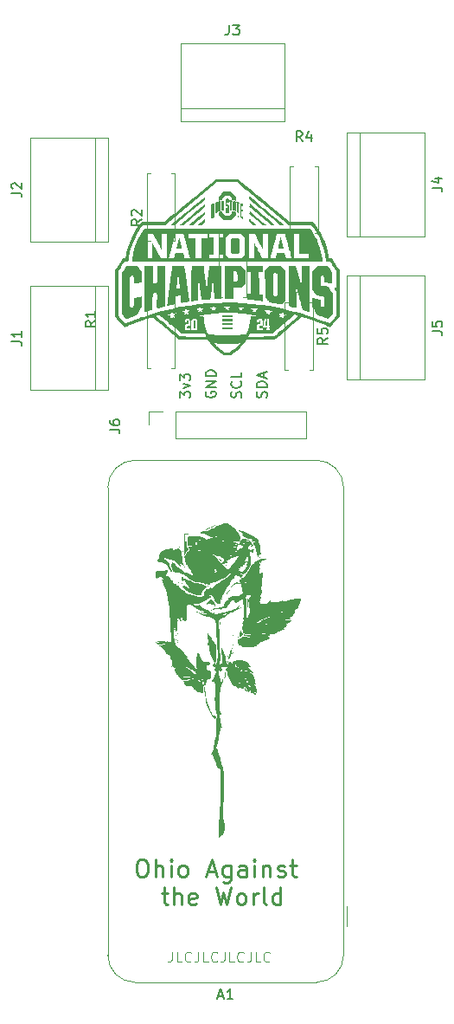
<source format=gbr>
%TF.GenerationSoftware,KiCad,Pcbnew,9.0.0*%
%TF.CreationDate,2025-04-01T22:06:04-04:00*%
%TF.ProjectId,asl,61736c2e-6b69-4636-9164-5f7063625858,rev?*%
%TF.SameCoordinates,Original*%
%TF.FileFunction,Legend,Top*%
%TF.FilePolarity,Positive*%
%FSLAX46Y46*%
G04 Gerber Fmt 4.6, Leading zero omitted, Abs format (unit mm)*
G04 Created by KiCad (PCBNEW 9.0.0) date 2025-04-01 22:06:04*
%MOMM*%
%LPD*%
G01*
G04 APERTURE LIST*
%ADD10C,0.150000*%
%ADD11C,0.100000*%
%ADD12C,0.250000*%
%ADD13C,0.300000*%
%ADD14C,0.120000*%
%ADD15C,0.000000*%
G04 APERTURE END LIST*
D10*
X141369819Y-81758458D02*
X141369819Y-81139411D01*
X141369819Y-81139411D02*
X141750771Y-81472744D01*
X141750771Y-81472744D02*
X141750771Y-81329887D01*
X141750771Y-81329887D02*
X141798390Y-81234649D01*
X141798390Y-81234649D02*
X141846009Y-81187030D01*
X141846009Y-81187030D02*
X141941247Y-81139411D01*
X141941247Y-81139411D02*
X142179342Y-81139411D01*
X142179342Y-81139411D02*
X142274580Y-81187030D01*
X142274580Y-81187030D02*
X142322200Y-81234649D01*
X142322200Y-81234649D02*
X142369819Y-81329887D01*
X142369819Y-81329887D02*
X142369819Y-81615601D01*
X142369819Y-81615601D02*
X142322200Y-81710839D01*
X142322200Y-81710839D02*
X142274580Y-81758458D01*
X141703152Y-80806077D02*
X142369819Y-80567982D01*
X142369819Y-80567982D02*
X141703152Y-80329887D01*
X141369819Y-80044172D02*
X141369819Y-79425125D01*
X141369819Y-79425125D02*
X141750771Y-79758458D01*
X141750771Y-79758458D02*
X141750771Y-79615601D01*
X141750771Y-79615601D02*
X141798390Y-79520363D01*
X141798390Y-79520363D02*
X141846009Y-79472744D01*
X141846009Y-79472744D02*
X141941247Y-79425125D01*
X141941247Y-79425125D02*
X142179342Y-79425125D01*
X142179342Y-79425125D02*
X142274580Y-79472744D01*
X142274580Y-79472744D02*
X142322200Y-79520363D01*
X142322200Y-79520363D02*
X142369819Y-79615601D01*
X142369819Y-79615601D02*
X142369819Y-79901315D01*
X142369819Y-79901315D02*
X142322200Y-79996553D01*
X142322200Y-79996553D02*
X142274580Y-80044172D01*
D11*
X140589598Y-135872419D02*
X140589598Y-136586704D01*
X140589598Y-136586704D02*
X140541979Y-136729561D01*
X140541979Y-136729561D02*
X140446741Y-136824800D01*
X140446741Y-136824800D02*
X140303884Y-136872419D01*
X140303884Y-136872419D02*
X140208646Y-136872419D01*
X141541979Y-136872419D02*
X141065789Y-136872419D01*
X141065789Y-136872419D02*
X141065789Y-135872419D01*
X142446741Y-136777180D02*
X142399122Y-136824800D01*
X142399122Y-136824800D02*
X142256265Y-136872419D01*
X142256265Y-136872419D02*
X142161027Y-136872419D01*
X142161027Y-136872419D02*
X142018170Y-136824800D01*
X142018170Y-136824800D02*
X141922932Y-136729561D01*
X141922932Y-136729561D02*
X141875313Y-136634323D01*
X141875313Y-136634323D02*
X141827694Y-136443847D01*
X141827694Y-136443847D02*
X141827694Y-136300990D01*
X141827694Y-136300990D02*
X141875313Y-136110514D01*
X141875313Y-136110514D02*
X141922932Y-136015276D01*
X141922932Y-136015276D02*
X142018170Y-135920038D01*
X142018170Y-135920038D02*
X142161027Y-135872419D01*
X142161027Y-135872419D02*
X142256265Y-135872419D01*
X142256265Y-135872419D02*
X142399122Y-135920038D01*
X142399122Y-135920038D02*
X142446741Y-135967657D01*
X143161027Y-135872419D02*
X143161027Y-136586704D01*
X143161027Y-136586704D02*
X143113408Y-136729561D01*
X143113408Y-136729561D02*
X143018170Y-136824800D01*
X143018170Y-136824800D02*
X142875313Y-136872419D01*
X142875313Y-136872419D02*
X142780075Y-136872419D01*
X144113408Y-136872419D02*
X143637218Y-136872419D01*
X143637218Y-136872419D02*
X143637218Y-135872419D01*
X145018170Y-136777180D02*
X144970551Y-136824800D01*
X144970551Y-136824800D02*
X144827694Y-136872419D01*
X144827694Y-136872419D02*
X144732456Y-136872419D01*
X144732456Y-136872419D02*
X144589599Y-136824800D01*
X144589599Y-136824800D02*
X144494361Y-136729561D01*
X144494361Y-136729561D02*
X144446742Y-136634323D01*
X144446742Y-136634323D02*
X144399123Y-136443847D01*
X144399123Y-136443847D02*
X144399123Y-136300990D01*
X144399123Y-136300990D02*
X144446742Y-136110514D01*
X144446742Y-136110514D02*
X144494361Y-136015276D01*
X144494361Y-136015276D02*
X144589599Y-135920038D01*
X144589599Y-135920038D02*
X144732456Y-135872419D01*
X144732456Y-135872419D02*
X144827694Y-135872419D01*
X144827694Y-135872419D02*
X144970551Y-135920038D01*
X144970551Y-135920038D02*
X145018170Y-135967657D01*
X145732456Y-135872419D02*
X145732456Y-136586704D01*
X145732456Y-136586704D02*
X145684837Y-136729561D01*
X145684837Y-136729561D02*
X145589599Y-136824800D01*
X145589599Y-136824800D02*
X145446742Y-136872419D01*
X145446742Y-136872419D02*
X145351504Y-136872419D01*
X146684837Y-136872419D02*
X146208647Y-136872419D01*
X146208647Y-136872419D02*
X146208647Y-135872419D01*
X147589599Y-136777180D02*
X147541980Y-136824800D01*
X147541980Y-136824800D02*
X147399123Y-136872419D01*
X147399123Y-136872419D02*
X147303885Y-136872419D01*
X147303885Y-136872419D02*
X147161028Y-136824800D01*
X147161028Y-136824800D02*
X147065790Y-136729561D01*
X147065790Y-136729561D02*
X147018171Y-136634323D01*
X147018171Y-136634323D02*
X146970552Y-136443847D01*
X146970552Y-136443847D02*
X146970552Y-136300990D01*
X146970552Y-136300990D02*
X147018171Y-136110514D01*
X147018171Y-136110514D02*
X147065790Y-136015276D01*
X147065790Y-136015276D02*
X147161028Y-135920038D01*
X147161028Y-135920038D02*
X147303885Y-135872419D01*
X147303885Y-135872419D02*
X147399123Y-135872419D01*
X147399123Y-135872419D02*
X147541980Y-135920038D01*
X147541980Y-135920038D02*
X147589599Y-135967657D01*
X148303885Y-135872419D02*
X148303885Y-136586704D01*
X148303885Y-136586704D02*
X148256266Y-136729561D01*
X148256266Y-136729561D02*
X148161028Y-136824800D01*
X148161028Y-136824800D02*
X148018171Y-136872419D01*
X148018171Y-136872419D02*
X147922933Y-136872419D01*
X149256266Y-136872419D02*
X148780076Y-136872419D01*
X148780076Y-136872419D02*
X148780076Y-135872419D01*
X150161028Y-136777180D02*
X150113409Y-136824800D01*
X150113409Y-136824800D02*
X149970552Y-136872419D01*
X149970552Y-136872419D02*
X149875314Y-136872419D01*
X149875314Y-136872419D02*
X149732457Y-136824800D01*
X149732457Y-136824800D02*
X149637219Y-136729561D01*
X149637219Y-136729561D02*
X149589600Y-136634323D01*
X149589600Y-136634323D02*
X149541981Y-136443847D01*
X149541981Y-136443847D02*
X149541981Y-136300990D01*
X149541981Y-136300990D02*
X149589600Y-136110514D01*
X149589600Y-136110514D02*
X149637219Y-136015276D01*
X149637219Y-136015276D02*
X149732457Y-135920038D01*
X149732457Y-135920038D02*
X149875314Y-135872419D01*
X149875314Y-135872419D02*
X149970552Y-135872419D01*
X149970552Y-135872419D02*
X150113409Y-135920038D01*
X150113409Y-135920038D02*
X150161028Y-135967657D01*
D10*
X143917438Y-81139411D02*
X143869819Y-81234649D01*
X143869819Y-81234649D02*
X143869819Y-81377506D01*
X143869819Y-81377506D02*
X143917438Y-81520363D01*
X143917438Y-81520363D02*
X144012676Y-81615601D01*
X144012676Y-81615601D02*
X144107914Y-81663220D01*
X144107914Y-81663220D02*
X144298390Y-81710839D01*
X144298390Y-81710839D02*
X144441247Y-81710839D01*
X144441247Y-81710839D02*
X144631723Y-81663220D01*
X144631723Y-81663220D02*
X144726961Y-81615601D01*
X144726961Y-81615601D02*
X144822200Y-81520363D01*
X144822200Y-81520363D02*
X144869819Y-81377506D01*
X144869819Y-81377506D02*
X144869819Y-81282268D01*
X144869819Y-81282268D02*
X144822200Y-81139411D01*
X144822200Y-81139411D02*
X144774580Y-81091792D01*
X144774580Y-81091792D02*
X144441247Y-81091792D01*
X144441247Y-81091792D02*
X144441247Y-81282268D01*
X144869819Y-80663220D02*
X143869819Y-80663220D01*
X143869819Y-80663220D02*
X144869819Y-80091792D01*
X144869819Y-80091792D02*
X143869819Y-80091792D01*
X144869819Y-79615601D02*
X143869819Y-79615601D01*
X143869819Y-79615601D02*
X143869819Y-79377506D01*
X143869819Y-79377506D02*
X143917438Y-79234649D01*
X143917438Y-79234649D02*
X144012676Y-79139411D01*
X144012676Y-79139411D02*
X144107914Y-79091792D01*
X144107914Y-79091792D02*
X144298390Y-79044173D01*
X144298390Y-79044173D02*
X144441247Y-79044173D01*
X144441247Y-79044173D02*
X144631723Y-79091792D01*
X144631723Y-79091792D02*
X144726961Y-79139411D01*
X144726961Y-79139411D02*
X144822200Y-79234649D01*
X144822200Y-79234649D02*
X144869819Y-79377506D01*
X144869819Y-79377506D02*
X144869819Y-79615601D01*
X147322200Y-81710839D02*
X147369819Y-81567982D01*
X147369819Y-81567982D02*
X147369819Y-81329887D01*
X147369819Y-81329887D02*
X147322200Y-81234649D01*
X147322200Y-81234649D02*
X147274580Y-81187030D01*
X147274580Y-81187030D02*
X147179342Y-81139411D01*
X147179342Y-81139411D02*
X147084104Y-81139411D01*
X147084104Y-81139411D02*
X146988866Y-81187030D01*
X146988866Y-81187030D02*
X146941247Y-81234649D01*
X146941247Y-81234649D02*
X146893628Y-81329887D01*
X146893628Y-81329887D02*
X146846009Y-81520363D01*
X146846009Y-81520363D02*
X146798390Y-81615601D01*
X146798390Y-81615601D02*
X146750771Y-81663220D01*
X146750771Y-81663220D02*
X146655533Y-81710839D01*
X146655533Y-81710839D02*
X146560295Y-81710839D01*
X146560295Y-81710839D02*
X146465057Y-81663220D01*
X146465057Y-81663220D02*
X146417438Y-81615601D01*
X146417438Y-81615601D02*
X146369819Y-81520363D01*
X146369819Y-81520363D02*
X146369819Y-81282268D01*
X146369819Y-81282268D02*
X146417438Y-81139411D01*
X147274580Y-80139411D02*
X147322200Y-80187030D01*
X147322200Y-80187030D02*
X147369819Y-80329887D01*
X147369819Y-80329887D02*
X147369819Y-80425125D01*
X147369819Y-80425125D02*
X147322200Y-80567982D01*
X147322200Y-80567982D02*
X147226961Y-80663220D01*
X147226961Y-80663220D02*
X147131723Y-80710839D01*
X147131723Y-80710839D02*
X146941247Y-80758458D01*
X146941247Y-80758458D02*
X146798390Y-80758458D01*
X146798390Y-80758458D02*
X146607914Y-80710839D01*
X146607914Y-80710839D02*
X146512676Y-80663220D01*
X146512676Y-80663220D02*
X146417438Y-80567982D01*
X146417438Y-80567982D02*
X146369819Y-80425125D01*
X146369819Y-80425125D02*
X146369819Y-80329887D01*
X146369819Y-80329887D02*
X146417438Y-80187030D01*
X146417438Y-80187030D02*
X146465057Y-80139411D01*
X147369819Y-79234649D02*
X147369819Y-79710839D01*
X147369819Y-79710839D02*
X146369819Y-79710839D01*
X149822200Y-81710839D02*
X149869819Y-81567982D01*
X149869819Y-81567982D02*
X149869819Y-81329887D01*
X149869819Y-81329887D02*
X149822200Y-81234649D01*
X149822200Y-81234649D02*
X149774580Y-81187030D01*
X149774580Y-81187030D02*
X149679342Y-81139411D01*
X149679342Y-81139411D02*
X149584104Y-81139411D01*
X149584104Y-81139411D02*
X149488866Y-81187030D01*
X149488866Y-81187030D02*
X149441247Y-81234649D01*
X149441247Y-81234649D02*
X149393628Y-81329887D01*
X149393628Y-81329887D02*
X149346009Y-81520363D01*
X149346009Y-81520363D02*
X149298390Y-81615601D01*
X149298390Y-81615601D02*
X149250771Y-81663220D01*
X149250771Y-81663220D02*
X149155533Y-81710839D01*
X149155533Y-81710839D02*
X149060295Y-81710839D01*
X149060295Y-81710839D02*
X148965057Y-81663220D01*
X148965057Y-81663220D02*
X148917438Y-81615601D01*
X148917438Y-81615601D02*
X148869819Y-81520363D01*
X148869819Y-81520363D02*
X148869819Y-81282268D01*
X148869819Y-81282268D02*
X148917438Y-81139411D01*
X149869819Y-80710839D02*
X148869819Y-80710839D01*
X148869819Y-80710839D02*
X148869819Y-80472744D01*
X148869819Y-80472744D02*
X148917438Y-80329887D01*
X148917438Y-80329887D02*
X149012676Y-80234649D01*
X149012676Y-80234649D02*
X149107914Y-80187030D01*
X149107914Y-80187030D02*
X149298390Y-80139411D01*
X149298390Y-80139411D02*
X149441247Y-80139411D01*
X149441247Y-80139411D02*
X149631723Y-80187030D01*
X149631723Y-80187030D02*
X149726961Y-80234649D01*
X149726961Y-80234649D02*
X149822200Y-80329887D01*
X149822200Y-80329887D02*
X149869819Y-80472744D01*
X149869819Y-80472744D02*
X149869819Y-80710839D01*
X149584104Y-79758458D02*
X149584104Y-79282268D01*
X149869819Y-79853696D02*
X148869819Y-79520363D01*
X148869819Y-79520363D02*
X149869819Y-79187030D01*
D12*
X137485715Y-126842048D02*
X137809524Y-126842048D01*
X137809524Y-126842048D02*
X137971429Y-126923000D01*
X137971429Y-126923000D02*
X138133334Y-127084905D01*
X138133334Y-127084905D02*
X138214286Y-127408715D01*
X138214286Y-127408715D02*
X138214286Y-127975381D01*
X138214286Y-127975381D02*
X138133334Y-128299191D01*
X138133334Y-128299191D02*
X137971429Y-128461096D01*
X137971429Y-128461096D02*
X137809524Y-128542048D01*
X137809524Y-128542048D02*
X137485715Y-128542048D01*
X137485715Y-128542048D02*
X137323810Y-128461096D01*
X137323810Y-128461096D02*
X137161905Y-128299191D01*
X137161905Y-128299191D02*
X137080953Y-127975381D01*
X137080953Y-127975381D02*
X137080953Y-127408715D01*
X137080953Y-127408715D02*
X137161905Y-127084905D01*
X137161905Y-127084905D02*
X137323810Y-126923000D01*
X137323810Y-126923000D02*
X137485715Y-126842048D01*
X138942857Y-128542048D02*
X138942857Y-126842048D01*
X139671429Y-128542048D02*
X139671429Y-127651572D01*
X139671429Y-127651572D02*
X139590476Y-127489667D01*
X139590476Y-127489667D02*
X139428572Y-127408715D01*
X139428572Y-127408715D02*
X139185715Y-127408715D01*
X139185715Y-127408715D02*
X139023810Y-127489667D01*
X139023810Y-127489667D02*
X138942857Y-127570619D01*
X140480952Y-128542048D02*
X140480952Y-127408715D01*
X140480952Y-126842048D02*
X140400000Y-126923000D01*
X140400000Y-126923000D02*
X140480952Y-127003953D01*
X140480952Y-127003953D02*
X140561905Y-126923000D01*
X140561905Y-126923000D02*
X140480952Y-126842048D01*
X140480952Y-126842048D02*
X140480952Y-127003953D01*
X141533334Y-128542048D02*
X141371429Y-128461096D01*
X141371429Y-128461096D02*
X141290476Y-128380143D01*
X141290476Y-128380143D02*
X141209524Y-128218238D01*
X141209524Y-128218238D02*
X141209524Y-127732524D01*
X141209524Y-127732524D02*
X141290476Y-127570619D01*
X141290476Y-127570619D02*
X141371429Y-127489667D01*
X141371429Y-127489667D02*
X141533334Y-127408715D01*
X141533334Y-127408715D02*
X141776191Y-127408715D01*
X141776191Y-127408715D02*
X141938095Y-127489667D01*
X141938095Y-127489667D02*
X142019048Y-127570619D01*
X142019048Y-127570619D02*
X142100000Y-127732524D01*
X142100000Y-127732524D02*
X142100000Y-128218238D01*
X142100000Y-128218238D02*
X142019048Y-128380143D01*
X142019048Y-128380143D02*
X141938095Y-128461096D01*
X141938095Y-128461096D02*
X141776191Y-128542048D01*
X141776191Y-128542048D02*
X141533334Y-128542048D01*
X144042857Y-128056334D02*
X144852381Y-128056334D01*
X143880952Y-128542048D02*
X144447619Y-126842048D01*
X144447619Y-126842048D02*
X145014286Y-128542048D01*
X146309524Y-127408715D02*
X146309524Y-128784905D01*
X146309524Y-128784905D02*
X146228571Y-128946810D01*
X146228571Y-128946810D02*
X146147619Y-129027762D01*
X146147619Y-129027762D02*
X145985714Y-129108715D01*
X145985714Y-129108715D02*
X145742857Y-129108715D01*
X145742857Y-129108715D02*
X145580952Y-129027762D01*
X146309524Y-128461096D02*
X146147619Y-128542048D01*
X146147619Y-128542048D02*
X145823810Y-128542048D01*
X145823810Y-128542048D02*
X145661905Y-128461096D01*
X145661905Y-128461096D02*
X145580952Y-128380143D01*
X145580952Y-128380143D02*
X145500000Y-128218238D01*
X145500000Y-128218238D02*
X145500000Y-127732524D01*
X145500000Y-127732524D02*
X145580952Y-127570619D01*
X145580952Y-127570619D02*
X145661905Y-127489667D01*
X145661905Y-127489667D02*
X145823810Y-127408715D01*
X145823810Y-127408715D02*
X146147619Y-127408715D01*
X146147619Y-127408715D02*
X146309524Y-127489667D01*
X147847619Y-128542048D02*
X147847619Y-127651572D01*
X147847619Y-127651572D02*
X147766666Y-127489667D01*
X147766666Y-127489667D02*
X147604762Y-127408715D01*
X147604762Y-127408715D02*
X147280952Y-127408715D01*
X147280952Y-127408715D02*
X147119047Y-127489667D01*
X147847619Y-128461096D02*
X147685714Y-128542048D01*
X147685714Y-128542048D02*
X147280952Y-128542048D01*
X147280952Y-128542048D02*
X147119047Y-128461096D01*
X147119047Y-128461096D02*
X147038095Y-128299191D01*
X147038095Y-128299191D02*
X147038095Y-128137286D01*
X147038095Y-128137286D02*
X147119047Y-127975381D01*
X147119047Y-127975381D02*
X147280952Y-127894429D01*
X147280952Y-127894429D02*
X147685714Y-127894429D01*
X147685714Y-127894429D02*
X147847619Y-127813476D01*
X148657142Y-128542048D02*
X148657142Y-127408715D01*
X148657142Y-126842048D02*
X148576190Y-126923000D01*
X148576190Y-126923000D02*
X148657142Y-127003953D01*
X148657142Y-127003953D02*
X148738095Y-126923000D01*
X148738095Y-126923000D02*
X148657142Y-126842048D01*
X148657142Y-126842048D02*
X148657142Y-127003953D01*
X149466666Y-127408715D02*
X149466666Y-128542048D01*
X149466666Y-127570619D02*
X149547619Y-127489667D01*
X149547619Y-127489667D02*
X149709524Y-127408715D01*
X149709524Y-127408715D02*
X149952381Y-127408715D01*
X149952381Y-127408715D02*
X150114285Y-127489667D01*
X150114285Y-127489667D02*
X150195238Y-127651572D01*
X150195238Y-127651572D02*
X150195238Y-128542048D01*
X150923809Y-128461096D02*
X151085714Y-128542048D01*
X151085714Y-128542048D02*
X151409523Y-128542048D01*
X151409523Y-128542048D02*
X151571428Y-128461096D01*
X151571428Y-128461096D02*
X151652380Y-128299191D01*
X151652380Y-128299191D02*
X151652380Y-128218238D01*
X151652380Y-128218238D02*
X151571428Y-128056334D01*
X151571428Y-128056334D02*
X151409523Y-127975381D01*
X151409523Y-127975381D02*
X151166666Y-127975381D01*
X151166666Y-127975381D02*
X151004761Y-127894429D01*
X151004761Y-127894429D02*
X150923809Y-127732524D01*
X150923809Y-127732524D02*
X150923809Y-127651572D01*
X150923809Y-127651572D02*
X151004761Y-127489667D01*
X151004761Y-127489667D02*
X151166666Y-127408715D01*
X151166666Y-127408715D02*
X151409523Y-127408715D01*
X151409523Y-127408715D02*
X151571428Y-127489667D01*
X152138094Y-127408715D02*
X152785713Y-127408715D01*
X152380951Y-126842048D02*
X152380951Y-128299191D01*
X152380951Y-128299191D02*
X152461904Y-128461096D01*
X152461904Y-128461096D02*
X152623809Y-128542048D01*
X152623809Y-128542048D02*
X152785713Y-128542048D01*
X139550000Y-130145620D02*
X140197619Y-130145620D01*
X139792857Y-129578953D02*
X139792857Y-131036096D01*
X139792857Y-131036096D02*
X139873810Y-131198001D01*
X139873810Y-131198001D02*
X140035715Y-131278953D01*
X140035715Y-131278953D02*
X140197619Y-131278953D01*
X140764286Y-131278953D02*
X140764286Y-129578953D01*
X141492858Y-131278953D02*
X141492858Y-130388477D01*
X141492858Y-130388477D02*
X141411905Y-130226572D01*
X141411905Y-130226572D02*
X141250001Y-130145620D01*
X141250001Y-130145620D02*
X141007144Y-130145620D01*
X141007144Y-130145620D02*
X140845239Y-130226572D01*
X140845239Y-130226572D02*
X140764286Y-130307524D01*
X142950000Y-131198001D02*
X142788096Y-131278953D01*
X142788096Y-131278953D02*
X142464286Y-131278953D01*
X142464286Y-131278953D02*
X142302381Y-131198001D01*
X142302381Y-131198001D02*
X142221429Y-131036096D01*
X142221429Y-131036096D02*
X142221429Y-130388477D01*
X142221429Y-130388477D02*
X142302381Y-130226572D01*
X142302381Y-130226572D02*
X142464286Y-130145620D01*
X142464286Y-130145620D02*
X142788096Y-130145620D01*
X142788096Y-130145620D02*
X142950000Y-130226572D01*
X142950000Y-130226572D02*
X143030953Y-130388477D01*
X143030953Y-130388477D02*
X143030953Y-130550381D01*
X143030953Y-130550381D02*
X142221429Y-130712286D01*
X144892858Y-129578953D02*
X145297620Y-131278953D01*
X145297620Y-131278953D02*
X145621429Y-130064667D01*
X145621429Y-130064667D02*
X145945239Y-131278953D01*
X145945239Y-131278953D02*
X146350001Y-129578953D01*
X147240477Y-131278953D02*
X147078572Y-131198001D01*
X147078572Y-131198001D02*
X146997619Y-131117048D01*
X146997619Y-131117048D02*
X146916667Y-130955143D01*
X146916667Y-130955143D02*
X146916667Y-130469429D01*
X146916667Y-130469429D02*
X146997619Y-130307524D01*
X146997619Y-130307524D02*
X147078572Y-130226572D01*
X147078572Y-130226572D02*
X147240477Y-130145620D01*
X147240477Y-130145620D02*
X147483334Y-130145620D01*
X147483334Y-130145620D02*
X147645238Y-130226572D01*
X147645238Y-130226572D02*
X147726191Y-130307524D01*
X147726191Y-130307524D02*
X147807143Y-130469429D01*
X147807143Y-130469429D02*
X147807143Y-130955143D01*
X147807143Y-130955143D02*
X147726191Y-131117048D01*
X147726191Y-131117048D02*
X147645238Y-131198001D01*
X147645238Y-131198001D02*
X147483334Y-131278953D01*
X147483334Y-131278953D02*
X147240477Y-131278953D01*
X148535714Y-131278953D02*
X148535714Y-130145620D01*
X148535714Y-130469429D02*
X148616667Y-130307524D01*
X148616667Y-130307524D02*
X148697619Y-130226572D01*
X148697619Y-130226572D02*
X148859524Y-130145620D01*
X148859524Y-130145620D02*
X149021429Y-130145620D01*
X149830953Y-131278953D02*
X149669048Y-131198001D01*
X149669048Y-131198001D02*
X149588095Y-131036096D01*
X149588095Y-131036096D02*
X149588095Y-129578953D01*
X151207143Y-131278953D02*
X151207143Y-129578953D01*
X151207143Y-131198001D02*
X151045238Y-131278953D01*
X151045238Y-131278953D02*
X150721429Y-131278953D01*
X150721429Y-131278953D02*
X150559524Y-131198001D01*
X150559524Y-131198001D02*
X150478571Y-131117048D01*
X150478571Y-131117048D02*
X150397619Y-130955143D01*
X150397619Y-130955143D02*
X150397619Y-130469429D01*
X150397619Y-130469429D02*
X150478571Y-130307524D01*
X150478571Y-130307524D02*
X150559524Y-130226572D01*
X150559524Y-130226572D02*
X150721429Y-130145620D01*
X150721429Y-130145620D02*
X151045238Y-130145620D01*
X151045238Y-130145620D02*
X151207143Y-130226572D01*
D10*
X124874819Y-76233333D02*
X125589104Y-76233333D01*
X125589104Y-76233333D02*
X125731961Y-76280952D01*
X125731961Y-76280952D02*
X125827200Y-76376190D01*
X125827200Y-76376190D02*
X125874819Y-76519047D01*
X125874819Y-76519047D02*
X125874819Y-76614285D01*
X125874819Y-75233333D02*
X125874819Y-75804761D01*
X125874819Y-75519047D02*
X124874819Y-75519047D01*
X124874819Y-75519047D02*
X125017676Y-75614285D01*
X125017676Y-75614285D02*
X125112914Y-75709523D01*
X125112914Y-75709523D02*
X125160533Y-75804761D01*
X145125714Y-140189104D02*
X145601904Y-140189104D01*
X145030476Y-140474819D02*
X145363809Y-139474819D01*
X145363809Y-139474819D02*
X145697142Y-140474819D01*
X146554285Y-140474819D02*
X145982857Y-140474819D01*
X146268571Y-140474819D02*
X146268571Y-139474819D01*
X146268571Y-139474819D02*
X146173333Y-139617676D01*
X146173333Y-139617676D02*
X146078095Y-139712914D01*
X146078095Y-139712914D02*
X145982857Y-139760533D01*
X133084819Y-74216666D02*
X132608628Y-74549999D01*
X133084819Y-74788094D02*
X132084819Y-74788094D01*
X132084819Y-74788094D02*
X132084819Y-74407142D01*
X132084819Y-74407142D02*
X132132438Y-74311904D01*
X132132438Y-74311904D02*
X132180057Y-74264285D01*
X132180057Y-74264285D02*
X132275295Y-74216666D01*
X132275295Y-74216666D02*
X132418152Y-74216666D01*
X132418152Y-74216666D02*
X132513390Y-74264285D01*
X132513390Y-74264285D02*
X132561009Y-74311904D01*
X132561009Y-74311904D02*
X132608628Y-74407142D01*
X132608628Y-74407142D02*
X132608628Y-74788094D01*
X133084819Y-73264285D02*
X133084819Y-73835713D01*
X133084819Y-73549999D02*
X132084819Y-73549999D01*
X132084819Y-73549999D02*
X132227676Y-73645237D01*
X132227676Y-73645237D02*
X132322914Y-73740475D01*
X132322914Y-73740475D02*
X132370533Y-73835713D01*
X155824819Y-75876666D02*
X155348628Y-76209999D01*
X155824819Y-76448094D02*
X154824819Y-76448094D01*
X154824819Y-76448094D02*
X154824819Y-76067142D01*
X154824819Y-76067142D02*
X154872438Y-75971904D01*
X154872438Y-75971904D02*
X154920057Y-75924285D01*
X154920057Y-75924285D02*
X155015295Y-75876666D01*
X155015295Y-75876666D02*
X155158152Y-75876666D01*
X155158152Y-75876666D02*
X155253390Y-75924285D01*
X155253390Y-75924285D02*
X155301009Y-75971904D01*
X155301009Y-75971904D02*
X155348628Y-76067142D01*
X155348628Y-76067142D02*
X155348628Y-76448094D01*
X154824819Y-74971904D02*
X154824819Y-75448094D01*
X154824819Y-75448094D02*
X155301009Y-75495713D01*
X155301009Y-75495713D02*
X155253390Y-75448094D01*
X155253390Y-75448094D02*
X155205771Y-75352856D01*
X155205771Y-75352856D02*
X155205771Y-75114761D01*
X155205771Y-75114761D02*
X155253390Y-75019523D01*
X155253390Y-75019523D02*
X155301009Y-74971904D01*
X155301009Y-74971904D02*
X155396247Y-74924285D01*
X155396247Y-74924285D02*
X155634342Y-74924285D01*
X155634342Y-74924285D02*
X155729580Y-74971904D01*
X155729580Y-74971904D02*
X155777200Y-75019523D01*
X155777200Y-75019523D02*
X155824819Y-75114761D01*
X155824819Y-75114761D02*
X155824819Y-75352856D01*
X155824819Y-75352856D02*
X155777200Y-75448094D01*
X155777200Y-75448094D02*
X155729580Y-75495713D01*
X137584819Y-64296666D02*
X137108628Y-64629999D01*
X137584819Y-64868094D02*
X136584819Y-64868094D01*
X136584819Y-64868094D02*
X136584819Y-64487142D01*
X136584819Y-64487142D02*
X136632438Y-64391904D01*
X136632438Y-64391904D02*
X136680057Y-64344285D01*
X136680057Y-64344285D02*
X136775295Y-64296666D01*
X136775295Y-64296666D02*
X136918152Y-64296666D01*
X136918152Y-64296666D02*
X137013390Y-64344285D01*
X137013390Y-64344285D02*
X137061009Y-64391904D01*
X137061009Y-64391904D02*
X137108628Y-64487142D01*
X137108628Y-64487142D02*
X137108628Y-64868094D01*
X136680057Y-63915713D02*
X136632438Y-63868094D01*
X136632438Y-63868094D02*
X136584819Y-63772856D01*
X136584819Y-63772856D02*
X136584819Y-63534761D01*
X136584819Y-63534761D02*
X136632438Y-63439523D01*
X136632438Y-63439523D02*
X136680057Y-63391904D01*
X136680057Y-63391904D02*
X136775295Y-63344285D01*
X136775295Y-63344285D02*
X136870533Y-63344285D01*
X136870533Y-63344285D02*
X137013390Y-63391904D01*
X137013390Y-63391904D02*
X137584819Y-63963332D01*
X137584819Y-63963332D02*
X137584819Y-63344285D01*
X166034819Y-61193333D02*
X166749104Y-61193333D01*
X166749104Y-61193333D02*
X166891961Y-61240952D01*
X166891961Y-61240952D02*
X166987200Y-61336190D01*
X166987200Y-61336190D02*
X167034819Y-61479047D01*
X167034819Y-61479047D02*
X167034819Y-61574285D01*
X166368152Y-60288571D02*
X167034819Y-60288571D01*
X165987200Y-60526666D02*
X166701485Y-60764761D01*
X166701485Y-60764761D02*
X166701485Y-60145714D01*
X124874819Y-61733333D02*
X125589104Y-61733333D01*
X125589104Y-61733333D02*
X125731961Y-61780952D01*
X125731961Y-61780952D02*
X125827200Y-61876190D01*
X125827200Y-61876190D02*
X125874819Y-62019047D01*
X125874819Y-62019047D02*
X125874819Y-62114285D01*
X124970057Y-61304761D02*
X124922438Y-61257142D01*
X124922438Y-61257142D02*
X124874819Y-61161904D01*
X124874819Y-61161904D02*
X124874819Y-60923809D01*
X124874819Y-60923809D02*
X124922438Y-60828571D01*
X124922438Y-60828571D02*
X124970057Y-60780952D01*
X124970057Y-60780952D02*
X125065295Y-60733333D01*
X125065295Y-60733333D02*
X125160533Y-60733333D01*
X125160533Y-60733333D02*
X125303390Y-60780952D01*
X125303390Y-60780952D02*
X125874819Y-61352380D01*
X125874819Y-61352380D02*
X125874819Y-60733333D01*
X146166666Y-45274819D02*
X146166666Y-45989104D01*
X146166666Y-45989104D02*
X146119047Y-46131961D01*
X146119047Y-46131961D02*
X146023809Y-46227200D01*
X146023809Y-46227200D02*
X145880952Y-46274819D01*
X145880952Y-46274819D02*
X145785714Y-46274819D01*
X146547619Y-45274819D02*
X147166666Y-45274819D01*
X147166666Y-45274819D02*
X146833333Y-45655771D01*
X146833333Y-45655771D02*
X146976190Y-45655771D01*
X146976190Y-45655771D02*
X147071428Y-45703390D01*
X147071428Y-45703390D02*
X147119047Y-45751009D01*
X147119047Y-45751009D02*
X147166666Y-45846247D01*
X147166666Y-45846247D02*
X147166666Y-46084342D01*
X147166666Y-46084342D02*
X147119047Y-46179580D01*
X147119047Y-46179580D02*
X147071428Y-46227200D01*
X147071428Y-46227200D02*
X146976190Y-46274819D01*
X146976190Y-46274819D02*
X146690476Y-46274819D01*
X146690476Y-46274819D02*
X146595238Y-46227200D01*
X146595238Y-46227200D02*
X146547619Y-46179580D01*
X134454819Y-84833333D02*
X135169104Y-84833333D01*
X135169104Y-84833333D02*
X135311961Y-84880952D01*
X135311961Y-84880952D02*
X135407200Y-84976190D01*
X135407200Y-84976190D02*
X135454819Y-85119047D01*
X135454819Y-85119047D02*
X135454819Y-85214285D01*
X134454819Y-83928571D02*
X134454819Y-84119047D01*
X134454819Y-84119047D02*
X134502438Y-84214285D01*
X134502438Y-84214285D02*
X134550057Y-84261904D01*
X134550057Y-84261904D02*
X134692914Y-84357142D01*
X134692914Y-84357142D02*
X134883390Y-84404761D01*
X134883390Y-84404761D02*
X135264342Y-84404761D01*
X135264342Y-84404761D02*
X135359580Y-84357142D01*
X135359580Y-84357142D02*
X135407200Y-84309523D01*
X135407200Y-84309523D02*
X135454819Y-84214285D01*
X135454819Y-84214285D02*
X135454819Y-84023809D01*
X135454819Y-84023809D02*
X135407200Y-83928571D01*
X135407200Y-83928571D02*
X135359580Y-83880952D01*
X135359580Y-83880952D02*
X135264342Y-83833333D01*
X135264342Y-83833333D02*
X135026247Y-83833333D01*
X135026247Y-83833333D02*
X134931009Y-83880952D01*
X134931009Y-83880952D02*
X134883390Y-83928571D01*
X134883390Y-83928571D02*
X134835771Y-84023809D01*
X134835771Y-84023809D02*
X134835771Y-84214285D01*
X134835771Y-84214285D02*
X134883390Y-84309523D01*
X134883390Y-84309523D02*
X134931009Y-84357142D01*
X134931009Y-84357142D02*
X135026247Y-84404761D01*
X166034819Y-75233333D02*
X166749104Y-75233333D01*
X166749104Y-75233333D02*
X166891961Y-75280952D01*
X166891961Y-75280952D02*
X166987200Y-75376190D01*
X166987200Y-75376190D02*
X167034819Y-75519047D01*
X167034819Y-75519047D02*
X167034819Y-75614285D01*
X166034819Y-74280952D02*
X166034819Y-74757142D01*
X166034819Y-74757142D02*
X166511009Y-74804761D01*
X166511009Y-74804761D02*
X166463390Y-74757142D01*
X166463390Y-74757142D02*
X166415771Y-74661904D01*
X166415771Y-74661904D02*
X166415771Y-74423809D01*
X166415771Y-74423809D02*
X166463390Y-74328571D01*
X166463390Y-74328571D02*
X166511009Y-74280952D01*
X166511009Y-74280952D02*
X166606247Y-74233333D01*
X166606247Y-74233333D02*
X166844342Y-74233333D01*
X166844342Y-74233333D02*
X166939580Y-74280952D01*
X166939580Y-74280952D02*
X166987200Y-74328571D01*
X166987200Y-74328571D02*
X167034819Y-74423809D01*
X167034819Y-74423809D02*
X167034819Y-74661904D01*
X167034819Y-74661904D02*
X166987200Y-74757142D01*
X166987200Y-74757142D02*
X166939580Y-74804761D01*
X153333333Y-56674819D02*
X153000000Y-56198628D01*
X152761905Y-56674819D02*
X152761905Y-55674819D01*
X152761905Y-55674819D02*
X153142857Y-55674819D01*
X153142857Y-55674819D02*
X153238095Y-55722438D01*
X153238095Y-55722438D02*
X153285714Y-55770057D01*
X153285714Y-55770057D02*
X153333333Y-55865295D01*
X153333333Y-55865295D02*
X153333333Y-56008152D01*
X153333333Y-56008152D02*
X153285714Y-56103390D01*
X153285714Y-56103390D02*
X153238095Y-56151009D01*
X153238095Y-56151009D02*
X153142857Y-56198628D01*
X153142857Y-56198628D02*
X152761905Y-56198628D01*
X154190476Y-56008152D02*
X154190476Y-56674819D01*
X153952381Y-55627200D02*
X153714286Y-56341485D01*
X153714286Y-56341485D02*
X154333333Y-56341485D01*
D13*
X144178572Y-107749757D02*
X144035715Y-107678328D01*
X144035715Y-107678328D02*
X143821429Y-107678328D01*
X143821429Y-107678328D02*
X143607143Y-107749757D01*
X143607143Y-107749757D02*
X143464286Y-107892614D01*
X143464286Y-107892614D02*
X143392857Y-108035471D01*
X143392857Y-108035471D02*
X143321429Y-108321185D01*
X143321429Y-108321185D02*
X143321429Y-108535471D01*
X143321429Y-108535471D02*
X143392857Y-108821185D01*
X143392857Y-108821185D02*
X143464286Y-108964042D01*
X143464286Y-108964042D02*
X143607143Y-109106900D01*
X143607143Y-109106900D02*
X143821429Y-109178328D01*
X143821429Y-109178328D02*
X143964286Y-109178328D01*
X143964286Y-109178328D02*
X144178572Y-109106900D01*
X144178572Y-109106900D02*
X144250000Y-109035471D01*
X144250000Y-109035471D02*
X144250000Y-108535471D01*
X144250000Y-108535471D02*
X143964286Y-108535471D01*
X145107143Y-107678328D02*
X145107143Y-108035471D01*
X144750000Y-107892614D02*
X145107143Y-108035471D01*
X145107143Y-108035471D02*
X145464286Y-107892614D01*
X144892857Y-108321185D02*
X145107143Y-108035471D01*
X145107143Y-108035471D02*
X145321429Y-108321185D01*
X146250000Y-107678328D02*
X146250000Y-108035471D01*
X145892857Y-107892614D02*
X146250000Y-108035471D01*
X146250000Y-108035471D02*
X146607143Y-107892614D01*
X146035714Y-108321185D02*
X146250000Y-108035471D01*
X146250000Y-108035471D02*
X146464286Y-108321185D01*
X147392857Y-107678328D02*
X147392857Y-108035471D01*
X147035714Y-107892614D02*
X147392857Y-108035471D01*
X147392857Y-108035471D02*
X147750000Y-107892614D01*
X147178571Y-108321185D02*
X147392857Y-108035471D01*
X147392857Y-108035471D02*
X147607143Y-108321185D01*
D14*
%TO.C,R3*%
X147870000Y-71860000D02*
X147870000Y-65320000D01*
X147870000Y-65320000D02*
X147540000Y-65320000D01*
X147540000Y-71860000D02*
X147870000Y-71860000D01*
X145460000Y-71860000D02*
X145130000Y-71860000D01*
X145130000Y-71860000D02*
X145130000Y-65320000D01*
X145130000Y-65320000D02*
X145460000Y-65320000D01*
D15*
%TO.C,G\u002A\u002A\u002A*%
G36*
X148671131Y-61695516D02*
G01*
X148906355Y-61887518D01*
X149149612Y-62086094D01*
X149397451Y-62288425D01*
X149646418Y-62491690D01*
X149893059Y-62693070D01*
X150133921Y-62889744D01*
X150365550Y-63078893D01*
X150584494Y-63257697D01*
X150787297Y-63423336D01*
X150970508Y-63572990D01*
X151130673Y-63703839D01*
X151208375Y-63767329D01*
X152134512Y-64524130D01*
X153272214Y-64524664D01*
X154409916Y-64525198D01*
X154549718Y-64713176D01*
X154855270Y-65151787D01*
X155125159Y-65598176D01*
X155359722Y-66053103D01*
X155559295Y-66517323D01*
X155724215Y-66991597D01*
X155854821Y-67476680D01*
X155921402Y-67797757D01*
X155936522Y-67884541D01*
X155948639Y-67962622D01*
X155956306Y-68022140D01*
X155958267Y-68049087D01*
X155959756Y-68075251D01*
X155969463Y-68090771D01*
X155995241Y-68098960D01*
X156044947Y-68103131D01*
X156091227Y-68105152D01*
X156224187Y-68110541D01*
X156431510Y-68422310D01*
X156511051Y-68542862D01*
X156598904Y-68677573D01*
X156687277Y-68814397D01*
X156768380Y-68941290D01*
X156816637Y-69017727D01*
X156994440Y-69301376D01*
X157000402Y-71521048D01*
X157006363Y-73740721D01*
X156790815Y-73997472D01*
X156713471Y-74088891D01*
X156628357Y-74188278D01*
X156538747Y-74291931D01*
X156447915Y-74396147D01*
X156359137Y-74497223D01*
X156275686Y-74591455D01*
X156200839Y-74675141D01*
X156137869Y-74744577D01*
X156090050Y-74796060D01*
X156060659Y-74825887D01*
X156052914Y-74831912D01*
X156034069Y-74825315D01*
X155985549Y-74806662D01*
X155911677Y-74777662D01*
X155816774Y-74740024D01*
X155705164Y-74695457D01*
X155581169Y-74645670D01*
X155546820Y-74631833D01*
X154613708Y-74274875D01*
X153732641Y-73972460D01*
X153276763Y-73824491D01*
X152485565Y-74489302D01*
X152222344Y-74710468D01*
X151985779Y-74909215D01*
X151774450Y-75086731D01*
X151586940Y-75244202D01*
X151421831Y-75382815D01*
X151277702Y-75503756D01*
X151153137Y-75608211D01*
X151046716Y-75697368D01*
X150957020Y-75772412D01*
X150882633Y-75834530D01*
X150822134Y-75884909D01*
X150774105Y-75924735D01*
X150737129Y-75955194D01*
X150709785Y-75977474D01*
X150690657Y-75992761D01*
X150678324Y-76002241D01*
X150671370Y-76007100D01*
X150670082Y-76007855D01*
X150648174Y-76010438D01*
X150593098Y-76013610D01*
X150508360Y-76017256D01*
X150397465Y-76021260D01*
X150263918Y-76025507D01*
X150111222Y-76029881D01*
X149942884Y-76034266D01*
X149762408Y-76038546D01*
X149695379Y-76040034D01*
X149493243Y-76044482D01*
X149287179Y-76049095D01*
X149083039Y-76053736D01*
X148886675Y-76058270D01*
X148703938Y-76062560D01*
X148540679Y-76066471D01*
X148402749Y-76069865D01*
X148301588Y-76072460D01*
X147861444Y-76084101D01*
X147757894Y-76232844D01*
X147545237Y-76511509D01*
X147303717Y-76779936D01*
X147041098Y-77029839D01*
X146899017Y-77149521D01*
X146783238Y-77239029D01*
X146661262Y-77326635D01*
X146540272Y-77407656D01*
X146427451Y-77477410D01*
X146329979Y-77531215D01*
X146273141Y-77557531D01*
X146167593Y-77589098D01*
X146045993Y-77607895D01*
X145924562Y-77612348D01*
X145821552Y-77601320D01*
X145742601Y-77579698D01*
X145660071Y-77546269D01*
X145566888Y-77497549D01*
X145455976Y-77430051D01*
X145399790Y-77393541D01*
X145091069Y-77169737D01*
X144800039Y-76918176D01*
X144531803Y-76643820D01*
X144321573Y-76388232D01*
X144693307Y-76388232D01*
X144800074Y-76509091D01*
X144901461Y-76616106D01*
X145020396Y-76728854D01*
X145151219Y-76842984D01*
X145288271Y-76954146D01*
X145425891Y-77057990D01*
X145558420Y-77150166D01*
X145680197Y-77226325D01*
X145785562Y-77282115D01*
X145830644Y-77301134D01*
X145937626Y-77322593D01*
X146057064Y-77314275D01*
X146181487Y-77277196D01*
X146251252Y-77243869D01*
X146379350Y-77166626D01*
X146522910Y-77068012D01*
X146673690Y-76954650D01*
X146823452Y-76833162D01*
X146963955Y-76710172D01*
X147086960Y-76592301D01*
X147162694Y-76511332D01*
X147270875Y-76388071D01*
X147208542Y-76397993D01*
X146950254Y-76431977D01*
X146665302Y-76456830D01*
X146362047Y-76472553D01*
X146048847Y-76479144D01*
X145734064Y-76476602D01*
X145426056Y-76464928D01*
X145133185Y-76444121D01*
X144863809Y-76414179D01*
X144755209Y-76398164D01*
X144693307Y-76388232D01*
X144321573Y-76388232D01*
X144291467Y-76351630D01*
X144205427Y-76232513D01*
X144101877Y-76083438D01*
X143579205Y-76071424D01*
X143431525Y-76067986D01*
X143256190Y-76063831D01*
X143062213Y-76059177D01*
X142858609Y-76054242D01*
X142654388Y-76049245D01*
X142458564Y-76044403D01*
X142350469Y-76041704D01*
X142184174Y-76037656D01*
X142021839Y-76033932D01*
X141868917Y-76030642D01*
X141730860Y-76027893D01*
X141613119Y-76025795D01*
X141521147Y-76024455D01*
X141460447Y-76023984D01*
X141276490Y-76023970D01*
X139988358Y-74942810D01*
X139800343Y-74785047D01*
X139620203Y-74633972D01*
X139449936Y-74491257D01*
X139291540Y-74358573D01*
X139147015Y-74237593D01*
X139018359Y-74129987D01*
X138907572Y-74037428D01*
X138816652Y-73961588D01*
X138747598Y-73904138D01*
X138702409Y-73866750D01*
X138683083Y-73851095D01*
X138682619Y-73850770D01*
X138661285Y-73853697D01*
X138609429Y-73867396D01*
X138531144Y-73890515D01*
X138430524Y-73921701D01*
X138311665Y-73959600D01*
X138178660Y-74002862D01*
X138035603Y-74050131D01*
X137886588Y-74100057D01*
X137735710Y-74151287D01*
X137587062Y-74202467D01*
X137444739Y-74252246D01*
X137312835Y-74299269D01*
X137197112Y-74341567D01*
X137086636Y-74383179D01*
X136951708Y-74434935D01*
X136801837Y-74493131D01*
X136646534Y-74554062D01*
X136495310Y-74614024D01*
X136414636Y-74646327D01*
X136292787Y-74695201D01*
X136182368Y-74739254D01*
X136087860Y-74776719D01*
X136013742Y-74805827D01*
X135964493Y-74824811D01*
X135944595Y-74831901D01*
X135944472Y-74831912D01*
X135929440Y-74818642D01*
X135893868Y-74781377D01*
X135841126Y-74723931D01*
X135774586Y-74650123D01*
X135697619Y-74563768D01*
X135613596Y-74468684D01*
X135525890Y-74368685D01*
X135437871Y-74267589D01*
X135352911Y-74169212D01*
X135274381Y-74077370D01*
X135205654Y-73995880D01*
X135201132Y-73990465D01*
X134996390Y-73745047D01*
X134996390Y-71525154D01*
X134996390Y-71509013D01*
X135308158Y-71509013D01*
X135308158Y-73644968D01*
X135413257Y-73775372D01*
X135458840Y-73830629D01*
X135522898Y-73906486D01*
X135599571Y-73996099D01*
X135683003Y-74092623D01*
X135767335Y-74189212D01*
X135770807Y-74193165D01*
X136023260Y-74480555D01*
X136339680Y-74352169D01*
X136458687Y-74304529D01*
X136600443Y-74248811D01*
X136753255Y-74189548D01*
X136905431Y-74131274D01*
X137045279Y-74078523D01*
X137049549Y-74076928D01*
X137163593Y-74033437D01*
X137266706Y-73992359D01*
X137353663Y-73955919D01*
X137419241Y-73926340D01*
X137458217Y-73905845D01*
X137466186Y-73899585D01*
X137484502Y-73883689D01*
X137489958Y-73890695D01*
X137506877Y-73893348D01*
X137555360Y-73883551D01*
X137632731Y-73862010D01*
X137736313Y-73829428D01*
X137788556Y-73812095D01*
X138045554Y-73730256D01*
X139034592Y-73730256D01*
X139043692Y-73744584D01*
X139081055Y-73781897D01*
X139146493Y-73842029D01*
X139239815Y-73924818D01*
X139360834Y-74030098D01*
X139509360Y-74157707D01*
X139685205Y-74307479D01*
X139888180Y-74479252D01*
X140118095Y-74672862D01*
X140193662Y-74736325D01*
X141376695Y-75729307D01*
X142500874Y-75752848D01*
X142705600Y-75757170D01*
X142903290Y-75761411D01*
X143090221Y-75765486D01*
X143262672Y-75769311D01*
X143416919Y-75772802D01*
X143549240Y-75775875D01*
X143655912Y-75778445D01*
X143733212Y-75780428D01*
X143776353Y-75781703D01*
X143845618Y-75782985D01*
X143898211Y-75781767D01*
X143925599Y-75778331D01*
X143927653Y-75776711D01*
X143927247Y-75775662D01*
X148035667Y-75775662D01*
X148053026Y-75778156D01*
X148101219Y-75779397D01*
X148174424Y-75779380D01*
X148266818Y-75778103D01*
X148361191Y-75775883D01*
X148446040Y-75773662D01*
X148562331Y-75770819D01*
X148704838Y-75767472D01*
X148868332Y-75763739D01*
X149047585Y-75759738D01*
X149237369Y-75755586D01*
X149432455Y-75751403D01*
X149621982Y-75747422D01*
X149843711Y-75742606D01*
X150031161Y-75738041D01*
X150186731Y-75733619D01*
X150312819Y-75729232D01*
X150411822Y-75724774D01*
X150486140Y-75720137D01*
X150538170Y-75715212D01*
X150570311Y-75709892D01*
X150584798Y-75704214D01*
X150602925Y-75688916D01*
X150646970Y-75651910D01*
X150714734Y-75595039D01*
X150804019Y-75520146D01*
X150912625Y-75429076D01*
X151038353Y-75323672D01*
X151179004Y-75205778D01*
X151332379Y-75077237D01*
X151496279Y-74939894D01*
X151668504Y-74795593D01*
X151712707Y-74758559D01*
X151926467Y-74579477D01*
X152113838Y-74422491D01*
X152276539Y-74286130D01*
X152416289Y-74168924D01*
X152534806Y-74069404D01*
X152633809Y-73986099D01*
X152715017Y-73917539D01*
X152780147Y-73862255D01*
X152830919Y-73818776D01*
X152869051Y-73785632D01*
X152896262Y-73761354D01*
X152914270Y-73744471D01*
X152924794Y-73733513D01*
X152929552Y-73727011D01*
X152930263Y-73723494D01*
X152928646Y-73721492D01*
X152926854Y-73720019D01*
X152906106Y-73711307D01*
X152858538Y-73695908D01*
X152792779Y-73676548D01*
X152761107Y-73667696D01*
X152604632Y-73624646D01*
X151527481Y-74528909D01*
X150450330Y-75433172D01*
X149999497Y-75444379D01*
X149851611Y-75448112D01*
X149694916Y-75452167D01*
X149539953Y-75456263D01*
X149397261Y-75460121D01*
X149277381Y-75463462D01*
X149246065Y-75464362D01*
X149125885Y-75467254D01*
X148981988Y-75469783D01*
X148827337Y-75471776D01*
X148674891Y-75473061D01*
X148563128Y-75473463D01*
X148182792Y-75473790D01*
X148109230Y-75620097D01*
X148076550Y-75686063D01*
X148051327Y-75738823D01*
X148037315Y-75770438D01*
X148035667Y-75775662D01*
X143927247Y-75775662D01*
X143919938Y-75756785D01*
X143899299Y-75712202D01*
X143869498Y-75650969D01*
X143854091Y-75620097D01*
X143780529Y-75473790D01*
X143372683Y-75473106D01*
X143240068Y-75472535D01*
X143107022Y-75471340D01*
X142982387Y-75469644D01*
X142874999Y-75467574D01*
X142793698Y-75465252D01*
X142781444Y-75464773D01*
X142715104Y-75462420D01*
X142618733Y-75459570D01*
X142498971Y-75456390D01*
X142362462Y-75453049D01*
X142215845Y-75449714D01*
X142065763Y-75446554D01*
X142041633Y-75446071D01*
X141485215Y-75435018D01*
X140835940Y-74890528D01*
X141836967Y-74890528D01*
X141836967Y-75143681D01*
X142112057Y-75143681D01*
X142387148Y-75143681D01*
X142387148Y-75052673D01*
X142387148Y-74961664D01*
X142217509Y-74956391D01*
X142047870Y-74951118D01*
X142042009Y-74879509D01*
X142040873Y-74820583D01*
X142045779Y-74770114D01*
X142046943Y-74764888D01*
X142056835Y-74740320D01*
X142077155Y-74727410D01*
X142117668Y-74722504D01*
X142161967Y-74721876D01*
X142225954Y-74719308D01*
X142268885Y-74707933D01*
X142306235Y-74682243D01*
X142326672Y-74663261D01*
X142387148Y-74604645D01*
X142387148Y-74582695D01*
X142478844Y-74582695D01*
X142478844Y-75004590D01*
X142546754Y-75074136D01*
X142614664Y-75143681D01*
X142779808Y-75143681D01*
X142944951Y-75143681D01*
X143014497Y-75075772D01*
X143084043Y-75007862D01*
X143084043Y-74585967D01*
X143084043Y-74164073D01*
X143016133Y-74094527D01*
X142948224Y-74024981D01*
X142783080Y-74024981D01*
X142617936Y-74024981D01*
X142548390Y-74092891D01*
X142478844Y-74160800D01*
X142478844Y-74582695D01*
X142387148Y-74582695D01*
X142387148Y-74384359D01*
X142387148Y-74164073D01*
X142383952Y-74160800D01*
X142319238Y-74094527D01*
X142283159Y-74059218D01*
X142252934Y-74038491D01*
X142216997Y-74028463D01*
X142163781Y-74025252D01*
X142112057Y-74024981D01*
X142040623Y-74025765D01*
X141994262Y-74030740D01*
X141961373Y-74043841D01*
X141930351Y-74069005D01*
X141903824Y-74095605D01*
X141863419Y-74140184D01*
X141843852Y-74176574D01*
X141838868Y-74221308D01*
X141840499Y-74262944D01*
X141846137Y-74359658D01*
X141942432Y-74361958D01*
X141998451Y-74362140D01*
X142027032Y-74356233D01*
X142037379Y-74339781D01*
X142038713Y-74315326D01*
X142045255Y-74252797D01*
X142067688Y-74219124D01*
X142110160Y-74208416D01*
X142114019Y-74208375D01*
X142152161Y-74213889D01*
X142168094Y-74226714D01*
X142170330Y-74296980D01*
X142170016Y-74370120D01*
X142167508Y-74435614D01*
X142163161Y-74482940D01*
X142158861Y-74500258D01*
X142134866Y-74511606D01*
X142087000Y-74518806D01*
X142052245Y-74520143D01*
X141989919Y-74523716D01*
X141946444Y-74538851D01*
X141904324Y-74572173D01*
X141897443Y-74578759D01*
X141836967Y-74637375D01*
X141836967Y-74890528D01*
X140835940Y-74890528D01*
X140534068Y-74637375D01*
X140455279Y-74571302D01*
X140286678Y-74429881D01*
X140125604Y-74294714D01*
X139974369Y-74167746D01*
X139835285Y-74050919D01*
X139710663Y-73946179D01*
X139602816Y-73855467D01*
X139514056Y-73780729D01*
X139446693Y-73723907D01*
X139403041Y-73686946D01*
X139385914Y-73672247D01*
X139365079Y-73655225D01*
X139344389Y-73647251D01*
X139314712Y-73648564D01*
X139266918Y-73659404D01*
X139202520Y-73677039D01*
X139132183Y-73697399D01*
X139074163Y-73715570D01*
X139038727Y-73728300D01*
X139034592Y-73730256D01*
X138045554Y-73730256D01*
X138432032Y-73607185D01*
X140194643Y-73607185D01*
X140206429Y-73617552D01*
X140244674Y-73638295D01*
X140302036Y-73665545D01*
X140324150Y-73675412D01*
X140388782Y-73704506D01*
X140430744Y-73729396D01*
X140453675Y-73758253D01*
X140461212Y-73799244D01*
X140456995Y-73860540D01*
X140445126Y-73947039D01*
X140439282Y-74000564D01*
X140438873Y-74035579D01*
X140441880Y-74043449D01*
X140458166Y-74030845D01*
X140492291Y-73997205D01*
X140537807Y-73948979D01*
X140553213Y-73932085D01*
X140654079Y-73820592D01*
X140791577Y-73884627D01*
X140855315Y-73913282D01*
X140905009Y-73933684D01*
X140932513Y-73942562D01*
X140935344Y-73942392D01*
X140929668Y-73924862D01*
X140909075Y-73883683D01*
X140877545Y-73826638D01*
X140865524Y-73805838D01*
X140850319Y-73779803D01*
X142902133Y-73779803D01*
X142915255Y-73783521D01*
X142963214Y-73784225D01*
X143044301Y-73781982D01*
X143156804Y-73776861D01*
X143299013Y-73768928D01*
X143469216Y-73758250D01*
X143499978Y-73756223D01*
X143668333Y-73745054D01*
X143677434Y-73807075D01*
X143683062Y-73850991D01*
X143691090Y-73920723D01*
X143700316Y-74005587D01*
X143707104Y-74070829D01*
X143748672Y-74364719D01*
X143812940Y-74666823D01*
X143896586Y-74964301D01*
X143996288Y-75244310D01*
X144034371Y-75335830D01*
X144068385Y-75412221D01*
X144093796Y-75461397D01*
X144115722Y-75490157D01*
X144139284Y-75505300D01*
X144168021Y-75513303D01*
X144217770Y-75521491D01*
X144297579Y-75532169D01*
X144400968Y-75544646D01*
X144521457Y-75558236D01*
X144652566Y-75572249D01*
X144787814Y-75585995D01*
X144920721Y-75598787D01*
X145044808Y-75609936D01*
X145153593Y-75618752D01*
X145174729Y-75620303D01*
X145277549Y-75627752D01*
X145374463Y-75634911D01*
X145456099Y-75641079D01*
X145513090Y-75645554D01*
X145523177Y-75646393D01*
X145588262Y-75649567D01*
X145683865Y-75651049D01*
X145803870Y-75650990D01*
X145942161Y-75649536D01*
X146092623Y-75646837D01*
X146249140Y-75643039D01*
X146405597Y-75638293D01*
X146555879Y-75632745D01*
X146693870Y-75626544D01*
X146813454Y-75619838D01*
X146907797Y-75612839D01*
X147053104Y-75599427D01*
X147200962Y-75584844D01*
X147345408Y-75569759D01*
X147480476Y-75554841D01*
X147600205Y-75540760D01*
X147698630Y-75528185D01*
X147769788Y-75517786D01*
X147795299Y-75513205D01*
X147825196Y-75504775D01*
X147848559Y-75489226D01*
X147870509Y-75459763D01*
X147896164Y-75409592D01*
X147928950Y-75335830D01*
X148034313Y-75063066D01*
X148087059Y-74891006D01*
X148897617Y-74891006D01*
X148897617Y-75144637D01*
X149175548Y-75139574D01*
X149453479Y-75134512D01*
X149453500Y-75051985D01*
X149453521Y-74969458D01*
X149284748Y-74964173D01*
X149115975Y-74958889D01*
X149121417Y-74844967D01*
X149124888Y-74772310D01*
X149502526Y-74772310D01*
X149502815Y-74850252D01*
X149695379Y-74850252D01*
X149887942Y-74850252D01*
X149887942Y-74913164D01*
X149883256Y-74957717D01*
X149864690Y-74977556D01*
X149846678Y-74981937D01*
X149819532Y-74992086D01*
X149805647Y-75019311D01*
X149799775Y-75065739D01*
X149794136Y-75143681D01*
X149978584Y-75143681D01*
X150163032Y-75143681D01*
X150163032Y-75061154D01*
X150160632Y-75009581D01*
X150150667Y-74985194D01*
X150128988Y-74978659D01*
X150126353Y-74978627D01*
X150101074Y-74971447D01*
X150090874Y-74943417D01*
X150089675Y-74914440D01*
X150093778Y-74870200D01*
X150109795Y-74852350D01*
X150126353Y-74850252D01*
X150148353Y-74845424D01*
X150159326Y-74824932D01*
X150162875Y-74779764D01*
X150163032Y-74758555D01*
X150161101Y-74703555D01*
X150152904Y-74676124D01*
X150134837Y-74667251D01*
X150126353Y-74666858D01*
X150113155Y-74665260D01*
X150103571Y-74657101D01*
X150097025Y-74637329D01*
X150092939Y-74600897D01*
X150090737Y-74542754D01*
X150089841Y-74457852D01*
X150089675Y-74345920D01*
X150089675Y-74024981D01*
X149989241Y-74024981D01*
X149888808Y-74024981D01*
X149883790Y-74341335D01*
X149878772Y-74657689D01*
X149800830Y-74663328D01*
X149768802Y-74665525D01*
X149745917Y-74663581D01*
X149731562Y-74652678D01*
X149725125Y-74627999D01*
X149725993Y-74584729D01*
X149733554Y-74518051D01*
X149747196Y-74423148D01*
X149759686Y-74339683D01*
X149776787Y-74225746D01*
X149788301Y-74143158D01*
X149793402Y-74086898D01*
X149791265Y-74051947D01*
X149781063Y-74033285D01*
X149761971Y-74025893D01*
X149733162Y-74024750D01*
X149707906Y-74024981D01*
X149619567Y-74024981D01*
X149560901Y-74359674D01*
X149541976Y-74471926D01*
X149525624Y-74577101D01*
X149512903Y-74667716D01*
X149504873Y-74736289D01*
X149502526Y-74772310D01*
X149124888Y-74772310D01*
X149126859Y-74731046D01*
X149229519Y-74725629D01*
X149294347Y-74719098D01*
X149338479Y-74703641D01*
X149377817Y-74672726D01*
X149391361Y-74659152D01*
X149450543Y-74598092D01*
X149450326Y-74373204D01*
X149450108Y-74148317D01*
X149390337Y-74086649D01*
X149358908Y-74056068D01*
X149330745Y-74037749D01*
X149295247Y-74028555D01*
X149241811Y-74025347D01*
X149182001Y-74024981D01*
X149108061Y-74025593D01*
X149059888Y-74029790D01*
X149026568Y-74041117D01*
X148997189Y-74063114D01*
X148964473Y-74095605D01*
X148924074Y-74140171D01*
X148904506Y-74176555D01*
X148899513Y-74221308D01*
X148901149Y-74263184D01*
X148906787Y-74360137D01*
X149007653Y-74360151D01*
X149108519Y-74360164D01*
X149117689Y-74288854D01*
X149126533Y-74242512D01*
X149143216Y-74222265D01*
X149177231Y-74217565D01*
X149181877Y-74217544D01*
X149236895Y-74217544D01*
X149236895Y-74364259D01*
X149236895Y-74510974D01*
X149126859Y-74516541D01*
X149059356Y-74522739D01*
X149013552Y-74536607D01*
X148974530Y-74563704D01*
X148957220Y-74579741D01*
X148897617Y-74637375D01*
X148897617Y-74891006D01*
X148087059Y-74891006D01*
X148124220Y-74769785D01*
X148155526Y-74637375D01*
X148195291Y-74469187D01*
X148244148Y-74174469D01*
X148257516Y-74052490D01*
X148267423Y-73940832D01*
X148275433Y-73860470D01*
X148284168Y-73806300D01*
X148296254Y-73773220D01*
X148314315Y-73756126D01*
X148340975Y-73749916D01*
X148378858Y-73749486D01*
X148413122Y-73749891D01*
X148476640Y-73751306D01*
X148565822Y-73755179D01*
X148669777Y-73760953D01*
X148777616Y-73768070D01*
X148799518Y-73769667D01*
X148894317Y-73776132D01*
X148975393Y-73780575D01*
X149036070Y-73782716D01*
X149069672Y-73782273D01*
X149074107Y-73781247D01*
X149062947Y-73772305D01*
X149020033Y-73758491D01*
X148949833Y-73740695D01*
X148856814Y-73719810D01*
X148745445Y-73696729D01*
X148620194Y-73672345D01*
X148485529Y-73647548D01*
X148345918Y-73623233D01*
X148205829Y-73600291D01*
X148069731Y-73579615D01*
X148051134Y-73576935D01*
X147744593Y-73536289D01*
X147447772Y-73503876D01*
X147152741Y-73479217D01*
X146851570Y-73461834D01*
X146536329Y-73451251D01*
X146199088Y-73446988D01*
X145908303Y-73447806D01*
X145669237Y-73450870D01*
X145455499Y-73456069D01*
X145258008Y-73464014D01*
X145067684Y-73475314D01*
X144875447Y-73490577D01*
X144672215Y-73510415D01*
X144448909Y-73535436D01*
X144257761Y-73558594D01*
X144148932Y-73572793D01*
X144023900Y-73590266D01*
X143887312Y-73610255D01*
X143743817Y-73632001D01*
X143598063Y-73654747D01*
X143454698Y-73677732D01*
X143318368Y-73700201D01*
X143193723Y-73721392D01*
X143085411Y-73740550D01*
X142998078Y-73756914D01*
X142936372Y-73769726D01*
X142904943Y-73778228D01*
X142902133Y-73779803D01*
X140850319Y-73779803D01*
X140789434Y-73675553D01*
X140891363Y-73562918D01*
X140937267Y-73510691D01*
X140970782Y-73469654D01*
X140986540Y-73446499D01*
X140986888Y-73443879D01*
X140967193Y-73444275D01*
X140921093Y-73451222D01*
X140857979Y-73463267D01*
X140848177Y-73465308D01*
X140781644Y-73478872D01*
X140729145Y-73488778D01*
X140701001Y-73493090D01*
X140699803Y-73493140D01*
X140684120Y-73478143D01*
X140656806Y-73438336D01*
X140623069Y-73381492D01*
X140613890Y-73364887D01*
X140580020Y-73304972D01*
X140570762Y-73289987D01*
X141580216Y-73289987D01*
X141595436Y-73303242D01*
X141635615Y-73327276D01*
X141692538Y-73357231D01*
X141701385Y-73361625D01*
X141822553Y-73421376D01*
X141810495Y-73507691D01*
X141800592Y-73576350D01*
X141790617Y-73642188D01*
X141788078Y-73658194D01*
X141777719Y-73722382D01*
X141887338Y-73615425D01*
X141996958Y-73508468D01*
X142127865Y-73574392D01*
X142188484Y-73603660D01*
X142234208Y-73623339D01*
X142257370Y-73630212D01*
X142258772Y-73629311D01*
X142250431Y-73609057D01*
X142228419Y-73565786D01*
X142197256Y-73508329D01*
X142192737Y-73500224D01*
X142161280Y-73443530D01*
X142144339Y-73403440D01*
X142143878Y-73370759D01*
X142161860Y-73336293D01*
X142200249Y-73290847D01*
X142248585Y-73238665D01*
X142322960Y-73158415D01*
X142240433Y-73170384D01*
X142174642Y-73180383D01*
X142113426Y-73190395D01*
X142100597Y-73192643D01*
X142071455Y-73195970D01*
X142049169Y-73189501D01*
X142027326Y-73167254D01*
X141999512Y-73123249D01*
X141970061Y-73070902D01*
X141959096Y-73051132D01*
X142955667Y-73051132D01*
X142970507Y-73065158D01*
X143009463Y-73090783D01*
X143064188Y-73122527D01*
X143065704Y-73123361D01*
X143120658Y-73155293D01*
X143159956Y-73181414D01*
X143175287Y-73196188D01*
X143175291Y-73196367D01*
X143171109Y-73221722D01*
X143160360Y-73274511D01*
X143144786Y-73346443D01*
X143128806Y-73417539D01*
X143127394Y-73436269D01*
X143138451Y-73437119D01*
X143166492Y-73417764D01*
X143216032Y-73375878D01*
X143225153Y-73367897D01*
X143331458Y-73274650D01*
X143446793Y-73338047D01*
X143504416Y-73369126D01*
X143548391Y-73391732D01*
X143569941Y-73401366D01*
X143570496Y-73401443D01*
X143567151Y-73386448D01*
X143550603Y-73346864D01*
X143524278Y-73290795D01*
X143520073Y-73282222D01*
X143461282Y-73163002D01*
X143561507Y-73061473D01*
X143661732Y-72959944D01*
X143551696Y-72971322D01*
X143488927Y-72978555D01*
X143439603Y-72985577D01*
X143418705Y-72989776D01*
X143399249Y-72977967D01*
X143370124Y-72938683D01*
X143356994Y-72915450D01*
X144321949Y-72915450D01*
X144404476Y-72965243D01*
X144468626Y-73003888D01*
X144506971Y-73030476D01*
X144524221Y-73053302D01*
X144525085Y-73080658D01*
X144514275Y-73120838D01*
X144506822Y-73145432D01*
X144487455Y-73213893D01*
X144479024Y-73253732D01*
X144480494Y-73270999D01*
X144485006Y-73273068D01*
X144501764Y-73262325D01*
X144538198Y-73234363D01*
X144579369Y-73201018D01*
X144666559Y-73128969D01*
X144759163Y-73191332D01*
X144808991Y-73222882D01*
X144845647Y-73242348D01*
X144859761Y-73245701D01*
X144857644Y-73225911D01*
X144844094Y-73182497D01*
X144825793Y-73134320D01*
X144783832Y-73030934D01*
X144837150Y-72989111D01*
X144888273Y-72947990D01*
X144936315Y-72907851D01*
X144936317Y-72907849D01*
X144982166Y-72868409D01*
X144858334Y-72880316D01*
X144734502Y-72892223D01*
X144721211Y-72860432D01*
X145679061Y-72860432D01*
X145743249Y-72901692D01*
X145806353Y-72942570D01*
X145843610Y-72971581D01*
X145859359Y-72997695D01*
X145857937Y-73029883D01*
X145843683Y-73077116D01*
X145837334Y-73096226D01*
X145821225Y-73150851D01*
X145813824Y-73188353D01*
X145815803Y-73199710D01*
X145836588Y-73189521D01*
X145875432Y-73163572D01*
X145900451Y-73145202D01*
X145946434Y-73113248D01*
X145982243Y-73093371D01*
X145992926Y-73090184D01*
X146017831Y-73100393D01*
X146060186Y-73127202D01*
X146093793Y-73151824D01*
X146138510Y-73185121D01*
X146169675Y-73205960D01*
X146178841Y-73209866D01*
X146176626Y-73191630D01*
X146165934Y-73149378D01*
X146156115Y-73115622D01*
X146140317Y-73059653D01*
X146130343Y-73016851D01*
X146128574Y-73003702D01*
X146142323Y-72981886D01*
X146178019Y-72948364D01*
X146213217Y-72921175D01*
X146267586Y-72882249D01*
X147019136Y-72882249D01*
X147028190Y-72891938D01*
X147059149Y-72917461D01*
X147104563Y-72955069D01*
X147127116Y-72973788D01*
X147197344Y-73032126D01*
X147155625Y-73134916D01*
X147134823Y-73190365D01*
X147122854Y-73230763D01*
X147121899Y-73245701D01*
X147139987Y-73240545D01*
X147179014Y-73219108D01*
X147222497Y-73191332D01*
X147315101Y-73128969D01*
X147402871Y-73201498D01*
X147449650Y-73238094D01*
X147484330Y-73261383D01*
X147498320Y-73266348D01*
X147498129Y-73245984D01*
X147489858Y-73200867D01*
X147478115Y-73151890D01*
X147463504Y-73087839D01*
X147461175Y-73050288D01*
X147470761Y-73031311D01*
X147472444Y-73030073D01*
X147500537Y-73012181D01*
X147546807Y-72983720D01*
X147573427Y-72967600D01*
X147587727Y-72958466D01*
X148319927Y-72958466D01*
X148418654Y-73059217D01*
X148517382Y-73159968D01*
X148460882Y-73280705D01*
X148434793Y-73339055D01*
X148417951Y-73381910D01*
X148413519Y-73401108D01*
X148414087Y-73401443D01*
X148433590Y-73392833D01*
X148475684Y-73370198D01*
X148531474Y-73338330D01*
X148534691Y-73336447D01*
X148645591Y-73271450D01*
X148748680Y-73361914D01*
X148798444Y-73404901D01*
X148835970Y-73436026D01*
X148854288Y-73449536D01*
X148855000Y-73449659D01*
X148853111Y-73431850D01*
X148845044Y-73387813D01*
X148832720Y-73327911D01*
X148819625Y-73265473D01*
X148810197Y-73217988D01*
X148806564Y-73196367D01*
X148821077Y-73181956D01*
X148858206Y-73157119D01*
X149660208Y-73157119D01*
X149757772Y-73269291D01*
X149855337Y-73381464D01*
X149789112Y-73499884D01*
X149757035Y-73558630D01*
X149733511Y-73604354D01*
X149723053Y-73628238D01*
X149722888Y-73629311D01*
X149737867Y-73626859D01*
X149777695Y-73610645D01*
X149834710Y-73583883D01*
X149854026Y-73574275D01*
X149985165Y-73508235D01*
X150086989Y-73610059D01*
X150135405Y-73657017D01*
X150173068Y-73690812D01*
X150193405Y-73705627D01*
X150195031Y-73705666D01*
X150195516Y-73685811D01*
X150190694Y-73640025D01*
X150182279Y-73582539D01*
X150172381Y-73518265D01*
X150165467Y-73467118D01*
X150163297Y-73443879D01*
X150994771Y-73443879D01*
X151003201Y-73459359D01*
X151031229Y-73495015D01*
X151073488Y-73544157D01*
X151090297Y-73562918D01*
X151192226Y-73675553D01*
X151116136Y-73805838D01*
X151081892Y-73866383D01*
X151057282Y-73913612D01*
X151046287Y-73939737D01*
X151046316Y-73942392D01*
X151064591Y-73938098D01*
X151107780Y-73921190D01*
X151167736Y-73894940D01*
X151190083Y-73884659D01*
X151327581Y-73820656D01*
X151426237Y-73931988D01*
X151473489Y-73983666D01*
X151511857Y-74022591D01*
X151534767Y-74042190D01*
X151537570Y-74043320D01*
X151542286Y-74026993D01*
X151540908Y-73985001D01*
X151536534Y-73947039D01*
X151524396Y-73858269D01*
X151520486Y-73797721D01*
X151528443Y-73757225D01*
X151551905Y-73728612D01*
X151594511Y-73703714D01*
X151657510Y-73675412D01*
X151719615Y-73646851D01*
X151765053Y-73623508D01*
X151786480Y-73609251D01*
X151787017Y-73607185D01*
X151766586Y-73599980D01*
X151719357Y-73587858D01*
X151654493Y-73573125D01*
X151635896Y-73569157D01*
X151492635Y-73538988D01*
X151476354Y-73387689D01*
X151467660Y-73318532D01*
X151458674Y-73266007D01*
X151450940Y-73238600D01*
X151448845Y-73236512D01*
X151435458Y-73251519D01*
X151409906Y-73291254D01*
X151377078Y-73347973D01*
X151367769Y-73364887D01*
X151333215Y-73424886D01*
X151303731Y-73469869D01*
X151284524Y-73492062D01*
X151281857Y-73493140D01*
X151257138Y-73489587D01*
X151206890Y-73480220D01*
X151141433Y-73466974D01*
X151133483Y-73465308D01*
X151068713Y-73452656D01*
X151019624Y-73444897D01*
X150995606Y-73443482D01*
X150994771Y-73443879D01*
X150163297Y-73443879D01*
X150163171Y-73442535D01*
X150178426Y-73423687D01*
X150218756Y-73395546D01*
X150275787Y-73363872D01*
X150282238Y-73360657D01*
X150340325Y-73330496D01*
X150382751Y-73305576D01*
X150401229Y-73290808D01*
X150401444Y-73289987D01*
X150384769Y-73281604D01*
X150340673Y-73270284D01*
X150278053Y-73258243D01*
X150265828Y-73256223D01*
X150130212Y-73234346D01*
X150118187Y-73148255D01*
X150108259Y-73080463D01*
X150098139Y-73016208D01*
X150095494Y-73000519D01*
X150084826Y-72938872D01*
X150011599Y-73070902D01*
X149974839Y-73135690D01*
X149948978Y-73174124D01*
X149927603Y-73192184D01*
X149904300Y-73195852D01*
X149881063Y-73192643D01*
X149825391Y-73183128D01*
X149758517Y-73172314D01*
X149741981Y-73169736D01*
X149660208Y-73157119D01*
X148858206Y-73157119D01*
X148859788Y-73156061D01*
X148914407Y-73124214D01*
X148915956Y-73123361D01*
X148970972Y-73091533D01*
X149010430Y-73065686D01*
X149025982Y-73051299D01*
X149025992Y-73051132D01*
X149009258Y-73043673D01*
X148965252Y-73035140D01*
X148903270Y-73027309D01*
X148899218Y-73026903D01*
X148772443Y-73014411D01*
X148750901Y-72919082D01*
X148732603Y-72839286D01*
X148718931Y-72793357D01*
X148705750Y-72779549D01*
X148688925Y-72796111D01*
X148664319Y-72841295D01*
X148647218Y-72875241D01*
X148613438Y-72938965D01*
X148588590Y-72975188D01*
X148567117Y-72990103D01*
X148544204Y-72990063D01*
X148501792Y-72982767D01*
X148441327Y-72973960D01*
X148411624Y-72970053D01*
X148319927Y-72958466D01*
X147587727Y-72958466D01*
X147617237Y-72939617D01*
X147643215Y-72919878D01*
X147646610Y-72914576D01*
X147626839Y-72910835D01*
X147580860Y-72906636D01*
X147526114Y-72903293D01*
X147411205Y-72897598D01*
X147392340Y-72823997D01*
X147376188Y-72764281D01*
X147360655Y-72711806D01*
X147358310Y-72704548D01*
X147343144Y-72658699D01*
X147324798Y-72704548D01*
X147305509Y-72751974D01*
X147281420Y-72810249D01*
X147276805Y-72821310D01*
X147247158Y-72892223D01*
X147123326Y-72880324D01*
X147059085Y-72875105D01*
X147026060Y-72875539D01*
X147019136Y-72882249D01*
X146267586Y-72882249D01*
X146298058Y-72860432D01*
X146182555Y-72851263D01*
X146067052Y-72842093D01*
X146030224Y-72732057D01*
X145993396Y-72622021D01*
X145956732Y-72735879D01*
X145920068Y-72849737D01*
X145799565Y-72855084D01*
X145679061Y-72860432D01*
X144721211Y-72860432D01*
X144704854Y-72821310D01*
X144680933Y-72763630D01*
X144659889Y-72712156D01*
X144656825Y-72704548D01*
X144645918Y-72681763D01*
X144636658Y-72681076D01*
X144625333Y-72706961D01*
X144608571Y-72762716D01*
X144590319Y-72820946D01*
X144573935Y-72864212D01*
X144565238Y-72880101D01*
X144541110Y-72888727D01*
X144491753Y-72897820D01*
X144436863Y-72904460D01*
X144321949Y-72915450D01*
X143356994Y-72915450D01*
X143335955Y-72878222D01*
X143334030Y-72874424D01*
X143300975Y-72811142D01*
X143279335Y-72781515D01*
X143264570Y-72786194D01*
X143252136Y-72825832D01*
X143239927Y-72887941D01*
X143227048Y-72952479D01*
X143212165Y-72990782D01*
X143186205Y-73010889D01*
X143140092Y-73020839D01*
X143083131Y-73026835D01*
X143020184Y-73034579D01*
X142974633Y-73043122D01*
X142955751Y-73050697D01*
X142955667Y-73051132D01*
X141959096Y-73051132D01*
X141896834Y-72938872D01*
X141886166Y-73000519D01*
X141876787Y-73058418D01*
X141866382Y-73127785D01*
X141863473Y-73148255D01*
X141851448Y-73234346D01*
X141715832Y-73256223D01*
X141650880Y-73268162D01*
X141602893Y-73279768D01*
X141580767Y-73288827D01*
X141580216Y-73289987D01*
X140570762Y-73289987D01*
X140552223Y-73259980D01*
X140535357Y-73237651D01*
X140533330Y-73236512D01*
X140526563Y-73253294D01*
X140517862Y-73298109D01*
X140508770Y-73362475D01*
X140505821Y-73387689D01*
X140489025Y-73538988D01*
X140345763Y-73569157D01*
X140277819Y-73584191D01*
X140225131Y-73597212D01*
X140196861Y-73605915D01*
X140194643Y-73607185D01*
X138432032Y-73607185D01*
X138696613Y-73522931D01*
X139597400Y-73268791D01*
X140493282Y-73049308D01*
X141386626Y-72864116D01*
X142279799Y-72712848D01*
X143175168Y-72595139D01*
X144075099Y-72510622D01*
X144981959Y-72458931D01*
X145898114Y-72439700D01*
X146610477Y-72446760D01*
X147523124Y-72483552D01*
X148419051Y-72551707D01*
X149301152Y-72651592D01*
X150172322Y-72783577D01*
X151035456Y-72948030D01*
X151676028Y-73092121D01*
X152176451Y-73215145D01*
X152646649Y-73337405D01*
X153092971Y-73460896D01*
X153521767Y-73587610D01*
X153939387Y-73719541D01*
X154352180Y-73858681D01*
X154766497Y-74007026D01*
X155188686Y-74166567D01*
X155540852Y-74305396D01*
X155976217Y-74479941D01*
X156228578Y-74191488D01*
X156312697Y-74094911D01*
X156396206Y-73998267D01*
X156473267Y-73908370D01*
X156538040Y-73832034D01*
X156584686Y-73776071D01*
X156586390Y-73773988D01*
X156691841Y-73644941D01*
X156691841Y-72516841D01*
X156691841Y-71388742D01*
X156580817Y-71192791D01*
X156527501Y-71098753D01*
X156490853Y-71032454D01*
X156469898Y-70989477D01*
X156463660Y-70965405D01*
X156471164Y-70955820D01*
X156491437Y-70956305D01*
X156523503Y-70962443D01*
X156530278Y-70963773D01*
X156589721Y-70973631D01*
X156640396Y-70979359D01*
X156650577Y-70979850D01*
X156691841Y-70980649D01*
X156691841Y-70182749D01*
X156691841Y-69384849D01*
X156556849Y-69169500D01*
X156497739Y-69075973D01*
X156425945Y-68963561D01*
X156348994Y-68843984D01*
X156274414Y-68728965D01*
X156244830Y-68683645D01*
X156067803Y-68413140D01*
X155876809Y-68413140D01*
X155685816Y-68413140D01*
X155673927Y-68307689D01*
X155600604Y-67820321D01*
X155491517Y-67340292D01*
X155347008Y-66868478D01*
X155167416Y-66405752D01*
X154953084Y-65952990D01*
X154704351Y-65511068D01*
X154421560Y-65080860D01*
X154410998Y-65065952D01*
X154248350Y-64836967D01*
X153150621Y-64836967D01*
X152052892Y-64836967D01*
X150360633Y-63455940D01*
X150122819Y-63261865D01*
X149879018Y-63062905D01*
X149632374Y-62861627D01*
X149386030Y-62660595D01*
X149143131Y-62462376D01*
X148906819Y-62269533D01*
X148680239Y-62084633D01*
X148466533Y-61910241D01*
X148268845Y-61748923D01*
X148090319Y-61603242D01*
X147934098Y-61475765D01*
X147809903Y-61374424D01*
X146951432Y-60673934D01*
X145981582Y-60673934D01*
X145011733Y-60673934D01*
X142461070Y-62755450D01*
X139910406Y-64836967D01*
X138830098Y-64836967D01*
X137749791Y-64836967D01*
X137641331Y-64988266D01*
X137369590Y-65389438D01*
X137131796Y-65788346D01*
X136925813Y-66189311D01*
X136749504Y-66596654D01*
X136600735Y-67014698D01*
X136539030Y-67218507D01*
X136481153Y-67438381D01*
X136427518Y-67676177D01*
X136380887Y-67917941D01*
X136344018Y-68149716D01*
X136325497Y-68298519D01*
X136313221Y-68413140D01*
X136117874Y-68413255D01*
X135922527Y-68413371D01*
X135776982Y-68637912D01*
X135711821Y-68738861D01*
X135635662Y-68857507D01*
X135557049Y-68980508D01*
X135484522Y-69094520D01*
X135469797Y-69117756D01*
X135308158Y-69373058D01*
X135308158Y-71509013D01*
X134996390Y-71509013D01*
X134996390Y-69373058D01*
X134996390Y-69305262D01*
X135128173Y-69093028D01*
X135166693Y-69031699D01*
X135217619Y-68951665D01*
X135278005Y-68857457D01*
X135344905Y-68753608D01*
X135415374Y-68644647D01*
X135486465Y-68535108D01*
X135555234Y-68429520D01*
X135618733Y-68332417D01*
X135674019Y-68248328D01*
X135718144Y-68181786D01*
X135748164Y-68137322D01*
X135760884Y-68119710D01*
X135782175Y-68114024D01*
X135830116Y-68107627D01*
X135894736Y-68101822D01*
X135901070Y-68101371D01*
X135969124Y-68096009D01*
X136008794Y-68089209D01*
X136028300Y-68077121D01*
X136035856Y-68055896D01*
X136038072Y-68037183D01*
X136048082Y-67962811D01*
X136065353Y-67861435D01*
X136088171Y-67741618D01*
X136114824Y-67611921D01*
X136143599Y-67480904D01*
X136172783Y-67357130D01*
X136179591Y-67329723D01*
X136315838Y-66860848D01*
X136487331Y-66396958D01*
X136692699Y-65940884D01*
X136930573Y-65495455D01*
X137199582Y-65063503D01*
X137441688Y-64722346D01*
X137589790Y-64525198D01*
X138709299Y-64524624D01*
X139828808Y-64524050D01*
X140507364Y-63969014D01*
X140609041Y-63885875D01*
X140736560Y-63781654D01*
X140887343Y-63658456D01*
X141058812Y-63518386D01*
X141248388Y-63363550D01*
X141453494Y-63196052D01*
X141671552Y-63017997D01*
X141899984Y-62831492D01*
X142136212Y-62638640D01*
X142377657Y-62441546D01*
X142621742Y-62242317D01*
X142865889Y-62043057D01*
X143044567Y-61897242D01*
X144903214Y-60380505D01*
X145981619Y-60380505D01*
X147060025Y-60380505D01*
X148671131Y-61695516D01*
G37*
G36*
X146476823Y-74969458D02*
G01*
X146476823Y-75070324D01*
X145990830Y-75070324D01*
X145504837Y-75070324D01*
X145504837Y-74969458D01*
X145504837Y-74868591D01*
X145990830Y-74868591D01*
X146476823Y-74868591D01*
X146476823Y-74969458D01*
G37*
G36*
X146476823Y-74556822D02*
G01*
X146476823Y-74648519D01*
X145990830Y-74648519D01*
X145504837Y-74648519D01*
X145504837Y-74556822D01*
X145504837Y-74465125D01*
X145990830Y-74465125D01*
X146476823Y-74465125D01*
X146476823Y-74556822D01*
G37*
G36*
X146476823Y-74144187D02*
G01*
X146476823Y-74245053D01*
X145990830Y-74245053D01*
X145504837Y-74245053D01*
X145504837Y-74144187D01*
X145504837Y-74043320D01*
X145990830Y-74043320D01*
X146476823Y-74043320D01*
X146476823Y-74144187D01*
G37*
G36*
X146476823Y-73731551D02*
G01*
X146476823Y-73823248D01*
X145990830Y-73823248D01*
X145504837Y-73823248D01*
X145504837Y-73731551D01*
X145504837Y-73639855D01*
X145990830Y-73639855D01*
X146476823Y-73639855D01*
X146476823Y-73731551D01*
G37*
G36*
X142808671Y-74192226D02*
G01*
X142829169Y-74201816D01*
X142843886Y-74223332D01*
X142853769Y-74261298D01*
X142859766Y-74320243D01*
X142862823Y-74404691D01*
X142863889Y-74519168D01*
X142863971Y-74584331D01*
X142863512Y-74714416D01*
X142861505Y-74812353D01*
X142857002Y-74882668D01*
X142849055Y-74929888D01*
X142836718Y-74958538D01*
X142819043Y-74973145D01*
X142795082Y-74978235D01*
X142781444Y-74978627D01*
X142739358Y-74968696D01*
X142720924Y-74956620D01*
X142712315Y-74934157D01*
X142705965Y-74884649D01*
X142701722Y-74805556D01*
X142699437Y-74694334D01*
X142698917Y-74584331D01*
X142699375Y-74454247D01*
X142701382Y-74356310D01*
X142705886Y-74285994D01*
X142713832Y-74238775D01*
X142726169Y-74210124D01*
X142743844Y-74195517D01*
X142767805Y-74190427D01*
X142781444Y-74190035D01*
X142808671Y-74192226D01*
G37*
G36*
X137252257Y-68903446D02*
G01*
X137286208Y-68950603D01*
X137336119Y-69018807D01*
X137395907Y-69099792D01*
X137459485Y-69185291D01*
X137475634Y-69206904D01*
X137637256Y-69422978D01*
X137637256Y-69945062D01*
X137636793Y-70079180D01*
X137635485Y-70200550D01*
X137633453Y-70304569D01*
X137630819Y-70386635D01*
X137627703Y-70442145D01*
X137624227Y-70466497D01*
X137623501Y-70467223D01*
X137601851Y-70469473D01*
X137549600Y-70475696D01*
X137472525Y-70485183D01*
X137376403Y-70497220D01*
X137267011Y-70511095D01*
X137252130Y-70512995D01*
X137139934Y-70527133D01*
X137038822Y-70539501D01*
X136954959Y-70549375D01*
X136894512Y-70556029D01*
X136863649Y-70558741D01*
X136862418Y-70558768D01*
X136850849Y-70556077D01*
X136842433Y-70544627D01*
X136836676Y-70519445D01*
X136833084Y-70475560D01*
X136831162Y-70408000D01*
X136830415Y-70311792D01*
X136830325Y-70236251D01*
X136830191Y-70120330D01*
X136829265Y-70034922D01*
X136826757Y-69973860D01*
X136821876Y-69930977D01*
X136813835Y-69900107D01*
X136801842Y-69875083D01*
X136785109Y-69849739D01*
X136779891Y-69842346D01*
X136741536Y-69795961D01*
X136705449Y-69774859D01*
X136670342Y-69770643D01*
X136634271Y-69774647D01*
X136604572Y-69791989D01*
X136571982Y-69829828D01*
X136546552Y-69866289D01*
X136481877Y-69962325D01*
X136481877Y-71384857D01*
X136481877Y-72807389D01*
X136542611Y-72866254D01*
X136582971Y-72901918D01*
X136613002Y-72914851D01*
X136646628Y-72909833D01*
X136658273Y-72905972D01*
X136705669Y-72875437D01*
X136753692Y-72814692D01*
X136771763Y-72784866D01*
X136830325Y-72682908D01*
X136830325Y-72345280D01*
X136830607Y-72238565D01*
X136831394Y-72145722D01*
X136832591Y-72072475D01*
X136834105Y-72024546D01*
X136835817Y-72007653D01*
X136855255Y-72003663D01*
X136903902Y-71992706D01*
X136975284Y-71976300D01*
X137062926Y-71955965D01*
X137160355Y-71933218D01*
X137261095Y-71909579D01*
X137358672Y-71886565D01*
X137446613Y-71865697D01*
X137518442Y-71848491D01*
X137567686Y-71836468D01*
X137586823Y-71831495D01*
X137596181Y-71830664D01*
X137603525Y-71837063D01*
X137609098Y-71854554D01*
X137613142Y-71886997D01*
X137615900Y-71938252D01*
X137617613Y-72012181D01*
X137618523Y-72112644D01*
X137618874Y-72243501D01*
X137618917Y-72342879D01*
X137618917Y-72863970D01*
X137393573Y-73246694D01*
X137168228Y-73629418D01*
X136930504Y-73717311D01*
X136822749Y-73757710D01*
X136695452Y-73806308D01*
X136563069Y-73857537D01*
X136440058Y-73905834D01*
X136416745Y-73915092D01*
X136323368Y-73952007D01*
X136242467Y-73983497D01*
X136179927Y-74007313D01*
X136141633Y-74021202D01*
X136132485Y-74023837D01*
X136116395Y-74010464D01*
X136087680Y-73979160D01*
X136082788Y-73973404D01*
X136055978Y-73941739D01*
X136010950Y-73888772D01*
X135953311Y-73821089D01*
X135888667Y-73745276D01*
X135867301Y-73720239D01*
X135693285Y-73516363D01*
X135694043Y-71510347D01*
X135694801Y-69504331D01*
X135912773Y-69165053D01*
X136130745Y-68825775D01*
X136660624Y-68820919D01*
X137190503Y-68816062D01*
X137252257Y-68903446D01*
G37*
G36*
X155313457Y-68821125D02*
G01*
X155851535Y-68825775D01*
X156069888Y-69165053D01*
X156288242Y-69504331D01*
X156288308Y-70031937D01*
X156288375Y-70559543D01*
X156247112Y-70550318D01*
X156215292Y-70544928D01*
X156154330Y-70536055D01*
X156071485Y-70524705D01*
X155974017Y-70511882D01*
X155912418Y-70504011D01*
X155807887Y-70490656D01*
X155711908Y-70478128D01*
X155632305Y-70467467D01*
X155576902Y-70459715D01*
X155559386Y-70457037D01*
X155499783Y-70447146D01*
X155499783Y-70202468D01*
X155499783Y-69957791D01*
X155440180Y-69868606D01*
X155402905Y-69817032D01*
X155371954Y-69789379D01*
X155335822Y-69777513D01*
X155307220Y-69774610D01*
X155259978Y-69774758D01*
X155228031Y-69788215D01*
X155197029Y-69822762D01*
X155183429Y-69841728D01*
X155132996Y-69913657D01*
X155134053Y-70277514D01*
X155134610Y-70402344D01*
X155135833Y-70496141D01*
X155138295Y-70564549D01*
X155142565Y-70613215D01*
X155149216Y-70647783D01*
X155158818Y-70673899D01*
X155171941Y-70697208D01*
X155177348Y-70705559D01*
X155219585Y-70769746D01*
X155575073Y-70825004D01*
X155930560Y-70880262D01*
X156118637Y-71208446D01*
X156306714Y-71536630D01*
X156306714Y-72517613D01*
X156306714Y-73498597D01*
X156222473Y-73601320D01*
X156158253Y-73678618D01*
X156090503Y-73758455D01*
X156023566Y-73835910D01*
X155961786Y-73906062D01*
X155909506Y-73963991D01*
X155871070Y-74004777D01*
X155850823Y-74023498D01*
X155849186Y-74024165D01*
X155829417Y-74017350D01*
X155782099Y-73999201D01*
X155713650Y-73972229D01*
X155630484Y-73938945D01*
X155600649Y-73926901D01*
X155494602Y-73884646D01*
X155367909Y-73835166D01*
X155234383Y-73783802D01*
X155107838Y-73735892D01*
X155071389Y-73722281D01*
X154939486Y-73671305D01*
X154843001Y-73629666D01*
X154781949Y-73597371D01*
X154757461Y-73576549D01*
X154741572Y-73550078D01*
X154710139Y-73497206D01*
X154666239Y-73423131D01*
X154612951Y-73333048D01*
X154553355Y-73232157D01*
X154530223Y-73192960D01*
X154326065Y-72846932D01*
X154326065Y-72407496D01*
X154326065Y-71968059D01*
X154385667Y-71980462D01*
X154443483Y-71993173D01*
X154522835Y-72011548D01*
X154616520Y-72033818D01*
X154717336Y-72058213D01*
X154818082Y-72082966D01*
X154911556Y-72106307D01*
X154990556Y-72126468D01*
X155047879Y-72141680D01*
X155075672Y-72149925D01*
X155093506Y-72157860D01*
X155105494Y-72170317D01*
X155112680Y-72193696D01*
X155116109Y-72234397D01*
X155116826Y-72298820D01*
X155115875Y-72393364D01*
X155115840Y-72396032D01*
X155112873Y-72626183D01*
X155176955Y-72735521D01*
X155215861Y-72797081D01*
X155249260Y-72834529D01*
X155286997Y-72857064D01*
X155318972Y-72868209D01*
X155368306Y-72881258D01*
X155398585Y-72878789D01*
X155425812Y-72856076D01*
X155447852Y-72830147D01*
X155498796Y-72768736D01*
X155498988Y-72383609D01*
X155498860Y-72254511D01*
X155497997Y-72156530D01*
X155495899Y-72084103D01*
X155492063Y-72031668D01*
X155485989Y-71993665D01*
X155477177Y-71964530D01*
X155465125Y-71938703D01*
X155457710Y-71925260D01*
X155416240Y-71852036D01*
X155069503Y-71774508D01*
X154960601Y-71749230D01*
X154863440Y-71724923D01*
X154783950Y-71703211D01*
X154728059Y-71685721D01*
X154701697Y-71674077D01*
X154701095Y-71673507D01*
X154684327Y-71650892D01*
X154651487Y-71602987D01*
X154606314Y-71535376D01*
X154552544Y-71453638D01*
X154507330Y-71384115D01*
X154335234Y-71118194D01*
X154329362Y-70272480D01*
X154323490Y-69426765D01*
X154549434Y-69121620D01*
X154775379Y-68816475D01*
X155313457Y-68821125D01*
G37*
G36*
X139539964Y-68820833D02*
G01*
X139680860Y-68823403D01*
X139792899Y-68827205D01*
X139874077Y-68832118D01*
X139922392Y-68838027D01*
X139936122Y-68844115D01*
X139935634Y-68864573D01*
X139934931Y-68919307D01*
X139934032Y-69005912D01*
X139932957Y-69121985D01*
X139931724Y-69265124D01*
X139930352Y-69432924D01*
X139928862Y-69622983D01*
X139927272Y-69832898D01*
X139925601Y-70060265D01*
X139923869Y-70302680D01*
X139922095Y-70557742D01*
X139920298Y-70823047D01*
X139920286Y-70824764D01*
X139918450Y-71089871D01*
X139916560Y-71344577D01*
X139914640Y-71586497D01*
X139912716Y-71813245D01*
X139910811Y-72022434D01*
X139908950Y-72211680D01*
X139907158Y-72378595D01*
X139905459Y-72520794D01*
X139903877Y-72635892D01*
X139902438Y-72721501D01*
X139901165Y-72775237D01*
X139900082Y-72794713D01*
X139900069Y-72794731D01*
X139880837Y-72801631D01*
X139832375Y-72815824D01*
X139761025Y-72835647D01*
X139673126Y-72859438D01*
X139575018Y-72885536D01*
X139473042Y-72912278D01*
X139373538Y-72938002D01*
X139282845Y-72961047D01*
X139207304Y-72979749D01*
X139153254Y-72992448D01*
X139127037Y-72997481D01*
X139126563Y-72997502D01*
X139120600Y-72991287D01*
X139115791Y-72970472D01*
X139112068Y-72932196D01*
X139109362Y-72873598D01*
X139107604Y-72791820D01*
X139106724Y-72683999D01*
X139106654Y-72547276D01*
X139107325Y-72378790D01*
X139108223Y-72236885D01*
X139109498Y-72050032D01*
X139110356Y-71896574D01*
X139110661Y-71773230D01*
X139110278Y-71676718D01*
X139109072Y-71603755D01*
X139106907Y-71551060D01*
X139103649Y-71515350D01*
X139099162Y-71493343D01*
X139093311Y-71481759D01*
X139085960Y-71477313D01*
X139076974Y-71476725D01*
X139076895Y-71476727D01*
X139043409Y-71480349D01*
X138983985Y-71489290D01*
X138908707Y-71501977D01*
X138865992Y-71509651D01*
X138691769Y-71541640D01*
X138682599Y-72337060D01*
X138673429Y-73132479D01*
X138572563Y-73164628D01*
X138518511Y-73181744D01*
X138438785Y-73206845D01*
X138342726Y-73236999D01*
X138239675Y-73269270D01*
X138201838Y-73281098D01*
X138106260Y-73311091D01*
X138021691Y-73337868D01*
X137954981Y-73359243D01*
X137912977Y-73373030D01*
X137903310Y-73376421D01*
X137898747Y-73375675D01*
X137894726Y-73368391D01*
X137891229Y-73352567D01*
X137888235Y-73326205D01*
X137885727Y-73287305D01*
X137883684Y-73233866D01*
X137882089Y-73163889D01*
X137880921Y-73075374D01*
X137880162Y-72966321D01*
X137879793Y-72834731D01*
X137879795Y-72678603D01*
X137880148Y-72495938D01*
X137880833Y-72284736D01*
X137881832Y-72042996D01*
X137883125Y-71768721D01*
X137884694Y-71459908D01*
X137884815Y-71436707D01*
X137886321Y-71164295D01*
X137887965Y-70896771D01*
X137889719Y-70637091D01*
X137891556Y-70388212D01*
X137893450Y-70153091D01*
X137895373Y-69934683D01*
X137897299Y-69735947D01*
X137899200Y-69559837D01*
X137901050Y-69409311D01*
X137902822Y-69287326D01*
X137904488Y-69196837D01*
X137905657Y-69151299D01*
X137916323Y-68816606D01*
X138308631Y-68816606D01*
X138700938Y-68816606D01*
X138700938Y-69679187D01*
X138700938Y-70541768D01*
X138788050Y-70530786D01*
X138855581Y-70522678D01*
X138938027Y-70513331D01*
X138994368Y-70507230D01*
X139113574Y-70494656D01*
X139124812Y-69898627D01*
X139127729Y-69740353D01*
X139130533Y-69581568D01*
X139133108Y-69429265D01*
X139135342Y-69290438D01*
X139137118Y-69172080D01*
X139138322Y-69081185D01*
X139138566Y-69059244D01*
X139141083Y-68815890D01*
X139539964Y-68820833D01*
G37*
G36*
X152340207Y-68820784D02*
G01*
X152684164Y-68825775D01*
X152872573Y-69449313D01*
X152924058Y-69620324D01*
X152978828Y-69803348D01*
X153034272Y-69989578D01*
X153087775Y-70170208D01*
X153136725Y-70336431D01*
X153178509Y-70479440D01*
X153190895Y-70522165D01*
X153226409Y-70644341D01*
X153258774Y-70754448D01*
X153286557Y-70847712D01*
X153308326Y-70919355D01*
X153322646Y-70964601D01*
X153327902Y-70978748D01*
X153328987Y-70962279D01*
X153329635Y-70912297D01*
X153329859Y-70831967D01*
X153329673Y-70724453D01*
X153329091Y-70592917D01*
X153328126Y-70440524D01*
X153326793Y-70270437D01*
X153325104Y-70085821D01*
X153323200Y-69901312D01*
X153311405Y-68816606D01*
X153668999Y-68816606D01*
X154026593Y-68816606D01*
X154038772Y-70370866D01*
X154042101Y-70813339D01*
X154044867Y-71219411D01*
X154047070Y-71589357D01*
X154048709Y-71923451D01*
X154049786Y-72221965D01*
X154050298Y-72485174D01*
X154050248Y-72713352D01*
X154049633Y-72906773D01*
X154048454Y-73065711D01*
X154046711Y-73190439D01*
X154044404Y-73281231D01*
X154041533Y-73338362D01*
X154038097Y-73362104D01*
X154037220Y-73362870D01*
X154016160Y-73356792D01*
X153966076Y-73341067D01*
X153892770Y-73317557D01*
X153802044Y-73288120D01*
X153708231Y-73257419D01*
X153606781Y-73223694D01*
X153517709Y-73193329D01*
X153446761Y-73168342D01*
X153399683Y-73150756D01*
X153382394Y-73142850D01*
X153375418Y-73123343D01*
X153359895Y-73072199D01*
X153336892Y-72993178D01*
X153307478Y-72890038D01*
X153272722Y-72766540D01*
X153233691Y-72626442D01*
X153191454Y-72473503D01*
X153171307Y-72400107D01*
X153122198Y-72221569D01*
X153070875Y-72036249D01*
X153019313Y-71851190D01*
X152969487Y-71673440D01*
X152923371Y-71510042D01*
X152882941Y-71368043D01*
X152850537Y-71255739D01*
X152730251Y-70843104D01*
X152740080Y-71902201D01*
X152741634Y-72095516D01*
X152742632Y-72277467D01*
X152743087Y-72444821D01*
X152743013Y-72594345D01*
X152742423Y-72722806D01*
X152741331Y-72826972D01*
X152739751Y-72903609D01*
X152737695Y-72949485D01*
X152735640Y-72961884D01*
X152714198Y-72957718D01*
X152662967Y-72945772D01*
X152587674Y-72927439D01*
X152494042Y-72904116D01*
X152387796Y-72877198D01*
X152379644Y-72875115D01*
X152037917Y-72787761D01*
X152027027Y-71760414D01*
X152024552Y-71526529D01*
X152021833Y-71268735D01*
X152018964Y-70996017D01*
X152016038Y-70717362D01*
X152013151Y-70441755D01*
X152010396Y-70178181D01*
X152007868Y-69935626D01*
X152006194Y-69774431D01*
X151996251Y-68815794D01*
X152340207Y-68820784D01*
G37*
G36*
X141871190Y-69270505D02*
G01*
X141892026Y-69428496D01*
X141915390Y-69605059D01*
X141940829Y-69796809D01*
X141967889Y-70000359D01*
X141996117Y-70212326D01*
X142025059Y-70429323D01*
X142054262Y-70647966D01*
X142083272Y-70864870D01*
X142111636Y-71076649D01*
X142138901Y-71279918D01*
X142164612Y-71471291D01*
X142188317Y-71647385D01*
X142209562Y-71804813D01*
X142227894Y-71940191D01*
X142242859Y-72050133D01*
X142254003Y-72131254D01*
X142260874Y-72180169D01*
X142261791Y-72186434D01*
X142270569Y-72251966D01*
X142275379Y-72301516D01*
X142275345Y-72325682D01*
X142274863Y-72326540D01*
X142253288Y-72332793D01*
X142202369Y-72343079D01*
X142128550Y-72356387D01*
X142038275Y-72371708D01*
X141937989Y-72388032D01*
X141834137Y-72404349D01*
X141733163Y-72419650D01*
X141641511Y-72432925D01*
X141565626Y-72443165D01*
X141511952Y-72449358D01*
X141486934Y-72450497D01*
X141486015Y-72450137D01*
X141480799Y-72429100D01*
X141473184Y-72377324D01*
X141463872Y-72300615D01*
X141453563Y-72204781D01*
X141442956Y-72095629D01*
X141442000Y-72085232D01*
X141430387Y-71962144D01*
X141420758Y-71871181D01*
X141412316Y-71807893D01*
X141404268Y-71767831D01*
X141395816Y-71746547D01*
X141386167Y-71739592D01*
X141380317Y-71740187D01*
X141351049Y-71746158D01*
X141294121Y-71755963D01*
X141218170Y-71768164D01*
X141144657Y-71779414D01*
X141062837Y-71791839D01*
X140996121Y-71802314D01*
X140951774Y-71809675D01*
X140936982Y-71812690D01*
X140934684Y-71830771D01*
X140929036Y-71879929D01*
X140920641Y-71954778D01*
X140910102Y-72049928D01*
X140898022Y-72159994D01*
X140894124Y-72195697D01*
X140881394Y-72309549D01*
X140869515Y-72410398D01*
X140859181Y-72492782D01*
X140851084Y-72551238D01*
X140845918Y-72580306D01*
X140845048Y-72582476D01*
X140823653Y-72589746D01*
X140773766Y-72602474D01*
X140701765Y-72619316D01*
X140614025Y-72638928D01*
X140516924Y-72659966D01*
X140416839Y-72681086D01*
X140320146Y-72700942D01*
X140233223Y-72718192D01*
X140162446Y-72731490D01*
X140114192Y-72739493D01*
X140094838Y-72740856D01*
X140094729Y-72740644D01*
X140097154Y-72717752D01*
X140104165Y-72661445D01*
X140115365Y-72574647D01*
X140130359Y-72460281D01*
X140148750Y-72321272D01*
X140170142Y-72160542D01*
X140194139Y-71981016D01*
X140220345Y-71785617D01*
X140248363Y-71577270D01*
X140277798Y-71358897D01*
X140308254Y-71133423D01*
X140313382Y-71095533D01*
X141006328Y-71095533D01*
X141132803Y-71082549D01*
X141203932Y-71074406D01*
X141265854Y-71065851D01*
X141303012Y-71059177D01*
X141313751Y-71057849D01*
X141322745Y-71057314D01*
X141329875Y-71054499D01*
X141335019Y-71046335D01*
X141338058Y-71029750D01*
X141338871Y-71001672D01*
X141337338Y-70959031D01*
X141333339Y-70898755D01*
X141326753Y-70817773D01*
X141317459Y-70713014D01*
X141305339Y-70581406D01*
X141290270Y-70419879D01*
X141272133Y-70225360D01*
X141269040Y-70192057D01*
X141255550Y-70044601D01*
X141243241Y-69905923D01*
X141232526Y-69781021D01*
X141223821Y-69674893D01*
X141217541Y-69592539D01*
X141214101Y-69538956D01*
X141213569Y-69523588D01*
X141210196Y-69481933D01*
X141201749Y-69466370D01*
X141197964Y-69468569D01*
X141192643Y-69490102D01*
X141184053Y-69544090D01*
X141172704Y-69626506D01*
X141159104Y-69733322D01*
X141143762Y-69860510D01*
X141127187Y-70004041D01*
X141109888Y-70159888D01*
X141105410Y-70201227D01*
X141087926Y-70363125D01*
X141071265Y-70516807D01*
X141055928Y-70657699D01*
X141042414Y-70781223D01*
X141031226Y-70882806D01*
X141022863Y-70957870D01*
X141017827Y-71001842D01*
X141017325Y-71005997D01*
X141006328Y-71095533D01*
X140313382Y-71095533D01*
X140339333Y-70903771D01*
X140370640Y-70672865D01*
X140401779Y-70443628D01*
X140432353Y-70218986D01*
X140461967Y-70001860D01*
X140490224Y-69795175D01*
X140516728Y-69601856D01*
X140541084Y-69424824D01*
X140562893Y-69267005D01*
X140581762Y-69131321D01*
X140597292Y-69020697D01*
X140609089Y-68938057D01*
X140616756Y-68886323D01*
X140618366Y-68876208D01*
X140628232Y-68816606D01*
X141219845Y-68816606D01*
X141811457Y-68816606D01*
X141871190Y-69270505D01*
G37*
G36*
X151459671Y-69065546D02*
G01*
X151681065Y-69314487D01*
X151691907Y-69849553D01*
X151694365Y-69982269D01*
X151696997Y-70144854D01*
X151699716Y-70330500D01*
X151702430Y-70532399D01*
X151705052Y-70743742D01*
X151707492Y-70957721D01*
X151709661Y-71167527D01*
X151710870Y-71297069D01*
X151718992Y-72209518D01*
X151495777Y-72410982D01*
X151419167Y-72478559D01*
X151350454Y-72536240D01*
X151294803Y-72579918D01*
X151257378Y-72605484D01*
X151245054Y-72610434D01*
X151215039Y-72605581D01*
X151159871Y-72594490D01*
X151090104Y-72579312D01*
X151070830Y-72574951D01*
X151006378Y-72561169D01*
X150914240Y-72542714D01*
X150802859Y-72521215D01*
X150680684Y-72498301D01*
X150556159Y-72475600D01*
X150548158Y-72474166D01*
X150172202Y-72406852D01*
X150098844Y-72322825D01*
X150057634Y-72275609D01*
X150000025Y-72209589D01*
X149933728Y-72133603D01*
X149868006Y-72058264D01*
X149710525Y-71877730D01*
X149698912Y-70583516D01*
X149690363Y-69630732D01*
X150493140Y-69630732D01*
X150493173Y-70081033D01*
X150493638Y-70224243D01*
X150494930Y-70393534D01*
X150496923Y-70578325D01*
X150499490Y-70768030D01*
X150502503Y-70952067D01*
X150505378Y-71098852D01*
X150517552Y-71666369D01*
X150575812Y-71729943D01*
X150634572Y-71779538D01*
X150702807Y-71803680D01*
X150714906Y-71805715D01*
X150768356Y-71810692D01*
X150805376Y-71801333D01*
X150843892Y-71771825D01*
X150856821Y-71759699D01*
X150917903Y-71701484D01*
X150904537Y-70673872D01*
X150891171Y-69646260D01*
X150828546Y-69579880D01*
X150782925Y-69537613D01*
X150741324Y-69518090D01*
X150690007Y-69513501D01*
X150631222Y-69520221D01*
X150583419Y-69545777D01*
X150553616Y-69572117D01*
X150493140Y-69630732D01*
X149690363Y-69630732D01*
X149687299Y-69289302D01*
X149910325Y-69052954D01*
X150133351Y-68816606D01*
X150685814Y-68816606D01*
X151238278Y-68816606D01*
X151459671Y-69065546D01*
G37*
G36*
X143697946Y-68894548D02*
G01*
X143702811Y-68933455D01*
X143710903Y-69003116D01*
X143721584Y-69097809D01*
X143734213Y-69211814D01*
X143748151Y-69339410D01*
X143761986Y-69467653D01*
X143795082Y-69775470D01*
X143825474Y-70056365D01*
X143853048Y-70309312D01*
X143877687Y-70533288D01*
X143899278Y-70727269D01*
X143917704Y-70890231D01*
X143932852Y-71021151D01*
X143944605Y-71119004D01*
X143952848Y-71182766D01*
X143957467Y-71211415D01*
X143958188Y-71212978D01*
X143960410Y-71203324D01*
X143964598Y-71175864D01*
X143970954Y-71128934D01*
X143979679Y-71060869D01*
X143990974Y-70970004D01*
X144005041Y-70854674D01*
X144022081Y-70713215D01*
X144042296Y-70543961D01*
X144065886Y-70345248D01*
X144093055Y-70115411D01*
X144124002Y-69852785D01*
X144158930Y-69555705D01*
X144166041Y-69495162D01*
X144183683Y-69346218D01*
X144200293Y-69208447D01*
X144215326Y-69086191D01*
X144228235Y-68983789D01*
X144238474Y-68905584D01*
X144245498Y-68855916D01*
X144248475Y-68839530D01*
X144259077Y-68832865D01*
X144287666Y-68827524D01*
X144337250Y-68823391D01*
X144410841Y-68820350D01*
X144511451Y-68818285D01*
X144642089Y-68817080D01*
X144805767Y-68816619D01*
X144844045Y-68816606D01*
X145431480Y-68816606D01*
X145431480Y-70436785D01*
X145431480Y-72056965D01*
X145170144Y-72068920D01*
X145065269Y-72073375D01*
X144963589Y-72077086D01*
X144875595Y-72079711D01*
X144811777Y-72080906D01*
X144803357Y-72080943D01*
X144697906Y-72081010D01*
X144696060Y-70847689D01*
X144694215Y-69614367D01*
X144661642Y-69834440D01*
X144594562Y-70288500D01*
X144523780Y-70769300D01*
X144448692Y-71280954D01*
X144422913Y-71456939D01*
X144400913Y-71604984D01*
X144380024Y-71741385D01*
X144360938Y-71861918D01*
X144344352Y-71962362D01*
X144330960Y-72038493D01*
X144321456Y-72086088D01*
X144316980Y-72100931D01*
X144295448Y-72105970D01*
X144244055Y-72112851D01*
X144169232Y-72121040D01*
X144077409Y-72130007D01*
X143975017Y-72139218D01*
X143868487Y-72148141D01*
X143764249Y-72156243D01*
X143668733Y-72162992D01*
X143588370Y-72167855D01*
X143529591Y-72170299D01*
X143498826Y-72169792D01*
X143495952Y-72168923D01*
X143490960Y-72148093D01*
X143481420Y-72091255D01*
X143467384Y-71998790D01*
X143448904Y-71871078D01*
X143426034Y-71708501D01*
X143398827Y-71511440D01*
X143367335Y-71280275D01*
X143331611Y-71015387D01*
X143291709Y-70717156D01*
X143247681Y-70385965D01*
X143234141Y-70283754D01*
X143145536Y-69614367D01*
X143133129Y-70447234D01*
X143130414Y-70640902D01*
X143127904Y-70841948D01*
X143125665Y-71043407D01*
X143123765Y-71238312D01*
X143122269Y-71419694D01*
X143121243Y-71580588D01*
X143120754Y-71714027D01*
X143120722Y-71750122D01*
X143120722Y-72220144D01*
X142859386Y-72252360D01*
X142760159Y-72264796D01*
X142669250Y-72276560D01*
X142595202Y-72286521D01*
X142546558Y-72293547D01*
X142538447Y-72294870D01*
X142478844Y-72305164D01*
X142478863Y-71564964D01*
X142479123Y-71392537D01*
X142479862Y-71190972D01*
X142481026Y-70967808D01*
X142482562Y-70730582D01*
X142484420Y-70486832D01*
X142486545Y-70244096D01*
X142488884Y-70009912D01*
X142491034Y-69820685D01*
X142503187Y-68816606D01*
X143095090Y-68816606D01*
X143686994Y-68816606D01*
X143697946Y-68894548D01*
G37*
G36*
X149469703Y-69064187D02*
G01*
X149471115Y-69161398D01*
X149472428Y-69250323D01*
X149473507Y-69321961D01*
X149474219Y-69367309D01*
X149474288Y-69371371D01*
X149475306Y-69430974D01*
X149285143Y-69424166D01*
X149094979Y-69417358D01*
X149108421Y-70524527D01*
X149110949Y-70722570D01*
X149113574Y-70909533D01*
X149116235Y-71082224D01*
X149118872Y-71237452D01*
X149121424Y-71372027D01*
X149123831Y-71482755D01*
X149126031Y-71566447D01*
X149127966Y-71619911D01*
X149129573Y-71639954D01*
X149129602Y-71639993D01*
X149150008Y-71645375D01*
X149198635Y-71653125D01*
X149267204Y-71662018D01*
X149315493Y-71667502D01*
X149493646Y-71686714D01*
X149498674Y-71993898D01*
X149500263Y-72106773D01*
X149500457Y-72188059D01*
X149498799Y-72242836D01*
X149494829Y-72276181D01*
X149488092Y-72293173D01*
X149478129Y-72298890D01*
X149471165Y-72299073D01*
X149439091Y-72295571D01*
X149381058Y-72287922D01*
X149307363Y-72277509D01*
X149273574Y-72272548D01*
X149166516Y-72257736D01*
X149031576Y-72240747D01*
X148877418Y-72222543D01*
X148712703Y-72204088D01*
X148546094Y-72186344D01*
X148386254Y-72170274D01*
X148241845Y-72156841D01*
X148200722Y-72153292D01*
X148108858Y-72145033D01*
X148030319Y-72137008D01*
X147972259Y-72130019D01*
X147941832Y-72124870D01*
X147939386Y-72123968D01*
X147934666Y-72103658D01*
X147930645Y-72053144D01*
X147927625Y-71978896D01*
X147925909Y-71887387D01*
X147925631Y-71830156D01*
X147925631Y-71544787D01*
X148118195Y-71557913D01*
X148310758Y-71571038D01*
X148310758Y-71012906D01*
X148310277Y-70836694D01*
X148308926Y-70639393D01*
X148306843Y-70433296D01*
X148304165Y-70230694D01*
X148301029Y-70043878D01*
X148298636Y-69929120D01*
X148286514Y-69403465D01*
X148106073Y-69403465D01*
X147925631Y-69403465D01*
X147925631Y-69110035D01*
X147925631Y-68816606D01*
X148695884Y-68816606D01*
X149466137Y-68816606D01*
X149469703Y-69064187D01*
G37*
G36*
X147552091Y-69029413D02*
G01*
X147778917Y-69242220D01*
X147778917Y-69907417D01*
X147778917Y-70572613D01*
X147559661Y-70769769D01*
X147340405Y-70966926D01*
X147004895Y-70963663D01*
X146894939Y-70962073D01*
X146795444Y-70959657D01*
X146713131Y-70956656D01*
X146654720Y-70953310D01*
X146628122Y-70950198D01*
X146586859Y-70939994D01*
X146586859Y-71501332D01*
X146586859Y-72062671D01*
X146183393Y-72062671D01*
X145779927Y-72062671D01*
X145779927Y-70439638D01*
X145779927Y-70310118D01*
X146580025Y-70310118D01*
X146580272Y-70361676D01*
X146580936Y-70381518D01*
X146580974Y-70381588D01*
X146599476Y-70382999D01*
X146645713Y-70384061D01*
X146710741Y-70384591D01*
X146730914Y-70384620D01*
X146805627Y-70383651D01*
X146854491Y-70378806D01*
X146888323Y-70367179D01*
X146917939Y-70345863D01*
X146935668Y-70329602D01*
X146993767Y-70274584D01*
X146987224Y-69883157D01*
X146980682Y-69491730D01*
X146921026Y-69438428D01*
X146886576Y-69410635D01*
X146853166Y-69394619D01*
X146809049Y-69387192D01*
X146742481Y-69385164D01*
X146724690Y-69385125D01*
X146588010Y-69385125D01*
X146582849Y-69881840D01*
X146581607Y-70012705D01*
X146580711Y-70130877D01*
X146580177Y-70231600D01*
X146580025Y-70310118D01*
X145779927Y-70310118D01*
X145779927Y-68816606D01*
X146552597Y-68816606D01*
X147325266Y-68816606D01*
X147552091Y-69029413D01*
G37*
G36*
X145999737Y-65189979D02*
G01*
X154114669Y-65194584D01*
X154203485Y-65322959D01*
X154409265Y-65643761D01*
X154600229Y-65988051D01*
X154774058Y-66349740D01*
X154928436Y-66722741D01*
X155061043Y-67100963D01*
X155169563Y-67478320D01*
X155251677Y-67848723D01*
X155305067Y-68206083D01*
X155306631Y-68220577D01*
X155314422Y-68287494D01*
X155322283Y-68344902D01*
X155326873Y-68371876D01*
X155335428Y-68413140D01*
X146000349Y-68413140D01*
X145417027Y-68413113D01*
X144842945Y-68413034D01*
X144279191Y-68412904D01*
X143726854Y-68412725D01*
X143187022Y-68412498D01*
X142660783Y-68412225D01*
X142149225Y-68411907D01*
X141653436Y-68411547D01*
X141174506Y-68411146D01*
X140713521Y-68410705D01*
X140271570Y-68410226D01*
X139849741Y-68409711D01*
X139449123Y-68409160D01*
X139070804Y-68408577D01*
X138715872Y-68407962D01*
X138385415Y-68407317D01*
X138080521Y-68406644D01*
X137802280Y-68405944D01*
X137551778Y-68405218D01*
X137330104Y-68404469D01*
X137138347Y-68403698D01*
X136977594Y-68402907D01*
X136848934Y-68402097D01*
X136753455Y-68401270D01*
X136692245Y-68400427D01*
X136666392Y-68399570D01*
X136665557Y-68399385D01*
X136669371Y-68355637D01*
X136678875Y-68283205D01*
X136692856Y-68189427D01*
X136710096Y-68081640D01*
X136729380Y-67967184D01*
X136749492Y-67853397D01*
X136769216Y-67747616D01*
X136787336Y-67657180D01*
X136792587Y-67632730D01*
X136905933Y-67195404D01*
X137053224Y-66758444D01*
X137232094Y-66327395D01*
X137440174Y-65907804D01*
X137562068Y-65698916D01*
X138187436Y-65698916D01*
X138187436Y-66890974D01*
X138187436Y-68083032D01*
X138425651Y-68083032D01*
X138663866Y-68083032D01*
X138668647Y-67305208D01*
X138673429Y-66527384D01*
X139076895Y-67305180D01*
X139480361Y-68082977D01*
X139769205Y-68083004D01*
X140058050Y-68083032D01*
X140058050Y-68063645D01*
X140265826Y-68063645D01*
X140274929Y-68072487D01*
X140299608Y-68078154D01*
X140345205Y-68081339D01*
X140417060Y-68082734D01*
X140514591Y-68083032D01*
X140771871Y-68083032D01*
X140790007Y-68014259D01*
X140802004Y-67967745D01*
X140820059Y-67896511D01*
X140841425Y-67811445D01*
X140857255Y-67747981D01*
X140906367Y-67550475D01*
X141292378Y-67555417D01*
X141678389Y-67560360D01*
X141743923Y-67817111D01*
X141809458Y-68073862D01*
X142086749Y-68078912D01*
X142364041Y-68083961D01*
X142294068Y-67831330D01*
X142270876Y-67747619D01*
X142239863Y-67635718D01*
X142203013Y-67502781D01*
X142162310Y-67355964D01*
X142119737Y-67202419D01*
X142077277Y-67049303D01*
X142068970Y-67019349D01*
X142024242Y-66858068D01*
X141976730Y-66686748D01*
X141928940Y-66514425D01*
X141883379Y-66350135D01*
X141842552Y-66202915D01*
X141824844Y-66139060D01*
X142240433Y-66139060D01*
X142561371Y-66139060D01*
X142882310Y-66139060D01*
X142882310Y-67111046D01*
X142882310Y-68083032D01*
X143157400Y-68083032D01*
X143432491Y-68083032D01*
X143432491Y-67111046D01*
X143432491Y-66139060D01*
X143753429Y-66139060D01*
X144074368Y-66139060D01*
X144074368Y-65918988D01*
X144074368Y-65698916D01*
X144219800Y-65698916D01*
X144225026Y-65886894D01*
X144230252Y-66074873D01*
X144427400Y-66080078D01*
X144624548Y-66085283D01*
X144624548Y-66900764D01*
X144624548Y-67716245D01*
X144422815Y-67716245D01*
X144221083Y-67716245D01*
X144221083Y-67899638D01*
X144221083Y-68083032D01*
X144890469Y-68083032D01*
X145559855Y-68083032D01*
X145559855Y-67899638D01*
X145559855Y-67716245D01*
X145367292Y-67716245D01*
X145174729Y-67716245D01*
X145174729Y-66900143D01*
X145174729Y-66890302D01*
X145834945Y-66890302D01*
X145834945Y-67724758D01*
X146013410Y-67903895D01*
X146191875Y-68083032D01*
X146797073Y-68083032D01*
X147402271Y-68083032D01*
X147572254Y-67913755D01*
X147742238Y-67744478D01*
X147742238Y-67448788D01*
X148112244Y-67448788D01*
X148112417Y-67611159D01*
X148112857Y-67753418D01*
X148113554Y-67872404D01*
X148114498Y-67964953D01*
X148115678Y-68027904D01*
X148117083Y-68058094D01*
X148117451Y-68060107D01*
X148133025Y-68070341D01*
X148173123Y-68077332D01*
X148241537Y-68081433D01*
X148342060Y-68082993D01*
X148365003Y-68083032D01*
X148603794Y-68083032D01*
X148608575Y-67303831D01*
X148613357Y-66524631D01*
X148723393Y-66740723D01*
X148759123Y-66810558D01*
X148808752Y-66907077D01*
X148869255Y-67024425D01*
X148937609Y-67156743D01*
X149010789Y-67298176D01*
X149085770Y-67442867D01*
X149125753Y-67519923D01*
X149418077Y-68083032D01*
X149708161Y-68083032D01*
X149998245Y-68083032D01*
X149998168Y-68063614D01*
X150203600Y-68063614D01*
X150212912Y-68072446D01*
X150237738Y-68078117D01*
X150283417Y-68081315D01*
X150355289Y-68082724D01*
X150454323Y-68083032D01*
X150547008Y-68082473D01*
X150625009Y-68080939D01*
X150681789Y-68078641D01*
X150710815Y-68075789D01*
X150713213Y-68074651D01*
X150717524Y-68054816D01*
X150729366Y-68006082D01*
X150747096Y-67935066D01*
X150769074Y-67848384D01*
X150777400Y-67815827D01*
X150800462Y-67725345D01*
X150819849Y-67648328D01*
X150833922Y-67591360D01*
X150841042Y-67561026D01*
X150841588Y-67557922D01*
X150859036Y-67555939D01*
X150907828Y-67554613D01*
X150982632Y-67553979D01*
X151078118Y-67554071D01*
X151188957Y-67554924D01*
X151230536Y-67555411D01*
X151619484Y-67560360D01*
X151683799Y-67821696D01*
X151748115Y-68083032D01*
X152019256Y-68083032D01*
X152510469Y-68083032D01*
X153234873Y-68083032D01*
X153959278Y-68083032D01*
X153959278Y-67872129D01*
X153959278Y-67661227D01*
X153500794Y-67661227D01*
X153042310Y-67661227D01*
X153042310Y-66680071D01*
X153042310Y-65698916D01*
X152776390Y-65698916D01*
X152510469Y-65698916D01*
X152510469Y-66890974D01*
X152510469Y-68083032D01*
X152019256Y-68083032D01*
X152134462Y-68082041D01*
X152215876Y-68078922D01*
X152266338Y-68073450D01*
X152288686Y-68065401D01*
X152290397Y-68061692D01*
X152285621Y-68040185D01*
X152271944Y-67986918D01*
X152250344Y-67905455D01*
X152221797Y-67799361D01*
X152187279Y-67672199D01*
X152147768Y-67527533D01*
X152104240Y-67368928D01*
X152057673Y-67199946D01*
X152009042Y-67024153D01*
X151972060Y-66890974D01*
X151959325Y-66845113D01*
X151909499Y-66666388D01*
X151860539Y-66491544D01*
X151841369Y-66423320D01*
X151811427Y-66316143D01*
X151776441Y-66189776D01*
X151740890Y-66060450D01*
X151710970Y-65950733D01*
X151642475Y-65698218D01*
X151248027Y-65703152D01*
X150853579Y-65708086D01*
X150739637Y-66120721D01*
X150716798Y-66203356D01*
X150687125Y-66310603D01*
X150651778Y-66438282D01*
X150611914Y-66582211D01*
X150568694Y-66738212D01*
X150523275Y-66902103D01*
X150476818Y-67069705D01*
X150430480Y-67236837D01*
X150385422Y-67399319D01*
X150342802Y-67552971D01*
X150303779Y-67693613D01*
X150269512Y-67817064D01*
X150241160Y-67919145D01*
X150219883Y-67995675D01*
X150206838Y-68042473D01*
X150204465Y-68050938D01*
X150203600Y-68063614D01*
X149998168Y-68063614D01*
X149993527Y-66895559D01*
X149988808Y-65708086D01*
X149754982Y-65702953D01*
X149521155Y-65697820D01*
X149521155Y-66480847D01*
X149520848Y-66645705D01*
X149519971Y-66798137D01*
X149518588Y-66934473D01*
X149516765Y-67051042D01*
X149514566Y-67144172D01*
X149512057Y-67210193D01*
X149509302Y-67245434D01*
X149507538Y-67250257D01*
X149496462Y-67231746D01*
X149470040Y-67184020D01*
X149430012Y-67110320D01*
X149378116Y-67013889D01*
X149316092Y-66897967D01*
X149245678Y-66765796D01*
X149168615Y-66620619D01*
X149090174Y-66472363D01*
X148686426Y-65708086D01*
X148402310Y-65708086D01*
X148118195Y-65708086D01*
X148113441Y-66872634D01*
X148112746Y-67076364D01*
X148112350Y-67269469D01*
X148112244Y-67448788D01*
X147742238Y-67448788D01*
X147742238Y-66900834D01*
X147742238Y-66057190D01*
X147563773Y-65878053D01*
X147385309Y-65698916D01*
X146789264Y-65698916D01*
X146193219Y-65698916D01*
X146014082Y-65877381D01*
X145834945Y-66055845D01*
X145834945Y-66890302D01*
X145174729Y-66890302D01*
X145174729Y-66084042D01*
X145367292Y-66084042D01*
X145559855Y-66084042D01*
X145559855Y-66055845D01*
X145559855Y-65891479D01*
X145559855Y-65698916D01*
X144889827Y-65698916D01*
X144219800Y-65698916D01*
X144074368Y-65698916D01*
X143157400Y-65698916D01*
X142240433Y-65698916D01*
X142240433Y-65918988D01*
X142240433Y-66139060D01*
X141824844Y-66139060D01*
X141808965Y-66081801D01*
X141808315Y-66079458D01*
X141763815Y-65918988D01*
X141702787Y-65698916D01*
X141312170Y-65698916D01*
X140921553Y-65698916D01*
X140885233Y-65822707D01*
X140870355Y-65874578D01*
X140847585Y-65955450D01*
X140818700Y-66058942D01*
X140785476Y-66178674D01*
X140749689Y-66308266D01*
X140720573Y-66414151D01*
X140687723Y-66533674D01*
X140650259Y-66669685D01*
X140609352Y-66817960D01*
X140566171Y-66974276D01*
X140521888Y-67134410D01*
X140477672Y-67294139D01*
X140434694Y-67449238D01*
X140394126Y-67595485D01*
X140357136Y-67728656D01*
X140324895Y-67844528D01*
X140298575Y-67938878D01*
X140279345Y-68007482D01*
X140268375Y-68046117D01*
X140266959Y-68050938D01*
X140265826Y-68063645D01*
X140058050Y-68063645D01*
X140058050Y-66890442D01*
X140058050Y-65697851D01*
X139815054Y-65702969D01*
X139572057Y-65708086D01*
X139572057Y-66473759D01*
X139571845Y-66637313D01*
X139571240Y-66788904D01*
X139570286Y-66924732D01*
X139569029Y-67041001D01*
X139567515Y-67133913D01*
X139565789Y-67199671D01*
X139563898Y-67234477D01*
X139562888Y-67239086D01*
X139552795Y-67223283D01*
X139527432Y-67178127D01*
X139488498Y-67106784D01*
X139437690Y-67012422D01*
X139376703Y-66898204D01*
X139307236Y-66767299D01*
X139230985Y-66622872D01*
X139150252Y-66469243D01*
X138746787Y-65699746D01*
X138467112Y-65699331D01*
X138187436Y-65698916D01*
X137562068Y-65698916D01*
X137675100Y-65505215D01*
X137749707Y-65389721D01*
X137884806Y-65185373D01*
X145999737Y-65189979D01*
G37*
G36*
X143776271Y-62121286D02*
G01*
X143779339Y-62166113D01*
X143780861Y-62230153D01*
X143780938Y-62249396D01*
X143780938Y-62394388D01*
X142310090Y-63615677D01*
X140839241Y-64836967D01*
X140658910Y-64836967D01*
X140478579Y-64836967D01*
X140538820Y-64784814D01*
X140571729Y-64756830D01*
X140629197Y-64708545D01*
X140709066Y-64641746D01*
X140809180Y-64558223D01*
X140927383Y-64459761D01*
X141061517Y-64348150D01*
X141209427Y-64225177D01*
X141368955Y-64092630D01*
X141537944Y-63952297D01*
X141714239Y-63805966D01*
X141895681Y-63655424D01*
X142080116Y-63502460D01*
X142265386Y-63348860D01*
X142449334Y-63196414D01*
X142629803Y-63046909D01*
X142804638Y-62902132D01*
X142971681Y-62763872D01*
X143128776Y-62633917D01*
X143273766Y-62514054D01*
X143404494Y-62406071D01*
X143518804Y-62311756D01*
X143614539Y-62232897D01*
X143689542Y-62171281D01*
X143741658Y-62128697D01*
X143768728Y-62106932D01*
X143772183Y-62104403D01*
X143776271Y-62121286D01*
G37*
G36*
X143774192Y-62853944D02*
G01*
X143779036Y-62879921D01*
X143780757Y-62932794D01*
X143780938Y-62982417D01*
X143780938Y-63131349D01*
X143125306Y-63675930D01*
X142974606Y-63801121D01*
X142818153Y-63931117D01*
X142661251Y-64061512D01*
X142509201Y-64187899D01*
X142367306Y-64305869D01*
X142240868Y-64411014D01*
X142135190Y-64498928D01*
X142099369Y-64528739D01*
X141729064Y-64836967D01*
X141549698Y-64836967D01*
X141467972Y-64836686D01*
X141417552Y-64834980D01*
X141393064Y-64830557D01*
X141389136Y-64822123D01*
X141400396Y-64808383D01*
X141406502Y-64802490D01*
X141424525Y-64787024D01*
X141468213Y-64750310D01*
X141534983Y-64694492D01*
X141622249Y-64621714D01*
X141727428Y-64534122D01*
X141847934Y-64433859D01*
X141981182Y-64323072D01*
X142124590Y-64203904D01*
X142275571Y-64078501D01*
X142431542Y-63949006D01*
X142589917Y-63817565D01*
X142748114Y-63686323D01*
X142903545Y-63557424D01*
X143053629Y-63433013D01*
X143195779Y-63315235D01*
X143327412Y-63206235D01*
X143445942Y-63108156D01*
X143548786Y-63023144D01*
X143633358Y-62953344D01*
X143697075Y-62900901D01*
X143737352Y-62867958D01*
X143748923Y-62858656D01*
X143764673Y-62848858D01*
X143774192Y-62853944D01*
G37*
G36*
X143772067Y-63571551D02*
G01*
X143778582Y-63613551D01*
X143780925Y-63690582D01*
X143780938Y-63698425D01*
X143780938Y-63845802D01*
X143184741Y-64341384D01*
X142588544Y-64836967D01*
X142410413Y-64836967D01*
X142329013Y-64836687D01*
X142278907Y-64834973D01*
X142254708Y-64830508D01*
X142251033Y-64821977D01*
X142262496Y-64808064D01*
X142268451Y-64802290D01*
X142289627Y-64783766D01*
X142335362Y-64744974D01*
X142402409Y-64688608D01*
X142487518Y-64617367D01*
X142587441Y-64533946D01*
X142698929Y-64441043D01*
X142818732Y-64341355D01*
X142943602Y-64237577D01*
X143070290Y-64132407D01*
X143195547Y-64028542D01*
X143316124Y-63928678D01*
X143428773Y-63835511D01*
X143530243Y-63751740D01*
X143617288Y-63680059D01*
X143686656Y-63623167D01*
X143735101Y-63583760D01*
X143759372Y-63564534D01*
X143761188Y-63563254D01*
X143772067Y-63571551D01*
G37*
G36*
X143777156Y-64425311D02*
G01*
X143779215Y-64490406D01*
X143776581Y-64537948D01*
X143764858Y-64575653D01*
X143739650Y-64611240D01*
X143696562Y-64652427D01*
X143631200Y-64706931D01*
X143604217Y-64728971D01*
X143472053Y-64836967D01*
X143292719Y-64836967D01*
X143211456Y-64835419D01*
X143156038Y-64831074D01*
X143130784Y-64824375D01*
X143130808Y-64820292D01*
X143149498Y-64804116D01*
X143192090Y-64768143D01*
X143254259Y-64715998D01*
X143331679Y-64651306D01*
X143420026Y-64577691D01*
X143460000Y-64544443D01*
X143771769Y-64285269D01*
X143777156Y-64425311D01*
G37*
G36*
X148183796Y-64226224D02*
G01*
X148196137Y-64235869D01*
X148218855Y-64255126D01*
X148265515Y-64294181D01*
X148331805Y-64349445D01*
X148413414Y-64417326D01*
X148506029Y-64494234D01*
X148573851Y-64550481D01*
X148919472Y-64836967D01*
X148736364Y-64836967D01*
X148553255Y-64836967D01*
X148359010Y-64676497D01*
X148164765Y-64516028D01*
X148164404Y-64361886D01*
X148164721Y-64287536D01*
X148167079Y-64244030D01*
X148172948Y-64225536D01*
X148183796Y-64226224D01*
G37*
G36*
X148980144Y-64152021D02*
G01*
X149128411Y-64275155D01*
X149268131Y-64391228D01*
X149396773Y-64498134D01*
X149511809Y-64593770D01*
X149610707Y-64676031D01*
X149690939Y-64742813D01*
X149749973Y-64792012D01*
X149785280Y-64821523D01*
X149794717Y-64829517D01*
X149781036Y-64832634D01*
X149738043Y-64835089D01*
X149673104Y-64836572D01*
X149620493Y-64836867D01*
X149438628Y-64836768D01*
X148859711Y-64355459D01*
X148732202Y-64249431D01*
X148611521Y-64149049D01*
X148501031Y-64057109D01*
X148404094Y-63976413D01*
X148324071Y-63909759D01*
X148264325Y-63859946D01*
X148228219Y-63829774D01*
X148221668Y-63824270D01*
X148192331Y-63798043D01*
X148175108Y-63773910D01*
X148167228Y-63741774D01*
X148165925Y-63691542D01*
X148167877Y-63628181D01*
X148173213Y-63481973D01*
X148980144Y-64152021D01*
G37*
G36*
X149365270Y-63757881D02*
G01*
X149547471Y-63909289D01*
X149722472Y-64054674D01*
X149888093Y-64192227D01*
X150042152Y-64320138D01*
X150182466Y-64436597D01*
X150306855Y-64539794D01*
X150413136Y-64627918D01*
X150499129Y-64699159D01*
X150562650Y-64751707D01*
X150601518Y-64783752D01*
X150612346Y-64792582D01*
X150667364Y-64836560D01*
X150483559Y-64836763D01*
X150299753Y-64836967D01*
X149290045Y-63997941D01*
X149122197Y-63858453D01*
X148961442Y-63724836D01*
X148810190Y-63599092D01*
X148670851Y-63483227D01*
X148545833Y-63379244D01*
X148437546Y-63289148D01*
X148348399Y-63214942D01*
X148280801Y-63158631D01*
X148237161Y-63122219D01*
X148221439Y-63109035D01*
X148192195Y-63082766D01*
X148175041Y-63058552D01*
X148167211Y-63026281D01*
X148165940Y-62975841D01*
X148167877Y-62913156D01*
X148173213Y-62767158D01*
X149365270Y-63757881D01*
G37*
G36*
X148185326Y-62044254D02*
G01*
X148195812Y-62051725D01*
X148220148Y-62071529D01*
X148270001Y-62112543D01*
X148343211Y-62172974D01*
X148437621Y-62251032D01*
X148551074Y-62344926D01*
X148681410Y-62452864D01*
X148826473Y-62573057D01*
X148984104Y-62703712D01*
X149152146Y-62843039D01*
X149328441Y-62989247D01*
X149510830Y-63140545D01*
X149697156Y-63295142D01*
X149885261Y-63451247D01*
X150072987Y-63607070D01*
X150258176Y-63760818D01*
X150438671Y-63910701D01*
X150612313Y-64054929D01*
X150776944Y-64191709D01*
X150930407Y-64319252D01*
X151070543Y-64435767D01*
X151195195Y-64539461D01*
X151302205Y-64628545D01*
X151389416Y-64701228D01*
X151454668Y-64755717D01*
X151495804Y-64790223D01*
X151510465Y-64802751D01*
X151525378Y-64818266D01*
X151526954Y-64828155D01*
X151509850Y-64833631D01*
X151468725Y-64835905D01*
X151398235Y-64836190D01*
X151363750Y-64836034D01*
X151180866Y-64835101D01*
X150648805Y-64391305D01*
X150538525Y-64299369D01*
X150404287Y-64187540D01*
X150250347Y-64059361D01*
X150080963Y-63918375D01*
X149900391Y-63768123D01*
X149712888Y-63612147D01*
X149522713Y-63453991D01*
X149334122Y-63297196D01*
X149151372Y-63145305D01*
X149140393Y-63136182D01*
X148164043Y-62324857D01*
X148164043Y-62175706D01*
X148164605Y-62102819D01*
X148167316Y-62060612D01*
X148173711Y-62043088D01*
X148185326Y-62044254D01*
G37*
G36*
X145537817Y-63503497D02*
G01*
X145541263Y-63546666D01*
X145541516Y-63575392D01*
X145542516Y-63621809D01*
X145548787Y-63656673D01*
X145565233Y-63688722D01*
X145596758Y-63726690D01*
X145648266Y-63779312D01*
X145665767Y-63796700D01*
X145790018Y-63919999D01*
X146003156Y-63919999D01*
X146216294Y-63919999D01*
X146328219Y-63793754D01*
X146381346Y-63732548D01*
X146414321Y-63688829D01*
X146431925Y-63653181D01*
X146438937Y-63616190D01*
X146440144Y-63573332D01*
X146440213Y-63532391D01*
X146443995Y-63505128D01*
X146456854Y-63491057D01*
X146484155Y-63489689D01*
X146531261Y-63500537D01*
X146603535Y-63523113D01*
X146687725Y-63550818D01*
X146834440Y-63599060D01*
X146839247Y-63718266D01*
X146844055Y-63837472D01*
X146603169Y-64080468D01*
X146362283Y-64323465D01*
X145992908Y-64323465D01*
X145623533Y-64323465D01*
X145380792Y-64080223D01*
X145138050Y-63836980D01*
X145138050Y-63716326D01*
X145138050Y-63595672D01*
X145307689Y-63545169D01*
X145384697Y-63522335D01*
X145450891Y-63502874D01*
X145496669Y-63489602D01*
X145509422Y-63486025D01*
X145528127Y-63485857D01*
X145537817Y-63503497D01*
G37*
G36*
X147386910Y-62737574D02*
G01*
X147451541Y-62766679D01*
X147502136Y-62788808D01*
X147530484Y-62800394D01*
X147533625Y-62801299D01*
X147537722Y-62817711D01*
X147540185Y-62859250D01*
X147540505Y-62884199D01*
X147540505Y-62967098D01*
X147467878Y-62930047D01*
X147421842Y-62907600D01*
X147390904Y-62894436D01*
X147385351Y-62892995D01*
X147381455Y-62910128D01*
X147378281Y-62956701D01*
X147376167Y-63025481D01*
X147375451Y-63104136D01*
X147375451Y-63315277D01*
X147457978Y-63355372D01*
X147507193Y-63381468D01*
X147531533Y-63405403D01*
X147539718Y-63439747D01*
X147540505Y-63474339D01*
X147537653Y-63522267D01*
X147530473Y-63550208D01*
X147526751Y-63553144D01*
X147503475Y-63544337D01*
X147463258Y-63522631D01*
X147452950Y-63516465D01*
X147412236Y-63492899D01*
X147386694Y-63480441D01*
X147384177Y-63479855D01*
X147380943Y-63497047D01*
X147378343Y-63544040D01*
X147376615Y-63613959D01*
X147376000Y-63699928D01*
X147376018Y-63713681D01*
X147376585Y-63947508D01*
X147458545Y-64009253D01*
X147505752Y-64047201D01*
X147530169Y-64078185D01*
X147539257Y-64115980D01*
X147540505Y-64160553D01*
X147539664Y-64211802D01*
X147537518Y-64243440D01*
X147535920Y-64248537D01*
X147520625Y-64237143D01*
X147483139Y-64207728D01*
X147429815Y-64165305D01*
X147390649Y-64133916D01*
X147249963Y-64020866D01*
X147248519Y-63347357D01*
X147247075Y-62673849D01*
X147386910Y-62737574D01*
G37*
G36*
X144682884Y-62720891D02*
G01*
X144706163Y-62734826D01*
X144752924Y-62765466D01*
X144752924Y-63380000D01*
X144752794Y-63559450D01*
X144751974Y-63706018D01*
X144749814Y-63823499D01*
X144745667Y-63915692D01*
X144738882Y-63986391D01*
X144728813Y-64039393D01*
X144714810Y-64078495D01*
X144696225Y-64107493D01*
X144672409Y-64130183D01*
X144642714Y-64150362D01*
X144618901Y-64164546D01*
X144556545Y-64198047D01*
X144513482Y-64210578D01*
X144479401Y-64202820D01*
X144444613Y-64176036D01*
X144433694Y-64165058D01*
X144424960Y-64152047D01*
X144418167Y-64133092D01*
X144413071Y-64104279D01*
X144409428Y-64061698D01*
X144406994Y-64001434D01*
X144405526Y-63919577D01*
X144404779Y-63812213D01*
X144404511Y-63675430D01*
X144404476Y-63532070D01*
X144404501Y-63484168D01*
X144551191Y-63484168D01*
X144551244Y-63642807D01*
X144551569Y-63768446D01*
X144552413Y-63864763D01*
X144554023Y-63935438D01*
X144556645Y-63984148D01*
X144560528Y-64014573D01*
X144565919Y-64030391D01*
X144573064Y-64035281D01*
X144582211Y-64032922D01*
X144587870Y-64030035D01*
X144598155Y-64023247D01*
X144606314Y-64012490D01*
X144612593Y-63993830D01*
X144617237Y-63963328D01*
X144620493Y-63917047D01*
X144622605Y-63851051D01*
X144623821Y-63761402D01*
X144624385Y-63644163D01*
X144624543Y-63495396D01*
X144624548Y-63442531D01*
X144624094Y-63302420D01*
X144622805Y-63174873D01*
X144620797Y-63064300D01*
X144618183Y-62975115D01*
X144615078Y-62911730D01*
X144611595Y-62878556D01*
X144609877Y-62874656D01*
X144593869Y-62877237D01*
X144581045Y-62887388D01*
X144571056Y-62908723D01*
X144563555Y-62944853D01*
X144558194Y-62999393D01*
X144554625Y-63075955D01*
X144552500Y-63178153D01*
X144551472Y-63309598D01*
X144551192Y-63473905D01*
X144551191Y-63484168D01*
X144404501Y-63484168D01*
X144404563Y-63366485D01*
X144404982Y-63233457D01*
X144405970Y-63128867D01*
X144407764Y-63048594D01*
X144410601Y-62988516D01*
X144414719Y-62944514D01*
X144420353Y-62912468D01*
X144427742Y-62888255D01*
X144437122Y-62867756D01*
X144443347Y-62856337D01*
X144497561Y-62791036D01*
X144570810Y-62745681D01*
X144623673Y-62722324D01*
X144656715Y-62714407D01*
X144682884Y-62720891D01*
G37*
G36*
X147087270Y-63946491D02*
G01*
X147119590Y-63969110D01*
X147135528Y-64004388D01*
X147125810Y-64043790D01*
X147088802Y-64077010D01*
X147045958Y-64075516D01*
X147020060Y-64057150D01*
X146994410Y-64024510D01*
X146996084Y-64003156D01*
X147029752Y-64003156D01*
X147030958Y-64021459D01*
X147049251Y-64042008D01*
X147065487Y-64048375D01*
X147070280Y-64037839D01*
X147059820Y-64022715D01*
X147057588Y-64020866D01*
X147100361Y-64020866D01*
X147109530Y-64030035D01*
X147118700Y-64020866D01*
X147109530Y-64011696D01*
X147100361Y-64020866D01*
X147057588Y-64020866D01*
X147037440Y-64004175D01*
X147029752Y-64003156D01*
X146996084Y-64003156D01*
X146996710Y-63995174D01*
X147014461Y-63967358D01*
X147048812Y-63943564D01*
X147087270Y-63946491D01*
G37*
G36*
X145130570Y-62552531D02*
G01*
X145141458Y-62570459D01*
X145148762Y-62604411D01*
X145153195Y-62658264D01*
X145155470Y-62735897D01*
X145156299Y-62841188D01*
X145156397Y-62978015D01*
X145156390Y-63030070D01*
X145156390Y-63515591D01*
X145102282Y-63543571D01*
X145062510Y-63562718D01*
X145038865Y-63571492D01*
X145038094Y-63571551D01*
X145034291Y-63554365D01*
X145031144Y-63507417D01*
X145028955Y-63437621D01*
X145028027Y-63351891D01*
X145028014Y-63340347D01*
X145027532Y-63244362D01*
X145025609Y-63179632D01*
X145021531Y-63140739D01*
X145014584Y-63122268D01*
X145004055Y-63118800D01*
X144999005Y-63120275D01*
X144969770Y-63129985D01*
X144962326Y-63131407D01*
X144959502Y-63148623D01*
X144957146Y-63195781D01*
X144955471Y-63266144D01*
X144954688Y-63352977D01*
X144954657Y-63375034D01*
X144954657Y-63618661D01*
X144901394Y-63650124D01*
X144862214Y-63671534D01*
X144838194Y-63681496D01*
X144837206Y-63681588D01*
X144834397Y-63664016D01*
X144831855Y-63614374D01*
X144829677Y-63537267D01*
X144827960Y-63437303D01*
X144826801Y-63319088D01*
X144826295Y-63187231D01*
X144826281Y-63160710D01*
X144826281Y-62639833D01*
X144884036Y-62619699D01*
X144925056Y-62606002D01*
X144947561Y-62599625D01*
X144948224Y-62599566D01*
X144950805Y-62616673D01*
X144952892Y-62663067D01*
X144954251Y-62731357D01*
X144954657Y-62801944D01*
X144954947Y-62889970D01*
X144956583Y-62947042D01*
X144960714Y-62978884D01*
X144968489Y-62991220D01*
X144981056Y-62989773D01*
X144991335Y-62984692D01*
X145007617Y-62972753D01*
X145018242Y-62953110D01*
X145024394Y-62918717D01*
X145027255Y-62862523D01*
X145028009Y-62777480D01*
X145028014Y-62766114D01*
X145028406Y-62678475D01*
X145030473Y-62620722D01*
X145035547Y-62586062D01*
X145044966Y-62567704D01*
X145060061Y-62558854D01*
X145069278Y-62556107D01*
X145095193Y-62549233D01*
X145115386Y-62546749D01*
X145130570Y-62552531D01*
G37*
G36*
X146040276Y-62250867D02*
G01*
X146106684Y-62268771D01*
X146143518Y-62293564D01*
X146162299Y-62317567D01*
X146174109Y-62346810D01*
X146180508Y-62389915D01*
X146183058Y-62455503D01*
X146183393Y-62513636D01*
X146183393Y-62691263D01*
X146108870Y-62691263D01*
X146034348Y-62691263D01*
X146038323Y-62540880D01*
X146042298Y-62390497D01*
X145989055Y-62390472D01*
X145935812Y-62390447D01*
X145930679Y-62623382D01*
X145925546Y-62856317D01*
X146014594Y-62856317D01*
X146078589Y-62861215D01*
X146121342Y-62879093D01*
X146143518Y-62898762D01*
X146157921Y-62916013D01*
X146168368Y-62936285D01*
X146175491Y-62965346D01*
X146179922Y-63008964D01*
X146182294Y-63072905D01*
X146183239Y-63162938D01*
X146183393Y-63262353D01*
X146183207Y-63378197D01*
X146182203Y-63463076D01*
X146179707Y-63522704D01*
X146175049Y-63562793D01*
X146167557Y-63589057D01*
X146156559Y-63607209D01*
X146141383Y-63622963D01*
X146140948Y-63623373D01*
X146087946Y-63652503D01*
X146016899Y-63665840D01*
X145941384Y-63663499D01*
X145874976Y-63645595D01*
X145838142Y-63620803D01*
X145820605Y-63598843D01*
X145809091Y-63572430D01*
X145802360Y-63533822D01*
X145799169Y-63475276D01*
X145798279Y-63389050D01*
X145798267Y-63372059D01*
X145798267Y-63165762D01*
X145857870Y-63171509D01*
X145917473Y-63177255D01*
X145922721Y-63356064D01*
X145927970Y-63534873D01*
X145981358Y-63534873D01*
X146034745Y-63534873D01*
X146040296Y-63278092D01*
X146045848Y-63021312D01*
X145971337Y-63021341D01*
X145909400Y-63013330D01*
X145861557Y-62983674D01*
X145847546Y-62969934D01*
X145798267Y-62918497D01*
X145798267Y-62624683D01*
X145798496Y-62514458D01*
X145799698Y-62434869D01*
X145802639Y-62379872D01*
X145808090Y-62343426D01*
X145816817Y-62319487D01*
X145829591Y-62302014D01*
X145840712Y-62290994D01*
X145893714Y-62261863D01*
X145964761Y-62248526D01*
X146040276Y-62250867D01*
G37*
G36*
X146952686Y-62573844D02*
G01*
X147018722Y-62593895D01*
X147068204Y-62610242D01*
X147210397Y-62657596D01*
X147210397Y-62731409D01*
X147207573Y-62778467D01*
X147197094Y-62795998D01*
X147182888Y-62794091D01*
X147140037Y-62776747D01*
X147128194Y-62771952D01*
X147119613Y-62772560D01*
X147112873Y-62784788D01*
X147107687Y-62812586D01*
X147103765Y-62859900D01*
X147100819Y-62930680D01*
X147098562Y-63028873D01*
X147096704Y-63158429D01*
X147096100Y-63211367D01*
X147091191Y-63661789D01*
X147031588Y-63624039D01*
X146971985Y-63586289D01*
X146971985Y-63149934D01*
X146971985Y-62713578D01*
X146926137Y-62702071D01*
X146894240Y-62687275D01*
X146881723Y-62656571D01*
X146880288Y-62626725D01*
X146881776Y-62592477D01*
X146890288Y-62572602D01*
X146911900Y-62566569D01*
X146952686Y-62573844D01*
G37*
G36*
X146668619Y-62495548D02*
G01*
X146719790Y-62508825D01*
X146755329Y-62520406D01*
X146783342Y-62535917D01*
X146804721Y-62559506D01*
X146820357Y-62595320D01*
X146831142Y-62647506D01*
X146837967Y-62720212D01*
X146841726Y-62817585D01*
X146843308Y-62943771D01*
X146843610Y-63084648D01*
X146843075Y-63208701D01*
X146841572Y-63319569D01*
X146839251Y-63412318D01*
X146836264Y-63482008D01*
X146832763Y-63523703D01*
X146829855Y-63533632D01*
X146804204Y-63525417D01*
X146774837Y-63512490D01*
X146757304Y-63502063D01*
X146745596Y-63486391D01*
X146738543Y-63458736D01*
X146734972Y-63412361D01*
X146733710Y-63340528D01*
X146733574Y-63275319D01*
X146732968Y-63190943D01*
X146731320Y-63121851D01*
X146728880Y-63075176D01*
X146725904Y-63058050D01*
X146704346Y-63052344D01*
X146689225Y-63046918D01*
X146676737Y-63046093D01*
X146668398Y-63058735D01*
X146663404Y-63090444D01*
X146660948Y-63146821D01*
X146660225Y-63233467D01*
X146660216Y-63248651D01*
X146659810Y-63342378D01*
X146657029Y-63404846D01*
X146649528Y-63441475D01*
X146634960Y-63457686D01*
X146610981Y-63458897D01*
X146575245Y-63450530D01*
X146573104Y-63449956D01*
X146531841Y-63438898D01*
X146531841Y-63004089D01*
X146531928Y-62866895D01*
X146532475Y-62761625D01*
X146532501Y-62760219D01*
X146660216Y-62760219D01*
X146661709Y-62835301D01*
X146667726Y-62880794D01*
X146680579Y-62903719D01*
X146702576Y-62911097D01*
X146709925Y-62911335D01*
X146723234Y-62902950D01*
X146729952Y-62873628D01*
X146731014Y-62817121D01*
X146729792Y-62778569D01*
X146725405Y-62707591D01*
X146718026Y-62665700D01*
X146705610Y-62645314D01*
X146692310Y-62639679D01*
X146675314Y-62640763D01*
X146665592Y-62656986D01*
X146661205Y-62695623D01*
X146660216Y-62760219D01*
X146532501Y-62760219D01*
X146533905Y-62683527D01*
X146536645Y-62627848D01*
X146541118Y-62589833D01*
X146547750Y-62564730D01*
X146556966Y-62547785D01*
X146569192Y-62534244D01*
X146574286Y-62529405D01*
X146605284Y-62502753D01*
X146632196Y-62492109D01*
X146668619Y-62495548D01*
G37*
G36*
X145317164Y-62981685D02*
G01*
X145318240Y-63111188D01*
X145318776Y-63228135D01*
X145318784Y-63327672D01*
X145318277Y-63404945D01*
X145317269Y-63455099D01*
X145315826Y-63473246D01*
X145295370Y-63480772D01*
X145254249Y-63490537D01*
X145251334Y-63491126D01*
X145193068Y-63502779D01*
X145193068Y-63015018D01*
X145193068Y-62527257D01*
X145252671Y-62511805D01*
X145312274Y-62496352D01*
X145317164Y-62981685D01*
G37*
G36*
X145610495Y-62461578D02*
G01*
X145661450Y-62490214D01*
X145706570Y-62532602D01*
X145705960Y-62928286D01*
X145705482Y-63069275D01*
X145703562Y-63178123D01*
X145698739Y-63259366D01*
X145689554Y-63317544D01*
X145674543Y-63357192D01*
X145652248Y-63382849D01*
X145621205Y-63399051D01*
X145579956Y-63410337D01*
X145548650Y-63416848D01*
X145485693Y-63426463D01*
X145444256Y-63423300D01*
X145415690Y-63409731D01*
X145402978Y-63399997D01*
X145393358Y-63386735D01*
X145386399Y-63365171D01*
X145381670Y-63330529D01*
X145378742Y-63278036D01*
X145377185Y-63202917D01*
X145376568Y-63100397D01*
X145376462Y-62974308D01*
X145376496Y-62938844D01*
X145504837Y-62938844D01*
X145505003Y-63058043D01*
X145505853Y-63145477D01*
X145507920Y-63206058D01*
X145511734Y-63244697D01*
X145517826Y-63266308D01*
X145526728Y-63275803D01*
X145538970Y-63278095D01*
X145541516Y-63278122D01*
X145554402Y-63276591D01*
X145563855Y-63268723D01*
X145570404Y-63249606D01*
X145574581Y-63214327D01*
X145576917Y-63157973D01*
X145577944Y-63075633D01*
X145578192Y-62962393D01*
X145578195Y-62938844D01*
X145578029Y-62819644D01*
X145577178Y-62732211D01*
X145575112Y-62671630D01*
X145571298Y-62632991D01*
X145565205Y-62611380D01*
X145556304Y-62601884D01*
X145544062Y-62599593D01*
X145541516Y-62599566D01*
X145528629Y-62601097D01*
X145519177Y-62608965D01*
X145512628Y-62628082D01*
X145508451Y-62663361D01*
X145506114Y-62719715D01*
X145505088Y-62802055D01*
X145504840Y-62915295D01*
X145504837Y-62938844D01*
X145376496Y-62938844D01*
X145376591Y-62841419D01*
X145377282Y-62740180D01*
X145378987Y-62665567D01*
X145382162Y-62612550D01*
X145387259Y-62576104D01*
X145394733Y-62551201D01*
X145405037Y-62532814D01*
X145417754Y-62516927D01*
X145474288Y-62474276D01*
X145542644Y-62455376D01*
X145610495Y-62461578D01*
G37*
G36*
X146325523Y-62442667D02*
G01*
X146409927Y-62451857D01*
X146464348Y-62461220D01*
X146495352Y-62474036D01*
X146509503Y-62493586D01*
X146513365Y-62523150D01*
X146513501Y-62536614D01*
X146509915Y-62579485D01*
X146493888Y-62596809D01*
X146467653Y-62599566D01*
X146421805Y-62599566D01*
X146421805Y-63003032D01*
X146421805Y-63406497D01*
X146369843Y-63406497D01*
X146327841Y-63402570D01*
X146305655Y-63394271D01*
X146302118Y-63373147D01*
X146298982Y-63320748D01*
X146296404Y-63242480D01*
X146294541Y-63143747D01*
X146293550Y-63029952D01*
X146293429Y-62972466D01*
X146293429Y-62562887D01*
X146247581Y-62562887D01*
X146216940Y-62558300D01*
X146204127Y-62537416D01*
X146201732Y-62496563D01*
X146201732Y-62430239D01*
X146325523Y-62442667D01*
G37*
G36*
X146600367Y-61833643D02*
G01*
X146843610Y-62076385D01*
X146843610Y-62275750D01*
X146843143Y-62363223D01*
X146841071Y-62419888D01*
X146836385Y-62451609D01*
X146828075Y-62464251D01*
X146815133Y-62463680D01*
X146811516Y-62462345D01*
X146779772Y-62453292D01*
X146722141Y-62439927D01*
X146648811Y-62424553D01*
X146614368Y-62417778D01*
X146449314Y-62385981D01*
X146443715Y-62304795D01*
X146437977Y-62261647D01*
X146423850Y-62224695D01*
X146395762Y-62184749D01*
X146348144Y-62132618D01*
X146325040Y-62108988D01*
X146211962Y-61994367D01*
X145990830Y-61994367D01*
X145769698Y-61994367D01*
X145656620Y-62108988D01*
X145600569Y-62167788D01*
X145566063Y-62211079D01*
X145547530Y-62248053D01*
X145539402Y-62287900D01*
X145537944Y-62304795D01*
X145532346Y-62385981D01*
X145367292Y-62417778D01*
X145290296Y-62433307D01*
X145224537Y-62447835D01*
X145180204Y-62459059D01*
X145170144Y-62462345D01*
X145156365Y-62465011D01*
X145147197Y-62456145D01*
X145141714Y-62430019D01*
X145138991Y-62380901D01*
X145138101Y-62303065D01*
X145138050Y-62263829D01*
X145138050Y-62052544D01*
X145379862Y-61821723D01*
X145621675Y-61590902D01*
X145989400Y-61590902D01*
X146357125Y-61590902D01*
X146600367Y-61833643D01*
G37*
G36*
X141293159Y-66044964D02*
G01*
X141305878Y-66090672D01*
X141325453Y-66163593D01*
X141350781Y-66259559D01*
X141380759Y-66374408D01*
X141414284Y-66503974D01*
X141431278Y-66570035D01*
X141466004Y-66706491D01*
X141497224Y-66831499D01*
X141523882Y-66940646D01*
X141544923Y-67029525D01*
X141559294Y-67093723D01*
X141565940Y-67128832D01*
X141566127Y-67133970D01*
X141546885Y-67138744D01*
X141499200Y-67142517D01*
X141430768Y-67145257D01*
X141349285Y-67146937D01*
X141262446Y-67147525D01*
X141177946Y-67146994D01*
X141103482Y-67145313D01*
X141046748Y-67142452D01*
X141015441Y-67138382D01*
X141011696Y-67136099D01*
X141016048Y-67116071D01*
X141028367Y-67064936D01*
X141047551Y-66987130D01*
X141072497Y-66887085D01*
X141102104Y-66769236D01*
X141135269Y-66638015D01*
X141149241Y-66582942D01*
X141183566Y-66447664D01*
X141214866Y-66324035D01*
X141242027Y-66216481D01*
X141263934Y-66129428D01*
X141279472Y-66067303D01*
X141287525Y-66034530D01*
X141288401Y-66030632D01*
X141293159Y-66044964D01*
G37*
G36*
X147142487Y-66171928D02*
G01*
X147210397Y-66241473D01*
X147210397Y-66892610D01*
X147210397Y-67543747D01*
X147140851Y-67611656D01*
X147071305Y-67679566D01*
X146796125Y-67679566D01*
X146520945Y-67679566D01*
X146453036Y-67610020D01*
X146385126Y-67540474D01*
X146385126Y-66889338D01*
X146385126Y-66238201D01*
X146454672Y-66170291D01*
X146524218Y-66102382D01*
X146799397Y-66102382D01*
X147074577Y-66102382D01*
X147142487Y-66171928D01*
G37*
G36*
X151231293Y-66065460D02*
G01*
X151240691Y-66083369D01*
X151253382Y-66120208D01*
X151270447Y-66179190D01*
X151292967Y-66263525D01*
X151322024Y-66376424D01*
X151358699Y-66521100D01*
X151366428Y-66551696D01*
X151400349Y-66686976D01*
X151431159Y-66811722D01*
X151457734Y-66921228D01*
X151478947Y-67010791D01*
X151493675Y-67075705D01*
X151500793Y-67111267D01*
X151501279Y-67115631D01*
X151498538Y-67128020D01*
X151486270Y-67136758D01*
X151459116Y-67142471D01*
X151411716Y-67145785D01*
X151338710Y-67147327D01*
X151234739Y-67147724D01*
X151226714Y-67147725D01*
X151130982Y-67146997D01*
X151049739Y-67144993D01*
X150989325Y-67141978D01*
X150956078Y-67138220D01*
X150951624Y-67136145D01*
X150955898Y-67116306D01*
X150967817Y-67066333D01*
X150986027Y-66991650D01*
X151009173Y-66897681D01*
X151035901Y-66789851D01*
X151064856Y-66673582D01*
X151094685Y-66554299D01*
X151124033Y-66437426D01*
X151151546Y-66328387D01*
X151175869Y-66232605D01*
X151195648Y-66155504D01*
X151209529Y-66102509D01*
X151212042Y-66093212D01*
X151218050Y-66073593D01*
X151224106Y-66063272D01*
X151231293Y-66065460D01*
G37*
D14*
%TO.C,J1*%
X126690000Y-70820000D02*
X126690000Y-80980000D01*
X126690000Y-80980000D02*
X134310000Y-80980000D01*
X133040000Y-70820000D02*
X133040000Y-80980000D01*
X134310000Y-70820000D02*
X126690000Y-70820000D01*
X134310000Y-80980000D02*
X134310000Y-70820000D01*
%TO.C,A1*%
X134300000Y-136210000D02*
X134300000Y-90490000D01*
X136950000Y-87840000D02*
X154730000Y-87840000D01*
X136950000Y-138860000D02*
X154730000Y-138860000D01*
X157380000Y-136210000D02*
X157380000Y-90490000D01*
X157700000Y-131400000D02*
X157700000Y-133400000D01*
X134300000Y-90490000D02*
G75*
G02*
X136950000Y-87840000I2650000J0D01*
G01*
X136950000Y-138860000D02*
G75*
G02*
X134300000Y-136210000I0J2650000D01*
G01*
X154730000Y-87840000D02*
G75*
G02*
X157380000Y-90490000I0J-2650000D01*
G01*
X157380000Y-136210000D02*
G75*
G02*
X154730000Y-138860000I-2650000J0D01*
G01*
%TO.C,R1*%
X138130000Y-72320000D02*
X138460000Y-72320000D01*
X138130000Y-78860000D02*
X138130000Y-72320000D01*
X138460000Y-78860000D02*
X138130000Y-78860000D01*
X140540000Y-78860000D02*
X140870000Y-78860000D01*
X140870000Y-72320000D02*
X140540000Y-72320000D01*
X140870000Y-78860000D02*
X140870000Y-72320000D01*
%TO.C,R5*%
X151630000Y-72440000D02*
X151630000Y-78980000D01*
X151630000Y-78980000D02*
X151960000Y-78980000D01*
X151960000Y-72440000D02*
X151630000Y-72440000D01*
X154040000Y-72440000D02*
X154370000Y-72440000D01*
X154370000Y-72440000D02*
X154370000Y-78980000D01*
X154370000Y-78980000D02*
X154040000Y-78980000D01*
%TO.C,R2*%
X138130000Y-59820000D02*
X138460000Y-59820000D01*
X138130000Y-66360000D02*
X138130000Y-59820000D01*
X138460000Y-66360000D02*
X138130000Y-66360000D01*
X140540000Y-66360000D02*
X140870000Y-66360000D01*
X140870000Y-59820000D02*
X140540000Y-59820000D01*
X140870000Y-66360000D02*
X140870000Y-59820000D01*
%TO.C,J4*%
X157690000Y-55780000D02*
X157690000Y-65940000D01*
X157690000Y-65940000D02*
X165310000Y-65940000D01*
X158960000Y-65940000D02*
X158960000Y-55780000D01*
X165310000Y-55780000D02*
X157690000Y-55780000D01*
X165310000Y-65940000D02*
X165310000Y-55780000D01*
%TO.C,J2*%
X126690000Y-56320000D02*
X126690000Y-66480000D01*
X126690000Y-66480000D02*
X134310000Y-66480000D01*
X133040000Y-56320000D02*
X133040000Y-66480000D01*
X134310000Y-56320000D02*
X126690000Y-56320000D01*
X134310000Y-66480000D02*
X134310000Y-56320000D01*
%TO.C,J3*%
X141420000Y-47090000D02*
X141420000Y-54710000D01*
X141420000Y-54710000D02*
X151580000Y-54710000D01*
X151580000Y-47090000D02*
X141420000Y-47090000D01*
X151580000Y-53440000D02*
X141420000Y-53440000D01*
X151580000Y-54710000D02*
X151580000Y-47090000D01*
%TO.C,J6*%
X138345000Y-83045000D02*
X139675000Y-83045000D01*
X138345000Y-84375000D02*
X138345000Y-83045000D01*
X140945000Y-83045000D02*
X153705000Y-83045000D01*
X140945000Y-85705000D02*
X140945000Y-83045000D01*
X140945000Y-85705000D02*
X153705000Y-85705000D01*
X153705000Y-85705000D02*
X153705000Y-83045000D01*
%TO.C,J5*%
X157690000Y-69820000D02*
X157690000Y-79980000D01*
X157690000Y-79980000D02*
X165310000Y-79980000D01*
X158960000Y-79980000D02*
X158960000Y-69820000D01*
X165310000Y-69820000D02*
X157690000Y-69820000D01*
X165310000Y-79980000D02*
X165310000Y-69820000D01*
%TO.C,R4*%
X152130000Y-59130000D02*
X152130000Y-65670000D01*
X152130000Y-65670000D02*
X152460000Y-65670000D01*
X152460000Y-59130000D02*
X152130000Y-59130000D01*
X154540000Y-59130000D02*
X154870000Y-59130000D01*
X154870000Y-59130000D02*
X154870000Y-65670000D01*
X154870000Y-65670000D02*
X154540000Y-65670000D01*
D15*
%TO.C,G\u002A\u002A\u002A*%
G36*
X139694771Y-96600133D02*
G01*
X139677747Y-96617158D01*
X139660723Y-96600133D01*
X139677747Y-96583109D01*
X139694771Y-96600133D01*
G37*
G36*
X139762868Y-96532037D02*
G01*
X139745844Y-96549061D01*
X139728819Y-96532037D01*
X139745844Y-96515013D01*
X139762868Y-96532037D01*
G37*
G36*
X139830964Y-96532037D02*
G01*
X139813940Y-96549061D01*
X139796916Y-96532037D01*
X139813940Y-96515013D01*
X139830964Y-96532037D01*
G37*
G36*
X139933109Y-98064208D02*
G01*
X139916085Y-98081233D01*
X139899061Y-98064208D01*
X139916085Y-98047184D01*
X139933109Y-98064208D01*
G37*
G36*
X140205495Y-99051608D02*
G01*
X140188471Y-99068632D01*
X140171447Y-99051608D01*
X140188471Y-99034584D01*
X140205495Y-99051608D01*
G37*
G36*
X140988605Y-105520777D02*
G01*
X140971581Y-105537801D01*
X140954557Y-105520777D01*
X140971581Y-105503753D01*
X140988605Y-105520777D01*
G37*
G36*
X141226943Y-103409785D02*
G01*
X141209919Y-103426809D01*
X141192895Y-103409785D01*
X141209919Y-103392761D01*
X141226943Y-103409785D01*
G37*
G36*
X141226943Y-105520777D02*
G01*
X141209919Y-105537801D01*
X141192895Y-105520777D01*
X141209919Y-105503753D01*
X141226943Y-105520777D01*
G37*
G36*
X141431232Y-96395844D02*
G01*
X141414208Y-96412868D01*
X141397184Y-96395844D01*
X141414208Y-96378820D01*
X141431232Y-96395844D01*
G37*
G36*
X141465281Y-96157506D02*
G01*
X141448256Y-96174530D01*
X141431232Y-96157506D01*
X141448256Y-96140482D01*
X141465281Y-96157506D01*
G37*
G36*
X141635522Y-96634182D02*
G01*
X141618498Y-96651206D01*
X141601474Y-96634182D01*
X141618498Y-96617158D01*
X141635522Y-96634182D01*
G37*
G36*
X142146246Y-99460187D02*
G01*
X142129222Y-99477211D01*
X142112197Y-99460187D01*
X142129222Y-99443163D01*
X142146246Y-99460187D01*
G37*
G36*
X142316487Y-96259651D02*
G01*
X142299463Y-96276675D01*
X142282439Y-96259651D01*
X142299463Y-96242627D01*
X142316487Y-96259651D01*
G37*
G36*
X142316487Y-99460187D02*
G01*
X142299463Y-99477211D01*
X142282439Y-99460187D01*
X142299463Y-99443163D01*
X142316487Y-99460187D01*
G37*
G36*
X142418632Y-96259651D02*
G01*
X142401608Y-96276675D01*
X142384584Y-96259651D01*
X142401608Y-96242627D01*
X142418632Y-96259651D01*
G37*
G36*
X142554825Y-99596380D02*
G01*
X142537801Y-99613404D01*
X142520777Y-99596380D01*
X142537801Y-99579356D01*
X142554825Y-99596380D01*
G37*
G36*
X143065549Y-108244637D02*
G01*
X143048525Y-108261662D01*
X143031500Y-108244637D01*
X143048525Y-108227613D01*
X143065549Y-108244637D01*
G37*
G36*
X143644369Y-100890214D02*
G01*
X143627345Y-100907238D01*
X143610321Y-100890214D01*
X143627345Y-100873190D01*
X143644369Y-100890214D01*
G37*
G36*
X143848659Y-100481635D02*
G01*
X143831634Y-100498659D01*
X143814610Y-100481635D01*
X143831634Y-100464611D01*
X143848659Y-100481635D01*
G37*
G36*
X143984852Y-100311393D02*
G01*
X143967828Y-100328418D01*
X143950803Y-100311393D01*
X143967828Y-100294369D01*
X143984852Y-100311393D01*
G37*
G36*
X144018900Y-100175200D02*
G01*
X144001876Y-100192225D01*
X143984852Y-100175200D01*
X144001876Y-100158176D01*
X144018900Y-100175200D01*
G37*
G36*
X144018900Y-101979758D02*
G01*
X144001876Y-101996782D01*
X143984852Y-101979758D01*
X144001876Y-101962734D01*
X144018900Y-101979758D01*
G37*
G36*
X144257238Y-102252144D02*
G01*
X144240214Y-102269168D01*
X144223189Y-102252144D01*
X144240214Y-102235120D01*
X144257238Y-102252144D01*
G37*
G36*
X144461527Y-102252144D02*
G01*
X144444503Y-102269168D01*
X144427479Y-102252144D01*
X144444503Y-102235120D01*
X144461527Y-102252144D01*
G37*
G36*
X144461527Y-102490482D02*
G01*
X144444503Y-102507506D01*
X144427479Y-102490482D01*
X144444503Y-102473458D01*
X144461527Y-102490482D01*
G37*
G36*
X144597720Y-102252144D02*
G01*
X144580696Y-102269168D01*
X144563672Y-102252144D01*
X144580696Y-102235120D01*
X144597720Y-102252144D01*
G37*
G36*
X144733913Y-100039007D02*
G01*
X144716889Y-100056032D01*
X144699865Y-100039007D01*
X144716889Y-100021983D01*
X144733913Y-100039007D01*
G37*
G36*
X144904155Y-113113538D02*
G01*
X144887130Y-113130562D01*
X144870106Y-113113538D01*
X144887130Y-113096514D01*
X144904155Y-113113538D01*
G37*
G36*
X144938203Y-105691018D02*
G01*
X144921179Y-105708042D01*
X144904155Y-105691018D01*
X144921179Y-105673994D01*
X144938203Y-105691018D01*
G37*
G36*
X145108444Y-94080562D02*
G01*
X145091420Y-94097586D01*
X145074396Y-94080562D01*
X145091420Y-94063538D01*
X145108444Y-94080562D01*
G37*
G36*
X145142492Y-101945710D02*
G01*
X145125468Y-101962734D01*
X145108444Y-101945710D01*
X145125468Y-101928686D01*
X145142492Y-101945710D01*
G37*
G36*
X145244637Y-104158847D02*
G01*
X145227613Y-104175871D01*
X145210589Y-104158847D01*
X145227613Y-104141822D01*
X145244637Y-104158847D01*
G37*
G36*
X145278685Y-102013806D02*
G01*
X145261661Y-102030830D01*
X145244637Y-102013806D01*
X145261661Y-101996782D01*
X145278685Y-102013806D01*
G37*
G36*
X145380830Y-102694771D02*
G01*
X145363806Y-102711796D01*
X145346782Y-102694771D01*
X145363806Y-102677747D01*
X145380830Y-102694771D01*
G37*
G36*
X145517023Y-97553485D02*
G01*
X145499999Y-97570509D01*
X145482975Y-97553485D01*
X145499999Y-97536460D01*
X145517023Y-97553485D01*
G37*
G36*
X145517023Y-102626675D02*
G01*
X145499999Y-102643699D01*
X145482975Y-102626675D01*
X145499999Y-102609651D01*
X145517023Y-102626675D01*
G37*
G36*
X145619168Y-106303887D02*
G01*
X145602144Y-106320911D01*
X145585120Y-106303887D01*
X145602144Y-106286863D01*
X145619168Y-106303887D01*
G37*
G36*
X145619168Y-109334182D02*
G01*
X145602144Y-109351206D01*
X145585120Y-109334182D01*
X145602144Y-109317158D01*
X145619168Y-109334182D01*
G37*
G36*
X145857506Y-102558578D02*
G01*
X145840482Y-102575603D01*
X145823458Y-102558578D01*
X145840482Y-102541554D01*
X145857506Y-102558578D01*
G37*
G36*
X145925602Y-102456434D02*
G01*
X145908578Y-102473458D01*
X145891554Y-102456434D01*
X145908578Y-102439410D01*
X145925602Y-102456434D01*
G37*
G36*
X146232037Y-102456434D02*
G01*
X146215012Y-102473458D01*
X146197988Y-102456434D01*
X146215012Y-102439410D01*
X146232037Y-102456434D01*
G37*
G36*
X146640616Y-94386997D02*
G01*
X146623592Y-94404021D01*
X146606567Y-94386997D01*
X146623592Y-94369973D01*
X146640616Y-94386997D01*
G37*
G36*
X147423726Y-102218096D02*
G01*
X147406701Y-102235120D01*
X147389677Y-102218096D01*
X147406701Y-102201072D01*
X147423726Y-102218096D01*
G37*
G36*
X147525870Y-96157506D02*
G01*
X147508846Y-96174530D01*
X147491822Y-96157506D01*
X147508846Y-96140482D01*
X147525870Y-96157506D01*
G37*
G36*
X147900401Y-96463940D02*
G01*
X147883377Y-96480964D01*
X147866353Y-96463940D01*
X147883377Y-96446916D01*
X147900401Y-96463940D01*
G37*
G36*
X148036594Y-109606568D02*
G01*
X148019570Y-109623592D01*
X148002546Y-109606568D01*
X148019570Y-109589544D01*
X148036594Y-109606568D01*
G37*
G36*
X148070643Y-109674664D02*
G01*
X148053618Y-109691688D01*
X148036594Y-109674664D01*
X148053618Y-109657640D01*
X148070643Y-109674664D01*
G37*
G36*
X148240884Y-95817023D02*
G01*
X148223860Y-95834048D01*
X148206836Y-95817023D01*
X148223860Y-95799999D01*
X148240884Y-95817023D01*
G37*
G36*
X148240884Y-96361796D02*
G01*
X148223860Y-96378820D01*
X148206836Y-96361796D01*
X148223860Y-96344771D01*
X148240884Y-96361796D01*
G37*
G36*
X149058042Y-103648123D02*
G01*
X149041018Y-103665147D01*
X149023994Y-103648123D01*
X149041018Y-103631099D01*
X149058042Y-103648123D01*
G37*
G36*
X149500669Y-98608981D02*
G01*
X149483645Y-98626005D01*
X149466621Y-98608981D01*
X149483645Y-98591956D01*
X149500669Y-98608981D01*
G37*
G36*
X149704959Y-103307640D02*
G01*
X149687935Y-103324664D01*
X149670911Y-103307640D01*
X149687935Y-103290616D01*
X149704959Y-103307640D01*
G37*
G36*
X153211929Y-101162600D02*
G01*
X153194905Y-101179624D01*
X153177881Y-101162600D01*
X153194905Y-101145576D01*
X153211929Y-101162600D01*
G37*
G36*
X140943207Y-105106523D02*
G01*
X140947282Y-105146930D01*
X140943207Y-105151921D01*
X140922966Y-105147247D01*
X140920508Y-105129222D01*
X140932966Y-105101196D01*
X140943207Y-105106523D01*
G37*
G36*
X140977256Y-105378909D02*
G01*
X140981330Y-105419316D01*
X140977256Y-105424307D01*
X140957014Y-105419633D01*
X140954557Y-105401608D01*
X140967014Y-105373582D01*
X140977256Y-105378909D01*
G37*
G36*
X141148057Y-104748307D02*
G01*
X141152116Y-104801520D01*
X141145369Y-104813566D01*
X141129893Y-104803412D01*
X141127486Y-104768878D01*
X141135801Y-104732547D01*
X141148057Y-104748307D01*
G37*
G36*
X141148057Y-105429272D02*
G01*
X141152116Y-105482485D01*
X141145369Y-105494531D01*
X141129893Y-105484377D01*
X141127486Y-105449843D01*
X141135801Y-105413512D01*
X141148057Y-105429272D01*
G37*
G36*
X141182105Y-105156886D02*
G01*
X141186164Y-105210099D01*
X141179417Y-105222145D01*
X141163942Y-105211991D01*
X141161534Y-105177457D01*
X141169850Y-105141126D01*
X141182105Y-105156886D01*
G37*
G36*
X141283690Y-103336014D02*
G01*
X141279016Y-103356255D01*
X141260991Y-103358712D01*
X141232965Y-103346255D01*
X141238292Y-103336014D01*
X141278700Y-103331939D01*
X141283690Y-103336014D01*
G37*
G36*
X141522028Y-103336014D02*
G01*
X141526103Y-103376421D01*
X141522028Y-103381411D01*
X141501786Y-103376738D01*
X141499329Y-103358712D01*
X141511787Y-103330687D01*
X141522028Y-103336014D01*
G37*
G36*
X141658221Y-96730652D02*
G01*
X141662296Y-96771059D01*
X141658221Y-96776049D01*
X141637979Y-96771376D01*
X141635522Y-96753351D01*
X141647980Y-96725325D01*
X141658221Y-96730652D01*
G37*
G36*
X141692269Y-99897140D02*
G01*
X141696344Y-99937547D01*
X141692269Y-99942537D01*
X141672027Y-99937864D01*
X141669570Y-99919838D01*
X141682028Y-99891813D01*
X141692269Y-99897140D01*
G37*
G36*
X143598971Y-100748346D02*
G01*
X143603046Y-100788753D01*
X143598971Y-100793744D01*
X143578730Y-100789070D01*
X143576273Y-100771045D01*
X143588730Y-100743019D01*
X143598971Y-100748346D01*
G37*
G36*
X143735164Y-109634941D02*
G01*
X143739239Y-109675349D01*
X143735164Y-109680339D01*
X143714923Y-109675665D01*
X143712466Y-109657640D01*
X143724923Y-109629615D01*
X143735164Y-109634941D01*
G37*
G36*
X143769213Y-100510008D02*
G01*
X143773288Y-100550416D01*
X143769213Y-100555406D01*
X143748971Y-100550732D01*
X143746514Y-100532707D01*
X143758972Y-100504682D01*
X143769213Y-100510008D01*
G37*
G36*
X144041599Y-100237622D02*
G01*
X144045674Y-100278030D01*
X144041599Y-100283020D01*
X144021357Y-100278346D01*
X144018900Y-100260321D01*
X144031358Y-100232295D01*
X144041599Y-100237622D01*
G37*
G36*
X144722564Y-102008132D02*
G01*
X144726639Y-102048539D01*
X144722564Y-102053529D01*
X144702322Y-102048855D01*
X144699865Y-102030830D01*
X144712323Y-102002805D01*
X144722564Y-102008132D01*
G37*
G36*
X144824709Y-99999284D02*
G01*
X144820035Y-100019526D01*
X144802010Y-100021983D01*
X144773984Y-100009526D01*
X144779311Y-99999284D01*
X144819718Y-99995209D01*
X144824709Y-99999284D01*
G37*
G36*
X144995510Y-106246430D02*
G01*
X144999569Y-106299644D01*
X144992822Y-106311689D01*
X144977347Y-106301535D01*
X144974939Y-106267001D01*
X144983254Y-106230670D01*
X144995510Y-106246430D01*
G37*
G36*
X145369481Y-97343520D02*
G01*
X145373556Y-97383928D01*
X145369481Y-97388918D01*
X145349239Y-97384244D01*
X145346782Y-97366219D01*
X145359240Y-97338194D01*
X145369481Y-97343520D01*
G37*
G36*
X145403529Y-101531456D02*
G01*
X145407604Y-101571863D01*
X145403529Y-101576854D01*
X145383287Y-101572180D01*
X145380830Y-101554155D01*
X145393288Y-101526129D01*
X145403529Y-101531456D01*
G37*
G36*
X145437428Y-106823123D02*
G01*
X145441925Y-106892831D01*
X145437428Y-106908243D01*
X145425001Y-106912521D01*
X145420254Y-106865683D01*
X145425605Y-106817347D01*
X145437428Y-106823123D01*
G37*
G36*
X145437577Y-101701697D02*
G01*
X145441652Y-101742105D01*
X145437577Y-101747095D01*
X145417336Y-101742421D01*
X145414878Y-101724396D01*
X145427336Y-101696371D01*
X145437577Y-101701697D01*
G37*
G36*
X145473754Y-97447793D02*
G01*
X145463599Y-97463268D01*
X145429065Y-97465676D01*
X145392735Y-97457361D01*
X145408494Y-97445105D01*
X145461708Y-97441046D01*
X145473754Y-97447793D01*
G37*
G36*
X145574330Y-101411578D02*
G01*
X145578389Y-101464791D01*
X145571642Y-101476837D01*
X145556167Y-101466682D01*
X145553759Y-101432149D01*
X145562075Y-101395818D01*
X145574330Y-101411578D01*
G37*
G36*
X145848284Y-102486935D02*
G01*
X145838130Y-102502411D01*
X145803596Y-102504818D01*
X145767265Y-102496503D01*
X145783025Y-102484247D01*
X145836239Y-102480188D01*
X145848284Y-102486935D01*
G37*
G36*
X145948861Y-108834098D02*
G01*
X145952920Y-108887311D01*
X145946173Y-108899357D01*
X145930698Y-108889203D01*
X145928290Y-108854669D01*
X145936606Y-108818338D01*
X145948861Y-108834098D01*
G37*
G36*
X146119102Y-106825251D02*
G01*
X146123161Y-106878464D01*
X146116414Y-106890510D01*
X146100939Y-106880355D01*
X146098532Y-106845821D01*
X146106847Y-106809491D01*
X146119102Y-106825251D01*
G37*
G36*
X146595218Y-106638695D02*
G01*
X146590544Y-106658936D01*
X146572519Y-106661393D01*
X146544494Y-106648936D01*
X146549820Y-106638695D01*
X146590228Y-106634620D01*
X146595218Y-106638695D01*
G37*
G36*
X146901652Y-107966577D02*
G01*
X146896979Y-107986818D01*
X146878954Y-107989275D01*
X146850928Y-107976818D01*
X146856255Y-107966577D01*
X146896662Y-107962502D01*
X146901652Y-107966577D01*
G37*
G36*
X147346408Y-102248597D02*
G01*
X147336253Y-102264073D01*
X147301719Y-102266480D01*
X147265389Y-102258165D01*
X147281149Y-102245909D01*
X147334362Y-102241850D01*
X147346408Y-102248597D01*
G37*
G36*
X148229534Y-96492314D02*
G01*
X148224861Y-96512556D01*
X148206836Y-96515013D01*
X148178810Y-96502555D01*
X148184137Y-96492314D01*
X148224544Y-96488239D01*
X148229534Y-96492314D01*
G37*
G36*
X148467872Y-96219928D02*
G01*
X148463198Y-96240169D01*
X148445173Y-96242627D01*
X148417148Y-96230169D01*
X148422475Y-96219928D01*
X148462882Y-96215853D01*
X148467872Y-96219928D01*
G37*
G36*
X149012644Y-105957729D02*
G01*
X149007971Y-105977971D01*
X148989945Y-105980428D01*
X148961920Y-105967971D01*
X148967247Y-105957729D01*
X149007654Y-105953655D01*
X149012644Y-105957729D01*
G37*
G36*
X149148837Y-106025826D02*
G01*
X149144164Y-106046068D01*
X149126138Y-106048525D01*
X149098113Y-106036067D01*
X149103440Y-106025826D01*
X149143847Y-106021751D01*
X149148837Y-106025826D01*
G37*
G36*
X149353127Y-97207327D02*
G01*
X149357202Y-97247735D01*
X149353127Y-97252725D01*
X149332885Y-97248051D01*
X149330428Y-97230026D01*
X149342886Y-97202001D01*
X149353127Y-97207327D01*
G37*
G36*
X152485567Y-101361215D02*
G01*
X152480893Y-101381456D01*
X152462868Y-101383914D01*
X152434842Y-101371456D01*
X152440169Y-101361215D01*
X152480576Y-101357140D01*
X152485567Y-101361215D01*
G37*
G36*
X141562165Y-96494737D02*
G01*
X141598430Y-96526388D01*
X141601474Y-96534046D01*
X141585315Y-96548041D01*
X141551673Y-96516683D01*
X141547150Y-96509752D01*
X141543137Y-96486453D01*
X141562165Y-96494737D01*
G37*
G36*
X144377308Y-100266897D02*
G01*
X144367090Y-100292224D01*
X144335315Y-100309204D01*
X144295537Y-100319571D01*
X144311855Y-100294629D01*
X144316255Y-100290144D01*
X144360896Y-100263250D01*
X144377308Y-100266897D01*
G37*
G36*
X144581597Y-100130704D02*
G01*
X144571379Y-100156031D01*
X144539604Y-100173011D01*
X144499826Y-100183378D01*
X144516145Y-100158436D01*
X144520544Y-100153951D01*
X144565185Y-100127057D01*
X144581597Y-100130704D01*
G37*
G36*
X144898894Y-112633611D02*
G01*
X144935159Y-112665262D01*
X144938203Y-112672920D01*
X144922044Y-112686915D01*
X144888403Y-112655557D01*
X144883879Y-112648626D01*
X144879866Y-112625327D01*
X144898894Y-112633611D01*
G37*
G36*
X147168123Y-102337655D02*
G01*
X147131706Y-102365880D01*
X147092680Y-102370616D01*
X147083243Y-102357932D01*
X147109951Y-102336064D01*
X147136084Y-102324273D01*
X147171231Y-102321894D01*
X147168123Y-102337655D01*
G37*
G36*
X148216572Y-95586437D02*
G01*
X148223860Y-95595710D01*
X148235844Y-95626333D01*
X148203630Y-95614799D01*
X148172787Y-95595710D01*
X148146612Y-95568377D01*
X148162266Y-95562183D01*
X148216572Y-95586437D01*
G37*
G36*
X148342346Y-96190731D02*
G01*
X148364303Y-96233543D01*
X148349207Y-96242627D01*
X148299303Y-96217569D01*
X148290556Y-96206313D01*
X148277811Y-96161989D01*
X148304233Y-96158352D01*
X148342346Y-96190731D01*
G37*
G36*
X148478539Y-96973841D02*
G01*
X148500496Y-97016653D01*
X148485400Y-97025737D01*
X148435496Y-97000679D01*
X148426749Y-96989423D01*
X148414004Y-96945099D01*
X148440426Y-96941462D01*
X148478539Y-96973841D01*
G37*
G36*
X148547059Y-96331293D02*
G01*
X148551543Y-96335692D01*
X148578437Y-96380333D01*
X148574791Y-96396745D01*
X148549463Y-96386527D01*
X148532483Y-96354752D01*
X148522117Y-96314974D01*
X148547059Y-96331293D01*
G37*
G36*
X149210122Y-97300390D02*
G01*
X149220435Y-97342523D01*
X149193950Y-97367116D01*
X149129441Y-97397768D01*
X149111333Y-97381189D01*
X149133509Y-97333021D01*
X149178782Y-97289110D01*
X149210122Y-97300390D01*
G37*
G36*
X149347211Y-97366609D02*
G01*
X149310794Y-97394834D01*
X149271768Y-97399571D01*
X149262332Y-97386886D01*
X149289039Y-97365019D01*
X149315172Y-97353228D01*
X149350320Y-97350848D01*
X149347211Y-97366609D01*
G37*
G36*
X153408993Y-101072825D02*
G01*
X153401474Y-101134500D01*
X153387906Y-101153460D01*
X153365597Y-101162296D01*
X153372088Y-101112400D01*
X153373019Y-101108798D01*
X153393211Y-101063159D01*
X153408993Y-101072825D01*
G37*
G36*
X141277307Y-99772490D02*
G01*
X141273304Y-99800670D01*
X141251081Y-99845407D01*
X141243967Y-99851742D01*
X141225263Y-99825230D01*
X141214630Y-99800670D01*
X141219694Y-99756705D01*
X141243967Y-99749597D01*
X141277307Y-99772490D01*
G37*
G36*
X141579610Y-99826873D02*
G01*
X141601474Y-99872409D01*
X141583630Y-99915451D01*
X141528844Y-99903228D01*
X141483654Y-99873963D01*
X141445496Y-99829252D01*
X141457050Y-99805756D01*
X141520380Y-99796920D01*
X141579610Y-99826873D01*
G37*
G36*
X141838822Y-103520815D02*
G01*
X141839811Y-103528954D01*
X141813902Y-103562013D01*
X141805763Y-103563002D01*
X141772704Y-103537092D01*
X141771715Y-103528954D01*
X141797625Y-103495895D01*
X141805763Y-103494905D01*
X141838822Y-103520815D01*
G37*
G36*
X144368543Y-94585977D02*
G01*
X144369674Y-94597154D01*
X144316373Y-94601719D01*
X144308310Y-94601673D01*
X144255503Y-94596763D01*
X144260544Y-94586400D01*
X144266398Y-94584715D01*
X144340565Y-94579731D01*
X144368543Y-94585977D01*
G37*
G36*
X145924613Y-98073094D02*
G01*
X145925602Y-98081233D01*
X145899692Y-98114291D01*
X145891554Y-98115281D01*
X145858495Y-98089371D01*
X145857506Y-98081233D01*
X145883416Y-98048174D01*
X145891554Y-98047184D01*
X145924613Y-98073094D01*
G37*
G36*
X145948081Y-97931969D02*
G01*
X145942626Y-97945040D01*
X145897522Y-97977817D01*
X145887535Y-97979088D01*
X145869075Y-97958110D01*
X145874530Y-97945040D01*
X145919634Y-97912262D01*
X145929621Y-97910991D01*
X145948081Y-97931969D01*
G37*
G36*
X145948576Y-108103300D02*
G01*
X145950416Y-108104884D01*
X145936676Y-108129885D01*
X145894470Y-108157956D01*
X145840755Y-108175724D01*
X145823458Y-108164357D01*
X145849928Y-108128914D01*
X145904202Y-108102674D01*
X145948576Y-108103300D01*
G37*
G36*
X145992313Y-102532222D02*
G01*
X145993699Y-102541554D01*
X145982082Y-102574717D01*
X145978684Y-102575603D01*
X145949615Y-102551744D01*
X145942626Y-102541554D01*
X145945326Y-102510179D01*
X145957641Y-102507506D01*
X145992313Y-102532222D01*
G37*
G36*
X146051113Y-99124674D02*
G01*
X146044771Y-99136729D01*
X146012690Y-99169245D01*
X146006704Y-99170777D01*
X146004381Y-99148783D01*
X146010723Y-99136729D01*
X146042804Y-99104212D01*
X146048790Y-99102680D01*
X146051113Y-99124674D01*
G37*
G36*
X146085161Y-102495451D02*
G01*
X146078819Y-102507506D01*
X146046739Y-102540022D01*
X146040752Y-102541554D01*
X146038429Y-102519561D01*
X146044771Y-102507506D01*
X146076852Y-102474990D01*
X146082838Y-102473458D01*
X146085161Y-102495451D01*
G37*
G36*
X146094854Y-106959689D02*
G01*
X146095844Y-106967828D01*
X146069934Y-107000887D01*
X146061795Y-107001876D01*
X146028736Y-106975966D01*
X146027747Y-106967828D01*
X146053657Y-106934769D01*
X146061795Y-106933779D01*
X146094854Y-106959689D01*
G37*
G36*
X146600805Y-104943317D02*
G01*
X146606567Y-104958981D01*
X146578990Y-104989187D01*
X146555495Y-104993029D01*
X146510185Y-104974644D01*
X146504423Y-104958981D01*
X146532000Y-104928774D01*
X146555495Y-104924932D01*
X146600805Y-104943317D01*
G37*
G36*
X147525784Y-98174373D02*
G01*
X147525870Y-98176897D01*
X147498589Y-98216240D01*
X147471953Y-98230830D01*
X147432038Y-98231754D01*
X147431521Y-98211065D01*
X147462710Y-98170230D01*
X147503755Y-98154514D01*
X147525784Y-98174373D01*
G37*
G36*
X148178150Y-110289253D02*
G01*
X148193216Y-110318176D01*
X148203857Y-110375097D01*
X148198224Y-110392614D01*
X148174234Y-110381147D01*
X148159168Y-110352225D01*
X148148527Y-110295304D01*
X148154160Y-110277786D01*
X148178150Y-110289253D01*
G37*
G36*
X148493756Y-95694294D02*
G01*
X148537145Y-95716952D01*
X148518477Y-95735393D01*
X148504758Y-95740949D01*
X148439657Y-95735777D01*
X148409445Y-95712855D01*
X148389164Y-95674081D01*
X148423805Y-95670929D01*
X148493756Y-95694294D01*
G37*
G36*
X149329453Y-97799236D02*
G01*
X149330428Y-97806837D01*
X149305678Y-97852950D01*
X149296380Y-97859919D01*
X149267231Y-97852200D01*
X149262332Y-97827880D01*
X149280108Y-97781295D01*
X149296380Y-97774798D01*
X149329453Y-97799236D01*
G37*
G36*
X140550018Y-107974359D02*
G01*
X140599054Y-108005217D01*
X140645402Y-108045273D01*
X140636921Y-108051592D01*
X140577984Y-108024087D01*
X140545978Y-108006300D01*
X140496984Y-107972114D01*
X140495793Y-107956498D01*
X140496910Y-107956434D01*
X140550018Y-107974359D01*
G37*
G36*
X145510680Y-106081422D02*
G01*
X145538075Y-106128144D01*
X145570122Y-106198317D01*
X145577050Y-106237916D01*
X145576291Y-106238944D01*
X145554101Y-106222657D01*
X145522554Y-106166236D01*
X145490509Y-106086042D01*
X145487268Y-106056011D01*
X145510680Y-106081422D01*
G37*
G36*
X146496092Y-106712221D02*
G01*
X146471497Y-106746514D01*
X146429672Y-106803913D01*
X146411912Y-106828797D01*
X146402740Y-106817607D01*
X146402278Y-106807430D01*
X146426400Y-106759988D01*
X146461862Y-106725147D01*
X146501684Y-106696134D01*
X146496092Y-106712221D01*
G37*
G36*
X147055970Y-105047042D02*
G01*
X147081050Y-105091076D01*
X147101563Y-105159486D01*
X147088935Y-105202966D01*
X147052623Y-105204439D01*
X147029156Y-105184770D01*
X147008707Y-105121982D01*
X147015297Y-105077719D01*
X147034854Y-105034765D01*
X147055970Y-105047042D01*
G37*
G36*
X141151026Y-105562707D02*
G01*
X141162172Y-105581431D01*
X141186479Y-105659897D01*
X141185667Y-105700600D01*
X141173696Y-105739589D01*
X141157082Y-105715937D01*
X141149328Y-105696745D01*
X141128549Y-105613859D01*
X141125833Y-105577577D01*
X141130728Y-105540688D01*
X141151026Y-105562707D01*
G37*
G36*
X145494871Y-101399851D02*
G01*
X145499153Y-101437411D01*
X145485493Y-101436542D01*
X145447773Y-101443931D01*
X145437499Y-101460310D01*
X145421177Y-101480018D01*
X145418088Y-101469034D01*
X145432755Y-101411956D01*
X145444710Y-101389571D01*
X145472606Y-101364507D01*
X145494871Y-101399851D01*
G37*
G36*
X145496489Y-97624457D02*
G01*
X145463223Y-97661914D01*
X145453667Y-97670466D01*
X145374080Y-97727836D01*
X145324951Y-97737166D01*
X145312734Y-97710673D01*
X145340332Y-97675594D01*
X145372318Y-97659579D01*
X145453196Y-97630410D01*
X145482975Y-97619371D01*
X145496489Y-97624457D01*
G37*
G36*
X146613923Y-105793544D02*
G01*
X146561673Y-105866760D01*
X146499651Y-105929737D01*
X146446195Y-105974552D01*
X146438298Y-105975088D01*
X146469797Y-105931358D01*
X146470961Y-105929798D01*
X146535329Y-105850074D01*
X146585233Y-105793605D01*
X146649019Y-105725066D01*
X146613923Y-105793544D01*
G37*
G36*
X147940124Y-97965571D02*
G01*
X147966593Y-98004094D01*
X147941562Y-98064629D01*
X147914646Y-98100261D01*
X147875999Y-98145617D01*
X147871559Y-98137429D01*
X147884653Y-98098257D01*
X147905259Y-98023095D01*
X147910131Y-97989098D01*
X147928853Y-97962002D01*
X147940124Y-97965571D01*
G37*
G36*
X140199758Y-106856624D02*
G01*
X140256372Y-106918286D01*
X140268208Y-106933779D01*
X140319771Y-107006755D01*
X140330038Y-107032633D01*
X140300692Y-107017136D01*
X140290616Y-107009867D01*
X140236087Y-106960131D01*
X140186649Y-106900797D01*
X140156674Y-106851446D01*
X140159767Y-106831635D01*
X140199758Y-106856624D01*
G37*
G36*
X141241559Y-96157627D02*
G01*
X141259128Y-96197158D01*
X141310834Y-96272289D01*
X141352451Y-96306780D01*
X141385616Y-96334064D01*
X141366791Y-96340287D01*
X141309466Y-96323087D01*
X141295039Y-96316842D01*
X141252744Y-96268087D01*
X141235765Y-96208578D01*
X141231771Y-96150804D01*
X141241559Y-96157627D01*
G37*
G36*
X143984065Y-95348297D02*
G01*
X143984852Y-95355215D01*
X144014636Y-95380622D01*
X144087177Y-95399714D01*
X144095508Y-95400838D01*
X144206165Y-95414571D01*
X144082127Y-95420020D01*
X143979266Y-95409652D01*
X143938491Y-95374396D01*
X143937783Y-95330554D01*
X143951872Y-95323324D01*
X143984065Y-95348297D01*
G37*
G36*
X148636418Y-96418538D02*
G01*
X148634790Y-96424165D01*
X148617927Y-96503032D01*
X148615415Y-96534822D01*
X148596113Y-96578315D01*
X148581366Y-96583109D01*
X148549213Y-96563631D01*
X148548525Y-96557573D01*
X148565624Y-96512662D01*
X148601949Y-96446916D01*
X148632027Y-96405960D01*
X148636418Y-96418538D01*
G37*
G36*
X140946740Y-104846955D02*
G01*
X140977238Y-104888628D01*
X141010323Y-104976453D01*
X141012952Y-105053028D01*
X141002520Y-105109132D01*
X140996337Y-105100191D01*
X140993707Y-105069637D01*
X140980056Y-105009731D01*
X140963069Y-104993005D01*
X140942364Y-104963670D01*
X140932456Y-104905213D01*
X140931267Y-104844374D01*
X140946740Y-104846955D01*
G37*
G36*
X145308995Y-103712308D02*
G01*
X145298823Y-103798067D01*
X145276391Y-103912290D01*
X145252390Y-103985931D01*
X145231807Y-104012909D01*
X145219629Y-103987143D01*
X145220844Y-103902554D01*
X145221765Y-103892012D01*
X145239012Y-103786742D01*
X145265390Y-103708050D01*
X145279190Y-103687722D01*
X145303409Y-103676262D01*
X145308995Y-103712308D01*
G37*
G36*
X145408637Y-97515579D02*
G01*
X145429623Y-97548364D01*
X145400548Y-97589704D01*
X145354412Y-97630676D01*
X145318284Y-97628700D01*
X145278685Y-97604557D01*
X145246527Y-97578092D01*
X145276555Y-97571148D01*
X145284360Y-97571030D01*
X145340826Y-97549929D01*
X145354466Y-97530432D01*
X145388656Y-97508525D01*
X145408637Y-97515579D01*
G37*
G36*
X145152842Y-97459270D02*
G01*
X145158597Y-97466877D01*
X145202599Y-97484166D01*
X145237215Y-97477526D01*
X145276109Y-97467642D01*
X145264162Y-97493895D01*
X145248980Y-97513061D01*
X145210265Y-97557775D01*
X145197908Y-97568485D01*
X145173783Y-97545886D01*
X145128023Y-97500389D01*
X145092770Y-97453421D01*
X145100477Y-97434316D01*
X145152842Y-97459270D01*
G37*
G36*
X144092400Y-105631730D02*
G01*
X144117243Y-105685509D01*
X144141249Y-105785217D01*
X144158542Y-105903747D01*
X144171310Y-106045063D01*
X144173039Y-106124630D01*
X144163420Y-106147945D01*
X144145950Y-106127399D01*
X144128781Y-106073282D01*
X144106968Y-105971442D01*
X144084333Y-105841723D01*
X144065255Y-105708411D01*
X144059796Y-105633803D01*
X144072418Y-105616340D01*
X144092400Y-105631730D01*
G37*
G36*
X147699713Y-109975015D02*
G01*
X147718926Y-110018786D01*
X147751694Y-110081239D01*
X147810442Y-110174328D01*
X147860152Y-110246416D01*
X147920363Y-110335222D01*
X147957624Y-110399452D01*
X147964217Y-110422171D01*
X147928725Y-110417025D01*
X147860803Y-110387142D01*
X147859021Y-110386210D01*
X147787346Y-110325108D01*
X147733069Y-110218913D01*
X147714431Y-110162104D01*
X147689718Y-110064276D01*
X147679255Y-109993231D01*
X147682700Y-109959851D01*
X147699713Y-109975015D01*
G37*
G36*
X146297195Y-100407905D02*
G01*
X146300133Y-100414268D01*
X146281439Y-100455818D01*
X146233769Y-100532842D01*
X146169743Y-100626897D01*
X146101981Y-100719541D01*
X146043100Y-100792330D01*
X146036259Y-100799913D01*
X145983653Y-100865047D01*
X145959780Y-100910378D01*
X145959651Y-100912210D01*
X145933746Y-100940612D01*
X145926699Y-100941286D01*
X145910134Y-100915612D01*
X145918187Y-100878432D01*
X145957652Y-100798780D01*
X146019098Y-100697540D01*
X146091177Y-100590775D01*
X146162542Y-100494552D01*
X146221843Y-100424933D01*
X146257573Y-100397989D01*
X146297195Y-100407905D01*
G37*
G36*
X145819180Y-108522384D02*
G01*
X145826727Y-108587888D01*
X145828493Y-108619168D01*
X145829520Y-108827477D01*
X145807350Y-108973065D01*
X145769889Y-109047452D01*
X145730152Y-109105661D01*
X145721313Y-109134578D01*
X145707316Y-109173363D01*
X145675701Y-109227001D01*
X145642029Y-109272501D01*
X145621865Y-109286874D01*
X145620763Y-109283109D01*
X145633996Y-109219637D01*
X145668185Y-109129768D01*
X145710943Y-109041232D01*
X145749883Y-108981756D01*
X145758976Y-108973720D01*
X145785449Y-108948616D01*
X145763873Y-108943148D01*
X145736376Y-108913084D01*
X145722820Y-108838313D01*
X145722792Y-108740696D01*
X145735881Y-108642091D01*
X145761675Y-108564359D01*
X145771302Y-108549067D01*
X145803296Y-108512620D01*
X145819180Y-108522384D01*
G37*
G36*
X148002813Y-101329168D02*
G01*
X148020824Y-101398460D01*
X148034362Y-101518452D01*
X148044298Y-101694674D01*
X148051502Y-101932657D01*
X148052351Y-101971676D01*
X148056543Y-102148084D01*
X148061103Y-102300744D01*
X148065564Y-102416422D01*
X148069462Y-102481883D01*
X148070608Y-102490482D01*
X148077679Y-102568564D01*
X148069398Y-102648546D01*
X148050002Y-102702852D01*
X148036594Y-102711796D01*
X148021746Y-102679050D01*
X148010724Y-102585873D01*
X148004149Y-102439855D01*
X148002506Y-102294704D01*
X147998172Y-102101668D01*
X147986478Y-101904034D01*
X147969332Y-101727934D01*
X147953386Y-101622251D01*
X147929604Y-101486596D01*
X147921963Y-101401045D01*
X147930277Y-101349593D01*
X147949894Y-101320565D01*
X147979460Y-101305047D01*
X148002813Y-101329168D01*
G37*
G36*
X144877298Y-94166155D02*
G01*
X144816235Y-94201040D01*
X144795274Y-94210262D01*
X144687604Y-94269059D01*
X144586306Y-94344815D01*
X144582332Y-94348450D01*
X144500845Y-94407522D01*
X144424849Y-94437459D01*
X144413995Y-94438362D01*
X144352371Y-94452799D01*
X144248283Y-94491160D01*
X144119938Y-94546441D01*
X144059985Y-94574555D01*
X143909418Y-94644234D01*
X143800532Y-94688952D01*
X143737804Y-94707558D01*
X143725708Y-94698903D01*
X143768723Y-94661837D01*
X143797586Y-94641965D01*
X143890606Y-94589614D01*
X144012015Y-94533174D01*
X144074870Y-94507827D01*
X144183587Y-94462518D01*
X144328563Y-94396339D01*
X144485915Y-94320357D01*
X144561392Y-94282342D01*
X144692577Y-94217858D01*
X144800458Y-94169833D01*
X144871483Y-94144004D01*
X144892145Y-94142324D01*
X144877298Y-94166155D01*
G37*
G36*
X147384096Y-104440885D02*
G01*
X147397434Y-104508629D01*
X147394864Y-104583100D01*
X147393811Y-104676729D01*
X147410060Y-104709631D01*
X147418071Y-104707114D01*
X147460745Y-104715251D01*
X147504996Y-104759526D01*
X147528905Y-104796383D01*
X147536176Y-104829173D01*
X147520862Y-104870765D01*
X147477013Y-104934029D01*
X147398680Y-105031832D01*
X147353773Y-105086662D01*
X147289135Y-105127149D01*
X147225553Y-105105459D01*
X147184545Y-105041885D01*
X147157583Y-104945101D01*
X147158450Y-104850637D01*
X147166191Y-104822788D01*
X147423726Y-104822788D01*
X147436662Y-104878135D01*
X147454586Y-104890884D01*
X147472100Y-104863769D01*
X147467639Y-104822788D01*
X147447874Y-104767781D01*
X147436779Y-104754691D01*
X147426155Y-104783344D01*
X147423726Y-104822788D01*
X147166191Y-104822788D01*
X147189975Y-104737229D01*
X147241613Y-104613124D01*
X147303323Y-104493693D01*
X147351772Y-104436094D01*
X147384096Y-104440885D01*
G37*
G36*
X146485335Y-106197662D02*
G01*
X146464280Y-106310973D01*
X146449586Y-106369955D01*
X146422312Y-106490349D01*
X146418366Y-106560462D01*
X146437042Y-106593728D01*
X146437803Y-106594209D01*
X146459137Y-106620043D01*
X146435352Y-106633344D01*
X146404753Y-106673645D01*
X146386381Y-106753383D01*
X146385457Y-106765147D01*
X146369285Y-106894507D01*
X146341284Y-106989180D01*
X146306304Y-107034177D01*
X146297839Y-107035924D01*
X146267098Y-107061999D01*
X146266085Y-107070703D01*
X146248838Y-107118558D01*
X146205467Y-107197785D01*
X146183811Y-107232432D01*
X146122320Y-107354334D01*
X146063426Y-107516800D01*
X146015603Y-107692547D01*
X145987323Y-107854297D01*
X145985765Y-107870107D01*
X145972602Y-107933915D01*
X145951134Y-107932650D01*
X145949300Y-107929967D01*
X145943920Y-107876252D01*
X145956833Y-107774397D01*
X145984673Y-107640819D01*
X146024073Y-107491938D01*
X146066300Y-107359383D01*
X146098636Y-107253363D01*
X146135083Y-107113772D01*
X146171100Y-106960789D01*
X146202144Y-106814595D01*
X146223670Y-106695368D01*
X146231162Y-106627074D01*
X146243157Y-106569008D01*
X146305622Y-106569008D01*
X146313906Y-106588036D01*
X146348189Y-106624589D01*
X146367898Y-106617090D01*
X146368230Y-106612330D01*
X146344046Y-106583532D01*
X146328921Y-106573021D01*
X146305622Y-106569008D01*
X146243157Y-106569008D01*
X146247259Y-106549154D01*
X146287579Y-106441835D01*
X146321089Y-106371712D01*
X146398075Y-106234123D01*
X146451560Y-106159246D01*
X146480871Y-106147089D01*
X146485335Y-106197662D01*
G37*
G36*
X142185289Y-95025484D02*
G01*
X142196359Y-95038678D01*
X142169962Y-95064566D01*
X142163270Y-95069828D01*
X142060011Y-95107684D01*
X141987099Y-95102851D01*
X141879024Y-95082869D01*
X141856062Y-95266655D01*
X141850192Y-95370830D01*
X141854386Y-95487367D01*
X141866339Y-95602532D01*
X141883741Y-95702593D01*
X141904286Y-95773818D01*
X141925666Y-95802475D01*
X141942821Y-95782975D01*
X141962802Y-95743029D01*
X141982290Y-95755761D01*
X142009198Y-95817023D01*
X142032020Y-95920841D01*
X142033922Y-96039351D01*
X142032429Y-96052687D01*
X142030859Y-96152630D01*
X142057972Y-96258080D01*
X142114839Y-96384053D01*
X142167548Y-96492018D01*
X142191337Y-96558445D01*
X142189081Y-96602012D01*
X142163659Y-96641396D01*
X142155888Y-96650601D01*
X142098912Y-96702278D01*
X142059938Y-96719302D01*
X142029780Y-96747628D01*
X141985852Y-96818599D01*
X141938582Y-96911210D01*
X141898398Y-97004455D01*
X141875727Y-97077328D01*
X141873860Y-97094158D01*
X141847641Y-97126542D01*
X141837517Y-97127881D01*
X141814743Y-97154236D01*
X141817791Y-97187466D01*
X141841008Y-97269696D01*
X141856428Y-97323659D01*
X141860918Y-97384274D01*
X141842106Y-97400267D01*
X141815083Y-97370857D01*
X141803736Y-97306635D01*
X141799291Y-97158850D01*
X141792454Y-96998019D01*
X141784125Y-96839253D01*
X141775199Y-96697661D01*
X141766576Y-96588354D01*
X141759153Y-96526442D01*
X141756907Y-96518599D01*
X141755783Y-96476575D01*
X141765321Y-96385294D01*
X141783549Y-96262412D01*
X141789438Y-96227636D01*
X141815395Y-96026146D01*
X141816523Y-95837908D01*
X141801908Y-95680555D01*
X141786526Y-95519886D01*
X141777932Y-95357678D01*
X141777809Y-95226880D01*
X141778269Y-95217810D01*
X141788739Y-95033914D01*
X142010053Y-95025368D01*
X142126578Y-95022031D01*
X142185289Y-95025484D01*
G37*
G36*
X144538138Y-101510562D02*
G01*
X144623323Y-101580406D01*
X144712243Y-101676289D01*
X144761673Y-101759253D01*
X144767962Y-101789501D01*
X144784466Y-101883825D01*
X144803896Y-101932210D01*
X144824332Y-102025472D01*
X144794694Y-102108267D01*
X144741129Y-102148871D01*
X144703235Y-102158392D01*
X144721913Y-102131725D01*
X144725401Y-102128183D01*
X144760842Y-102060040D01*
X144767962Y-102012894D01*
X144756938Y-101962802D01*
X144710700Y-101950591D01*
X144668099Y-101955136D01*
X144563277Y-101947779D01*
X144493949Y-101917760D01*
X144420782Y-101885085D01*
X144370040Y-101884768D01*
X144311657Y-101878756D01*
X144233400Y-101839102D01*
X144221677Y-101830807D01*
X144158637Y-101787389D01*
X144137449Y-101785363D01*
X144145389Y-101817709D01*
X144154986Y-101857748D01*
X144126439Y-101843833D01*
X144115775Y-101835348D01*
X144060220Y-101810575D01*
X144035121Y-101831723D01*
X144057413Y-101882993D01*
X144073284Y-101918217D01*
X144030946Y-101928614D01*
X144023069Y-101928686D01*
X143962499Y-101910426D01*
X143957870Y-101857447D01*
X144008226Y-101772445D01*
X144098731Y-101673324D01*
X144155093Y-101673324D01*
X144172117Y-101690348D01*
X144189141Y-101673324D01*
X144172117Y-101656300D01*
X144155093Y-101673324D01*
X144098731Y-101673324D01*
X144112614Y-101658119D01*
X144122016Y-101648995D01*
X144139510Y-101633601D01*
X144268587Y-101633601D01*
X144273261Y-101653842D01*
X144291286Y-101656300D01*
X144319312Y-101643842D01*
X144316936Y-101639275D01*
X144427479Y-101639275D01*
X144444503Y-101656300D01*
X144461527Y-101639275D01*
X144455853Y-101633601D01*
X144540973Y-101633601D01*
X144545647Y-101653842D01*
X144563672Y-101656300D01*
X144591698Y-101643842D01*
X144586371Y-101633601D01*
X144545964Y-101629526D01*
X144540973Y-101633601D01*
X144455853Y-101633601D01*
X144444503Y-101622251D01*
X144427479Y-101639275D01*
X144316936Y-101639275D01*
X144313985Y-101633601D01*
X144273577Y-101629526D01*
X144268587Y-101633601D01*
X144139510Y-101633601D01*
X144251038Y-101535463D01*
X144354391Y-101475780D01*
X144445587Y-101468095D01*
X144538138Y-101510562D01*
G37*
G36*
X143667046Y-109724631D02*
G01*
X143700942Y-109793833D01*
X143739628Y-109890559D01*
X143772199Y-110000930D01*
X143801492Y-110138356D01*
X143830345Y-110316246D01*
X143861598Y-110548008D01*
X143863106Y-110559919D01*
X143919002Y-110906736D01*
X143998874Y-111267289D01*
X144097922Y-111626198D01*
X144211346Y-111968086D01*
X144334344Y-112277573D01*
X144462115Y-112539281D01*
X144503215Y-112610406D01*
X144583678Y-112727716D01*
X144646806Y-112782901D01*
X144696530Y-112778527D01*
X144719591Y-112751659D01*
X144749965Y-112738352D01*
X144774365Y-112768683D01*
X144823230Y-112815925D01*
X144852295Y-112824128D01*
X144881667Y-112851439D01*
X144887508Y-112916708D01*
X144872247Y-112994936D01*
X144838310Y-113061126D01*
X144828235Y-113071910D01*
X144762171Y-113115227D01*
X144713680Y-113116265D01*
X144699865Y-113086415D01*
X144692647Y-113052086D01*
X144665782Y-113002915D01*
X144611460Y-112927051D01*
X144570853Y-112875200D01*
X144631769Y-112875200D01*
X144648793Y-112892225D01*
X144665817Y-112875200D01*
X144802010Y-112875200D01*
X144819034Y-112892225D01*
X144836058Y-112875200D01*
X144819034Y-112858176D01*
X144802010Y-112875200D01*
X144665817Y-112875200D01*
X144648793Y-112858176D01*
X144631769Y-112875200D01*
X144570853Y-112875200D01*
X144521864Y-112812646D01*
X144507497Y-112794672D01*
X144456461Y-112718625D01*
X144388515Y-112600356D01*
X144310179Y-112453241D01*
X144227971Y-112290655D01*
X144148410Y-112125974D01*
X144078013Y-111972573D01*
X144023300Y-111843826D01*
X143990789Y-111753111D01*
X143984642Y-111721835D01*
X143969770Y-111666290D01*
X143935436Y-111589584D01*
X143910540Y-111512552D01*
X143887317Y-111390063D01*
X143869771Y-111244720D01*
X143866074Y-111198029D01*
X143850194Y-111036377D01*
X143826538Y-110877147D01*
X143799676Y-110750032D01*
X143794044Y-110730160D01*
X143767922Y-110613310D01*
X143745590Y-110458252D01*
X143731178Y-110294873D01*
X143729609Y-110263844D01*
X143719713Y-110120696D01*
X143704491Y-109997619D01*
X143686710Y-109915149D01*
X143680604Y-109900064D01*
X143651157Y-109809060D01*
X143645702Y-109753511D01*
X143650508Y-109712093D01*
X143667046Y-109724631D01*
G37*
G36*
X144086035Y-104709594D02*
G01*
X144086996Y-104716684D01*
X144104921Y-104755962D01*
X144151608Y-104834650D01*
X144216431Y-104936609D01*
X144288763Y-105045702D01*
X144357976Y-105145792D01*
X144413442Y-105220741D01*
X144437149Y-105248391D01*
X144456383Y-105260623D01*
X144444237Y-105234618D01*
X144435159Y-105203166D01*
X144454779Y-105210172D01*
X144479317Y-105257688D01*
X144475754Y-105277451D01*
X144489703Y-105321118D01*
X144541677Y-105398298D01*
X144621477Y-105494426D01*
X144647845Y-105523210D01*
X144769580Y-105669049D01*
X144850749Y-105800246D01*
X144874583Y-105861259D01*
X144888339Y-105948104D01*
X144898991Y-106089539D01*
X144906469Y-106272126D01*
X144910703Y-106482426D01*
X144911624Y-106707000D01*
X144909161Y-106932410D01*
X144903246Y-107145217D01*
X144893807Y-107331983D01*
X144882887Y-107460914D01*
X144853082Y-107732686D01*
X144777877Y-107636860D01*
X144719328Y-107549736D01*
X144680724Y-107470238D01*
X144679755Y-107467232D01*
X144641330Y-107397145D01*
X144573659Y-107312970D01*
X144550670Y-107289246D01*
X144458063Y-107161935D01*
X144375511Y-106976111D01*
X144305488Y-106740933D01*
X144279723Y-106611974D01*
X144679974Y-106611974D01*
X144683082Y-106627735D01*
X144719499Y-106655960D01*
X144758525Y-106660697D01*
X144767962Y-106648012D01*
X144741254Y-106626145D01*
X144715121Y-106614354D01*
X144679974Y-106611974D01*
X144279723Y-106611974D01*
X144250471Y-106465561D01*
X144212936Y-106159156D01*
X144201513Y-105997452D01*
X144185074Y-105788967D01*
X144176889Y-105725066D01*
X144699865Y-105725066D01*
X144716889Y-105742090D01*
X144733913Y-105725066D01*
X144716889Y-105708042D01*
X144699865Y-105725066D01*
X144176889Y-105725066D01*
X144160135Y-105594257D01*
X144129180Y-105426490D01*
X144117859Y-105384584D01*
X144299872Y-105384584D01*
X144302613Y-105454658D01*
X144310329Y-105472744D01*
X144314680Y-105461589D01*
X144321022Y-105379825D01*
X144315367Y-105325396D01*
X144306398Y-105306526D01*
X144300756Y-105347450D01*
X144299872Y-105384584D01*
X144117859Y-105384584D01*
X144094693Y-105298834D01*
X144059156Y-105224458D01*
X144054815Y-105219614D01*
X144036886Y-105171183D01*
X144025192Y-105081050D01*
X144019802Y-104968883D01*
X144020785Y-104854350D01*
X144028210Y-104757120D01*
X144042146Y-104696861D01*
X144052948Y-104686595D01*
X144086035Y-104709594D01*
G37*
G36*
X147221965Y-94706592D02*
G01*
X147323475Y-94723083D01*
X147431693Y-94749665D01*
X147508846Y-94775744D01*
X147836673Y-94915977D01*
X148184770Y-95085175D01*
X148564806Y-95289221D01*
X148842472Y-95447985D01*
X148935700Y-95517191D01*
X149004038Y-95594378D01*
X149019013Y-95622859D01*
X149096901Y-95833065D01*
X149152804Y-95993786D01*
X149190269Y-96118668D01*
X149212844Y-96221355D01*
X149224077Y-96315490D01*
X149227515Y-96414719D01*
X149227565Y-96424977D01*
X149236628Y-96586005D01*
X149259264Y-96757140D01*
X149281264Y-96862859D01*
X149311531Y-96987043D01*
X149321590Y-97056174D01*
X149310895Y-97080395D01*
X149278901Y-97069849D01*
X149270391Y-97064766D01*
X149244969Y-97018192D01*
X149227201Y-96928930D01*
X149223193Y-96876610D01*
X149213829Y-96785970D01*
X149197647Y-96758594D01*
X149178487Y-96790488D01*
X149160188Y-96877658D01*
X149151560Y-96951131D01*
X149134181Y-97050695D01*
X149107207Y-97123173D01*
X149098074Y-97135517D01*
X149062267Y-97195853D01*
X149058042Y-97219812D01*
X149039892Y-97260310D01*
X148999322Y-97251490D01*
X148961049Y-97204490D01*
X148936784Y-97134705D01*
X148913429Y-97031110D01*
X148906849Y-96991688D01*
X148886384Y-96881675D01*
X148862752Y-96790884D01*
X148855316Y-96770375D01*
X148833446Y-96700660D01*
X148806611Y-96591096D01*
X148787102Y-96497989D01*
X148744772Y-96325664D01*
X148694070Y-96192771D01*
X148639548Y-96108411D01*
X148585757Y-96081685D01*
X148579463Y-96082810D01*
X148541646Y-96074740D01*
X148525172Y-96016093D01*
X148523192Y-95980374D01*
X148523757Y-95906698D01*
X148536122Y-95892029D01*
X148565963Y-95925705D01*
X148598084Y-95963830D01*
X148602685Y-95945279D01*
X148594740Y-95902144D01*
X148586348Y-95851156D01*
X148596945Y-95854240D01*
X148633210Y-95914144D01*
X148636097Y-95919168D01*
X148680378Y-95978380D01*
X148706199Y-95978677D01*
X148710069Y-95927576D01*
X148688495Y-95832592D01*
X148683528Y-95817073D01*
X148646859Y-95739294D01*
X148585519Y-95680289D01*
X148480465Y-95622675D01*
X148460382Y-95613363D01*
X148303709Y-95546458D01*
X148174131Y-95503917D01*
X148068640Y-95480219D01*
X147851764Y-95418927D01*
X147678686Y-95321227D01*
X147599591Y-95252808D01*
X147508652Y-95158393D01*
X147466172Y-95097612D01*
X147467749Y-95061171D01*
X147500030Y-95042527D01*
X147520159Y-95018290D01*
X147487059Y-94973214D01*
X147439010Y-94935542D01*
X147417854Y-94931966D01*
X147386330Y-94920434D01*
X147322538Y-94875200D01*
X147286119Y-94845304D01*
X147210192Y-94784806D01*
X147155169Y-94748876D01*
X147142828Y-94744583D01*
X147117459Y-94719138D01*
X147117291Y-94715853D01*
X147146719Y-94703186D01*
X147221965Y-94706592D01*
G37*
G36*
X141621986Y-99184758D02*
G01*
X141681096Y-99248712D01*
X141730465Y-99322513D01*
X141791974Y-99412963D01*
X141847361Y-99476809D01*
X141870164Y-99493533D01*
X141899552Y-99498728D01*
X141878971Y-99466346D01*
X141855383Y-99417846D01*
X141859730Y-99400545D01*
X141898518Y-99402589D01*
X141964962Y-99431177D01*
X142032426Y-99471752D01*
X142074271Y-99509760D01*
X142077934Y-99519771D01*
X142106713Y-99540543D01*
X142146246Y-99545308D01*
X142201544Y-99561289D01*
X142214342Y-99583525D01*
X142232649Y-99600000D01*
X142268010Y-99577202D01*
X142322175Y-99553281D01*
X142344644Y-99564521D01*
X142395371Y-99605672D01*
X142500724Y-99668554D01*
X142652575Y-99748467D01*
X142725066Y-99784419D01*
X142819564Y-99816324D01*
X142953377Y-99844286D01*
X143097756Y-99862314D01*
X143099597Y-99862458D01*
X143290330Y-99888370D01*
X143477189Y-99933420D01*
X143648231Y-99992510D01*
X143791515Y-100060544D01*
X143895096Y-100132425D01*
X143947032Y-100203057D01*
X143950803Y-100225708D01*
X143927653Y-100261011D01*
X143867723Y-100325669D01*
X143804568Y-100386443D01*
X143666895Y-100520707D01*
X143577146Y-100628817D01*
X143527163Y-100723247D01*
X143508789Y-100816468D01*
X143508176Y-100839564D01*
X143497502Y-100939692D01*
X143456752Y-101002108D01*
X143372836Y-101037881D01*
X143251963Y-101056207D01*
X143167763Y-101059893D01*
X143080307Y-101050807D01*
X142974134Y-101025378D01*
X142871921Y-100992359D01*
X143337935Y-100992359D01*
X143354959Y-101009383D01*
X143371983Y-100992359D01*
X143354959Y-100975334D01*
X143337935Y-100992359D01*
X142871921Y-100992359D01*
X142833783Y-100980039D01*
X142676768Y-100923441D01*
X142521671Y-100864551D01*
X142390677Y-100811813D01*
X142296648Y-100770621D01*
X142252444Y-100746367D01*
X142251165Y-100744950D01*
X142211546Y-100710501D01*
X142136798Y-100659363D01*
X142109548Y-100642413D01*
X142037776Y-100589057D01*
X141945872Y-100507586D01*
X141846983Y-100411483D01*
X141754257Y-100314232D01*
X141680841Y-100229313D01*
X141639883Y-100170210D01*
X141635522Y-100156313D01*
X141664275Y-100119664D01*
X141736220Y-100106228D01*
X141829890Y-100117862D01*
X141881462Y-100135021D01*
X141980298Y-100194166D01*
X142075309Y-100277784D01*
X142088906Y-100293131D01*
X142167951Y-100367223D01*
X142229820Y-100384510D01*
X142234180Y-100383122D01*
X142269003Y-100349539D01*
X142265804Y-100329048D01*
X142271465Y-100310247D01*
X142306207Y-100318684D01*
X142318157Y-100308116D01*
X142288750Y-100255622D01*
X142222736Y-100169385D01*
X142212084Y-100156564D01*
X142124593Y-100047020D01*
X142034515Y-99925945D01*
X141951620Y-99807555D01*
X141885679Y-99706068D01*
X141846462Y-99635703D01*
X141839811Y-99614863D01*
X141811196Y-99597848D01*
X141771715Y-99593948D01*
X141714850Y-99617983D01*
X141703618Y-99662324D01*
X141701117Y-99710163D01*
X141684185Y-99700787D01*
X141658305Y-99663540D01*
X141606547Y-99572253D01*
X141562131Y-99469133D01*
X141531386Y-99373216D01*
X141520644Y-99303541D01*
X141530615Y-99279517D01*
X141564259Y-99239584D01*
X141567425Y-99219012D01*
X141582076Y-99173575D01*
X141621986Y-99184758D01*
G37*
G36*
X140676657Y-96438610D02*
G01*
X140676327Y-96460069D01*
X140667331Y-96490730D01*
X140633550Y-96622437D01*
X140627010Y-96696945D01*
X140645765Y-96719302D01*
X140689513Y-96693490D01*
X140706015Y-96670996D01*
X140766091Y-96612333D01*
X140868933Y-96551890D01*
X140990306Y-96500048D01*
X141105973Y-96467187D01*
X141190629Y-96463443D01*
X141310651Y-96521580D01*
X141408452Y-96639287D01*
X141484719Y-96818059D01*
X141540138Y-97059393D01*
X141568917Y-97287512D01*
X141601276Y-97554378D01*
X141647060Y-97776102D01*
X141712118Y-97975216D01*
X141795736Y-98161227D01*
X141841847Y-98261309D01*
X141863002Y-98322982D01*
X141859307Y-98339517D01*
X141830870Y-98304187D01*
X141794460Y-98241618D01*
X141738051Y-98171058D01*
X141643166Y-98082424D01*
X141530005Y-97992201D01*
X141418766Y-97916875D01*
X141354616Y-97882615D01*
X141352220Y-97903848D01*
X141373306Y-97970553D01*
X141398524Y-98033287D01*
X141446970Y-98160600D01*
X141458710Y-98230600D01*
X141433891Y-98243239D01*
X141372663Y-98198465D01*
X141275174Y-98096228D01*
X141260991Y-98080034D01*
X141118157Y-97918443D01*
X141007808Y-97801599D01*
X140919928Y-97721040D01*
X140844503Y-97668306D01*
X140771517Y-97634936D01*
X140713987Y-97617934D01*
X140483879Y-97559813D01*
X140311905Y-97514681D01*
X140189848Y-97480212D01*
X140109487Y-97454081D01*
X140062607Y-97433960D01*
X140061252Y-97433214D01*
X139986669Y-97405018D01*
X139952605Y-97400267D01*
X139892834Y-97383313D01*
X139891678Y-97332986D01*
X139948853Y-97250089D01*
X140037799Y-97159553D01*
X140118486Y-97079018D01*
X140167465Y-97019585D01*
X140175843Y-96992326D01*
X140172606Y-96991688D01*
X140123780Y-97015527D01*
X140048379Y-97076373D01*
X139962254Y-97158222D01*
X139881257Y-97245071D01*
X139821237Y-97320916D01*
X139798046Y-97369751D01*
X139798049Y-97369867D01*
X139824070Y-97435491D01*
X139886677Y-97515074D01*
X139966297Y-97584057D01*
X139971509Y-97587533D01*
X140136517Y-97700392D01*
X140247186Y-97789273D01*
X140310059Y-97860696D01*
X140331681Y-97921182D01*
X140330060Y-97944769D01*
X140335533Y-98029213D01*
X140370768Y-98147945D01*
X140399779Y-98217426D01*
X140456733Y-98348829D01*
X140508966Y-98482592D01*
X140551591Y-98604292D01*
X140579722Y-98699506D01*
X140588475Y-98753813D01*
X140583964Y-98761115D01*
X140542978Y-98741907D01*
X140503417Y-98714801D01*
X140454890Y-98654431D01*
X140443833Y-98613739D01*
X140430376Y-98565405D01*
X140416974Y-98557908D01*
X140388399Y-98530101D01*
X140340795Y-98457688D01*
X140291940Y-98370259D01*
X140146765Y-98162697D01*
X139951268Y-97999731D01*
X139704254Y-97880482D01*
X139572267Y-97839873D01*
X139440837Y-97802399D01*
X139332322Y-97765888D01*
X139266013Y-97736982D01*
X139258408Y-97731820D01*
X139211294Y-97713345D01*
X139185708Y-97738062D01*
X139152442Y-97760555D01*
X139139280Y-97750952D01*
X139128402Y-97670792D01*
X139178332Y-97569538D01*
X139234346Y-97503219D01*
X139297448Y-97422172D01*
X139328837Y-97331262D01*
X139339253Y-97222142D01*
X139350689Y-97098884D01*
X139371257Y-96989140D01*
X139383353Y-96950078D01*
X139423956Y-96875867D01*
X139484277Y-96794889D01*
X139549658Y-96723322D01*
X139605439Y-96677346D01*
X139635693Y-96671574D01*
X139676339Y-96671864D01*
X139751599Y-96647607D01*
X139768615Y-96640301D01*
X139852189Y-96610384D01*
X139980599Y-96572967D01*
X140131970Y-96534217D01*
X140205495Y-96517147D01*
X140394621Y-96474841D01*
X140526744Y-96446380D01*
X140611421Y-96431220D01*
X140658206Y-96428812D01*
X140676657Y-96438610D01*
G37*
G36*
X145446412Y-106175636D02*
G01*
X145460502Y-106191024D01*
X145510628Y-106266563D01*
X145568702Y-106384933D01*
X145623906Y-106523502D01*
X145635457Y-106557042D01*
X145680029Y-106681517D01*
X145719996Y-106776553D01*
X145748810Y-106827166D01*
X145755421Y-106831635D01*
X145782200Y-106861597D01*
X145814742Y-106937378D01*
X145846514Y-107037819D01*
X145870984Y-107141761D01*
X145881620Y-107228045D01*
X145881556Y-107240214D01*
X145880676Y-107389116D01*
X145888678Y-107506408D01*
X145904074Y-107580014D01*
X145925376Y-107597858D01*
X145925602Y-107597721D01*
X145953843Y-107599724D01*
X145957196Y-107639047D01*
X145936253Y-107689859D01*
X145923122Y-107705750D01*
X145901066Y-107762379D01*
X145897000Y-107850414D01*
X145897586Y-107857265D01*
X145911916Y-107935491D01*
X145949614Y-107967388D01*
X146024958Y-107974084D01*
X146120258Y-107991000D01*
X146167270Y-108042180D01*
X146188274Y-108080527D01*
X146195595Y-108073225D01*
X146227803Y-108026882D01*
X146303681Y-107977675D01*
X146400447Y-107937624D01*
X146487399Y-107919270D01*
X146644895Y-107914408D01*
X146740325Y-107933244D01*
X146776683Y-107979374D01*
X146756964Y-108056396D01*
X146689049Y-108161414D01*
X146608735Y-108279127D01*
X146540967Y-108397204D01*
X146494329Y-108498695D01*
X146477404Y-108566650D01*
X146478851Y-108576501D01*
X146500149Y-108567770D01*
X146546159Y-108510282D01*
X146609470Y-108415320D01*
X146682666Y-108294168D01*
X146758333Y-108158110D01*
X146776809Y-108123009D01*
X146840486Y-108043551D01*
X146919327Y-108025638D01*
X147016728Y-108069805D01*
X147136090Y-108176586D01*
X147139432Y-108180113D01*
X147216147Y-108263761D01*
X147269668Y-108326767D01*
X147287533Y-108353610D01*
X147269690Y-108389661D01*
X147225752Y-108456917D01*
X147215722Y-108471167D01*
X147173270Y-108541494D01*
X147160198Y-108586281D01*
X147162139Y-108590244D01*
X147187712Y-108575998D01*
X147227179Y-108517432D01*
X147234906Y-108503005D01*
X147274627Y-108434424D01*
X147309028Y-108418209D01*
X147362567Y-108445489D01*
X147373609Y-108452684D01*
X147438719Y-108484413D01*
X147440473Y-108482975D01*
X148002546Y-108482975D01*
X148019570Y-108499999D01*
X148036594Y-108482975D01*
X148019570Y-108465951D01*
X148002546Y-108482975D01*
X147440473Y-108482975D01*
X147463690Y-108463942D01*
X147461257Y-108421745D01*
X147487214Y-108407888D01*
X147556753Y-108409897D01*
X147567882Y-108411454D01*
X147744374Y-108437090D01*
X147862213Y-108450974D01*
X147929726Y-108453622D01*
X147955243Y-108445548D01*
X147953589Y-108435325D01*
X147922121Y-108414879D01*
X148274932Y-108414879D01*
X148291956Y-108431903D01*
X148308980Y-108414879D01*
X148291956Y-108397855D01*
X148274932Y-108414879D01*
X147922121Y-108414879D01*
X147909208Y-108406489D01*
X147828780Y-108380540D01*
X147823402Y-108379349D01*
X147709241Y-108344971D01*
X147610991Y-108303372D01*
X147545435Y-108271729D01*
X147529933Y-108272767D01*
X147552307Y-108303534D01*
X147573648Y-108339701D01*
X147545418Y-108351727D01*
X147495434Y-108350882D01*
X147413924Y-108323769D01*
X147330998Y-108263512D01*
X147309187Y-108237373D01*
X148008034Y-108237373D01*
X148016319Y-108256401D01*
X148050602Y-108292953D01*
X148070311Y-108285455D01*
X148070643Y-108280695D01*
X148046459Y-108251897D01*
X148031334Y-108241386D01*
X148008034Y-108237373D01*
X147309187Y-108237373D01*
X147270268Y-108190730D01*
X147253484Y-108139602D01*
X147229729Y-108103343D01*
X147170154Y-108043754D01*
X147142828Y-108019833D01*
X147075639Y-107959709D01*
X147055513Y-107923843D01*
X147076461Y-107893796D01*
X147096758Y-107877959D01*
X147122872Y-107853475D01*
X147113173Y-107839322D01*
X147075741Y-107835127D01*
X147329481Y-107835127D01*
X147385739Y-107851611D01*
X147457774Y-107868689D01*
X147598440Y-107898829D01*
X147681249Y-107911548D01*
X147703875Y-107906826D01*
X147663992Y-107884644D01*
X147628015Y-107870107D01*
X147510491Y-107838213D01*
X147392193Y-107824903D01*
X147389677Y-107824908D01*
X147332327Y-107827211D01*
X147329481Y-107835127D01*
X147075741Y-107835127D01*
X147057735Y-107833109D01*
X146946628Y-107832443D01*
X146909493Y-107832857D01*
X146766867Y-107830984D01*
X146635271Y-107822996D01*
X146543391Y-107810655D01*
X146468116Y-107798489D01*
X146443605Y-107811413D01*
X146448992Y-107836979D01*
X146453853Y-107870619D01*
X146417245Y-107860806D01*
X146400808Y-107852296D01*
X146332499Y-107832104D01*
X146296916Y-107838047D01*
X146270726Y-107846841D01*
X146285201Y-107818773D01*
X146331589Y-107763830D01*
X146401139Y-107692002D01*
X146413274Y-107680624D01*
X146546819Y-107680624D01*
X146551476Y-107682841D01*
X146582548Y-107658872D01*
X146589543Y-107648793D01*
X146598220Y-107616961D01*
X146593562Y-107614745D01*
X146562490Y-107638714D01*
X146555495Y-107648793D01*
X146546819Y-107680624D01*
X146413274Y-107680624D01*
X146485099Y-107613278D01*
X146522394Y-107580696D01*
X146642993Y-107487346D01*
X146752490Y-107430512D01*
X146883337Y-107394362D01*
X146918124Y-107387629D01*
X147222326Y-107352881D01*
X147487273Y-107367295D01*
X147709919Y-107430339D01*
X147887221Y-107541484D01*
X147907303Y-107559939D01*
X148001132Y-107654059D01*
X148101347Y-107760890D01*
X148196753Y-107867649D01*
X148276157Y-107961551D01*
X148328364Y-108029811D01*
X148343029Y-108057564D01*
X148315926Y-108072094D01*
X148255691Y-108056529D01*
X148175733Y-108028906D01*
X148146329Y-108029804D01*
X148155689Y-108060361D01*
X148158749Y-108065884D01*
X148168958Y-108091413D01*
X148138725Y-108067552D01*
X148136924Y-108065884D01*
X148065124Y-108029673D01*
X148022209Y-108023324D01*
X147979867Y-108027086D01*
X147989921Y-108045995D01*
X148037530Y-108079542D01*
X148146527Y-108164429D01*
X148261598Y-108273637D01*
X148370975Y-108393400D01*
X148462889Y-108509955D01*
X148525569Y-108609536D01*
X148547318Y-108675758D01*
X148522283Y-108677450D01*
X148458427Y-108649407D01*
X148372625Y-108601074D01*
X148281753Y-108541900D01*
X148207866Y-108485741D01*
X148162228Y-108451796D01*
X148159926Y-108461653D01*
X148166727Y-108471152D01*
X148190203Y-108522383D01*
X148172479Y-108539825D01*
X148179433Y-108561181D01*
X148234334Y-108604646D01*
X148315763Y-108655180D01*
X148460853Y-108760497D01*
X148569366Y-108895392D01*
X148648503Y-109071983D01*
X148705463Y-109302389D01*
X148707729Y-109314819D01*
X148733193Y-109455108D01*
X148756667Y-109582247D01*
X148773355Y-109670282D01*
X148774215Y-109674664D01*
X148794348Y-109776809D01*
X148704881Y-109694265D01*
X148642801Y-109646462D01*
X148619560Y-109651682D01*
X148634990Y-109707136D01*
X148688921Y-109810030D01*
X148714518Y-109852906D01*
X148807362Y-110035819D01*
X148868860Y-110237379D01*
X148903330Y-110449647D01*
X148912761Y-110545537D01*
X148907896Y-110586772D01*
X148883422Y-110586201D01*
X148853906Y-110569138D01*
X148800781Y-110526289D01*
X148785656Y-110500656D01*
X148757072Y-110479629D01*
X148717559Y-110474798D01*
X148659248Y-110490261D01*
X148658056Y-110524380D01*
X148713977Y-110558749D01*
X148717596Y-110559930D01*
X148786583Y-110600189D01*
X148825478Y-110656039D01*
X148824210Y-110706908D01*
X148799272Y-110726757D01*
X148718970Y-110745738D01*
X148672249Y-110721236D01*
X148665189Y-110711036D01*
X148618096Y-110672188D01*
X148537987Y-110630194D01*
X148457258Y-110600832D01*
X148428826Y-110595912D01*
X148397138Y-110566901D01*
X148347043Y-110493008D01*
X148327216Y-110457774D01*
X148581366Y-110457774D01*
X148598391Y-110474798D01*
X148615415Y-110457774D01*
X148598391Y-110440750D01*
X148581366Y-110457774D01*
X148327216Y-110457774D01*
X148293325Y-110397547D01*
X148278627Y-110372653D01*
X148581366Y-110372653D01*
X148593824Y-110400679D01*
X148604065Y-110395352D01*
X148608140Y-110354945D01*
X148604065Y-110349955D01*
X148583824Y-110354628D01*
X148581366Y-110372653D01*
X148278627Y-110372653D01*
X148225670Y-110282963D01*
X148198751Y-110253485D01*
X148343029Y-110253485D01*
X148360053Y-110270509D01*
X148377077Y-110253485D01*
X148479222Y-110253485D01*
X148496246Y-110270509D01*
X148513270Y-110253485D01*
X148496246Y-110236460D01*
X148479222Y-110253485D01*
X148377077Y-110253485D01*
X148360053Y-110236460D01*
X148343029Y-110253485D01*
X148198751Y-110253485D01*
X148171915Y-110224098D01*
X148146176Y-110218404D01*
X148116080Y-110218549D01*
X148119094Y-110206653D01*
X148116757Y-110160631D01*
X148089517Y-110079690D01*
X148074232Y-110045314D01*
X148037365Y-109953475D01*
X148005038Y-109849278D01*
X147981964Y-109752258D01*
X147972851Y-109681947D01*
X147980744Y-109657640D01*
X148005348Y-109684244D01*
X148051125Y-109752112D01*
X148081864Y-109802345D01*
X148136245Y-109884237D01*
X148207330Y-109978426D01*
X148284329Y-110072405D01*
X148356453Y-110153667D01*
X148412911Y-110209705D01*
X148442915Y-110228013D01*
X148445173Y-110223479D01*
X148424770Y-110186569D01*
X148370322Y-110111544D01*
X148291977Y-110012102D01*
X148257359Y-109969928D01*
X148174252Y-109862918D01*
X148114148Y-109772134D01*
X148086308Y-109712159D01*
X148086163Y-109700353D01*
X148087352Y-109638103D01*
X148069740Y-109570145D01*
X148036699Y-109483242D01*
X148189864Y-109506211D01*
X148295561Y-109517915D01*
X148337142Y-109513592D01*
X148315873Y-109496253D01*
X148233020Y-109468904D01*
X148167049Y-109451974D01*
X148039389Y-109409089D01*
X147939262Y-109341857D01*
X147854535Y-109237723D01*
X147773073Y-109084128D01*
X147748649Y-109028779D01*
X148522076Y-109028779D01*
X148528894Y-109042506D01*
X148561360Y-109077707D01*
X148567333Y-109052883D01*
X148559067Y-109026279D01*
X148534000Y-108989199D01*
X148522678Y-108989965D01*
X148522076Y-109028779D01*
X147748649Y-109028779D01*
X147740681Y-109010723D01*
X147639479Y-108787490D01*
X147622045Y-108755361D01*
X148291956Y-108755361D01*
X148374500Y-108848994D01*
X148441044Y-108920144D01*
X148473356Y-108942235D01*
X148479222Y-108931538D01*
X148456381Y-108904164D01*
X148400001Y-108850742D01*
X148385589Y-108837905D01*
X148291956Y-108755361D01*
X147622045Y-108755361D01*
X147554125Y-108630196D01*
X147484673Y-108538933D01*
X147442020Y-108513707D01*
X147419314Y-108524281D01*
X147430422Y-108570943D01*
X147477850Y-108659030D01*
X147564101Y-108793877D01*
X147595374Y-108840482D01*
X147679549Y-108971760D01*
X147726024Y-109069988D01*
X147739263Y-109155593D01*
X147723727Y-109248999D01*
X147700668Y-109322525D01*
X147645700Y-109491147D01*
X147615490Y-109604060D01*
X147608619Y-109668416D01*
X147623665Y-109691371D01*
X147627366Y-109691688D01*
X147656419Y-109663464D01*
X147662063Y-109629657D01*
X147672748Y-109556177D01*
X147699552Y-109459708D01*
X147734602Y-109361958D01*
X147770022Y-109284630D01*
X147797939Y-109249430D01*
X147800138Y-109249061D01*
X147827038Y-109279380D01*
X147859442Y-109357265D01*
X147891679Y-109463109D01*
X147918082Y-109577304D01*
X147932981Y-109680242D01*
X147934449Y-109713615D01*
X147946053Y-109810650D01*
X147975677Y-109934974D01*
X147997995Y-110005357D01*
X148044033Y-110139649D01*
X148088523Y-110275488D01*
X148105590Y-110330093D01*
X148151103Y-110435741D01*
X148203246Y-110474550D01*
X148208116Y-110474798D01*
X148278339Y-110499303D01*
X148308980Y-110525871D01*
X148330536Y-110568287D01*
X148315159Y-110576943D01*
X148264607Y-110552073D01*
X148258827Y-110544382D01*
X148213737Y-110523305D01*
X148197233Y-110526349D01*
X148136053Y-110516696D01*
X148056448Y-110449526D01*
X147956536Y-110322798D01*
X147834436Y-110134471D01*
X147831476Y-110129604D01*
X147745617Y-109993227D01*
X147681740Y-109906519D01*
X147630201Y-109858841D01*
X147581355Y-109839553D01*
X147566947Y-109837800D01*
X147509950Y-109838340D01*
X147515706Y-109855268D01*
X147524510Y-109861089D01*
X147578822Y-109880360D01*
X147596502Y-109877387D01*
X147612100Y-109898489D01*
X147627757Y-109964040D01*
X147640362Y-110050466D01*
X147646799Y-110134193D01*
X147643956Y-110191648D01*
X147639392Y-110202129D01*
X147612297Y-110191357D01*
X147590542Y-110161035D01*
X147552362Y-110102424D01*
X147488781Y-110013526D01*
X147439879Y-109948223D01*
X147372458Y-109855006D01*
X147331421Y-109788653D01*
X147320812Y-109757580D01*
X147344672Y-109770202D01*
X147362439Y-109787023D01*
X147413187Y-109822904D01*
X147431720Y-109827881D01*
X147425707Y-109808257D01*
X147378936Y-109758168D01*
X147337977Y-109720618D01*
X147246387Y-109625412D01*
X147167679Y-109519429D01*
X147151032Y-109490792D01*
X147111408Y-109423142D01*
X147088206Y-109397651D01*
X147085744Y-109402278D01*
X147102665Y-109451151D01*
X147149570Y-109545130D01*
X147219677Y-109672001D01*
X147306202Y-109819554D01*
X147402365Y-109975576D01*
X147416701Y-109998170D01*
X147470162Y-110086187D01*
X147499424Y-110142807D01*
X147498956Y-110155749D01*
X147447278Y-110137837D01*
X147361541Y-110119008D01*
X147352764Y-110117476D01*
X147270104Y-110094824D01*
X147207921Y-110050774D01*
X147154719Y-109971782D01*
X147099002Y-109844303D01*
X147081153Y-109797455D01*
X147044721Y-109679449D01*
X147022436Y-109548976D01*
X147011561Y-109385186D01*
X147010708Y-109334182D01*
X147049195Y-109334182D01*
X147066219Y-109351206D01*
X147083243Y-109334182D01*
X147066219Y-109317158D01*
X147049195Y-109334182D01*
X147010708Y-109334182D01*
X147009312Y-109250646D01*
X147006459Y-109094277D01*
X146999784Y-108997119D01*
X146989628Y-108962451D01*
X146980771Y-108976675D01*
X146953849Y-109134962D01*
X146954730Y-109339142D01*
X146982421Y-109573404D01*
X147033253Y-109811722D01*
X147068157Y-109952250D01*
X147093418Y-110066168D01*
X147105971Y-110138855D01*
X147105714Y-110157242D01*
X147068738Y-110150686D01*
X147001404Y-110105368D01*
X146917819Y-110034106D01*
X146832088Y-109949715D01*
X146758317Y-109865012D01*
X146715975Y-109803115D01*
X146608818Y-109570622D01*
X146519655Y-109302860D01*
X146458292Y-109032163D01*
X146439835Y-108892547D01*
X146427329Y-108758988D01*
X146418344Y-108687441D01*
X146410296Y-108672099D01*
X146400601Y-108707153D01*
X146388356Y-108776837D01*
X146381409Y-108953745D01*
X146409568Y-109162035D01*
X146468721Y-109377418D01*
X146506757Y-109475821D01*
X146539025Y-109561849D01*
X146550244Y-109615389D01*
X146545773Y-109624113D01*
X146543703Y-109639365D01*
X146555495Y-109649649D01*
X146593200Y-109693910D01*
X146643426Y-109771777D01*
X146654814Y-109791689D01*
X146720085Y-109908713D01*
X146620766Y-109837578D01*
X146443877Y-109677057D01*
X146324028Y-109492774D01*
X146265971Y-109292694D01*
X146261448Y-109235318D01*
X146256509Y-109158806D01*
X146248257Y-109147605D01*
X146239097Y-109180964D01*
X146226494Y-109219550D01*
X146210045Y-109210856D01*
X146184410Y-109147835D01*
X146161698Y-109078820D01*
X146141909Y-109027747D01*
X146266085Y-109027747D01*
X146283109Y-109044771D01*
X146300133Y-109027747D01*
X146283109Y-109010723D01*
X146266085Y-109027747D01*
X146141909Y-109027747D01*
X146121390Y-108974789D01*
X146101312Y-108942627D01*
X146300133Y-108942627D01*
X146312591Y-108970652D01*
X146322832Y-108965326D01*
X146326907Y-108924918D01*
X146322832Y-108919928D01*
X146302590Y-108924602D01*
X146300133Y-108942627D01*
X146101312Y-108942627D01*
X146082516Y-108912519D01*
X146060529Y-108901516D01*
X146033018Y-108885063D01*
X146037246Y-108841885D01*
X146039892Y-108794915D01*
X146024572Y-108791372D01*
X146003633Y-108777510D01*
X145994728Y-108713383D01*
X145997121Y-108615615D01*
X146010075Y-108500829D01*
X146032854Y-108385649D01*
X146044403Y-108343681D01*
X146084418Y-108193465D01*
X146094871Y-108096050D01*
X146074830Y-108042454D01*
X146023364Y-108023695D01*
X146011212Y-108023324D01*
X145924965Y-108032180D01*
X145812890Y-108054286D01*
X145778175Y-108063016D01*
X145676330Y-108084512D01*
X145608763Y-108078916D01*
X145551884Y-108048154D01*
X145524694Y-108026830D01*
X145504628Y-107999908D01*
X145490526Y-107957530D01*
X145487091Y-107932528D01*
X145766710Y-107932528D01*
X145771384Y-107952770D01*
X145789409Y-107955227D01*
X145817435Y-107942769D01*
X145812108Y-107932528D01*
X145771701Y-107928453D01*
X145766710Y-107932528D01*
X145487091Y-107932528D01*
X145481225Y-107889840D01*
X145475564Y-107786981D01*
X145472381Y-107639095D01*
X145471061Y-107495576D01*
X145789409Y-107495576D01*
X145806433Y-107512600D01*
X145823458Y-107495576D01*
X145806433Y-107478552D01*
X145789409Y-107495576D01*
X145471061Y-107495576D01*
X145470516Y-107436326D01*
X145470458Y-107427479D01*
X145823458Y-107427479D01*
X145840482Y-107444503D01*
X145857506Y-107427479D01*
X145840482Y-107410455D01*
X145823458Y-107427479D01*
X145470458Y-107427479D01*
X145469974Y-107353033D01*
X145467226Y-107113169D01*
X145462143Y-106935665D01*
X145454328Y-106814814D01*
X145443383Y-106744906D01*
X145428907Y-106720234D01*
X145425799Y-106720175D01*
X145400118Y-106699022D01*
X145394976Y-106639341D01*
X145410326Y-106567513D01*
X145426128Y-106534544D01*
X145438135Y-106472074D01*
X145433813Y-106367796D01*
X145414996Y-106245532D01*
X145398679Y-106177618D01*
X145387736Y-106130040D01*
X145400365Y-106128668D01*
X145446412Y-106175636D01*
G37*
G36*
X149768750Y-97480044D02*
G01*
X149827278Y-97496684D01*
X149857146Y-97519789D01*
X149837926Y-97531968D01*
X149760956Y-97537257D01*
X149739007Y-97537818D01*
X149651916Y-97542639D01*
X149626779Y-97553276D01*
X149653886Y-97570509D01*
X149686991Y-97589758D01*
X149663707Y-97599174D01*
X149599579Y-97602164D01*
X149479016Y-97627894D01*
X149415549Y-97672653D01*
X149354978Y-97723756D01*
X149311899Y-97740750D01*
X149235514Y-97769102D01*
X149161920Y-97837636D01*
X149114321Y-97921567D01*
X149107532Y-97959047D01*
X149115497Y-98030560D01*
X149144750Y-98038778D01*
X149197767Y-97983986D01*
X149207758Y-97970576D01*
X149232240Y-97943389D01*
X149223484Y-97974751D01*
X149194887Y-98037316D01*
X149152741Y-98148414D01*
X149130313Y-98255220D01*
X149129229Y-98339915D01*
X149151118Y-98384682D01*
X149162892Y-98387667D01*
X149184297Y-98416856D01*
X149177208Y-98489826D01*
X149168786Y-98573249D01*
X149169879Y-98684988D01*
X149178562Y-98806010D01*
X149192914Y-98917281D01*
X149211010Y-98999768D01*
X149230928Y-99034439D01*
X149232250Y-99034584D01*
X149259372Y-99007150D01*
X149262332Y-98986349D01*
X149284768Y-98934777D01*
X149299997Y-98925559D01*
X149327785Y-98886316D01*
X149342885Y-98808861D01*
X149343048Y-98805899D01*
X149353401Y-98732104D01*
X149371253Y-98679453D01*
X149388810Y-98662056D01*
X149398280Y-98694023D01*
X149398525Y-98705451D01*
X149417675Y-98754250D01*
X149437511Y-98762198D01*
X149457948Y-98787321D01*
X149463929Y-98866878D01*
X149456516Y-99000536D01*
X149450198Y-99126550D01*
X149454765Y-99210259D01*
X149468602Y-99238873D01*
X149495548Y-99266971D01*
X149500148Y-99298458D01*
X149494525Y-99337885D01*
X149470886Y-99313492D01*
X149466621Y-99306970D01*
X149439575Y-99273067D01*
X149430777Y-99298654D01*
X149430155Y-99306970D01*
X149407987Y-99595904D01*
X149384975Y-99834718D01*
X149359623Y-100090498D01*
X149345178Y-100291099D01*
X149341770Y-100433139D01*
X149349527Y-100513237D01*
X149358357Y-100529514D01*
X149371734Y-100574597D01*
X149367619Y-100673963D01*
X149355712Y-100761686D01*
X149330285Y-100887064D01*
X149300636Y-100959153D01*
X149260288Y-100992722D01*
X149253273Y-100995234D01*
X149212733Y-101020254D01*
X149218520Y-101038641D01*
X149253778Y-101095903D01*
X149272131Y-101194319D01*
X149271878Y-101308663D01*
X149251315Y-101413711D01*
X149244964Y-101430556D01*
X149217215Y-101518952D01*
X149227537Y-101572068D01*
X149236777Y-101583078D01*
X149251692Y-101613106D01*
X149206627Y-101622218D01*
X149201045Y-101622251D01*
X149151852Y-101631677D01*
X149132262Y-101672650D01*
X149131240Y-101749932D01*
X149135678Y-101822371D01*
X149141824Y-101830143D01*
X149150526Y-101783981D01*
X149176333Y-101715459D01*
X149213521Y-101690348D01*
X149251445Y-101720327D01*
X149259938Y-101783981D01*
X149255800Y-101844544D01*
X149243728Y-101842405D01*
X149228283Y-101809517D01*
X149207300Y-101768841D01*
X149198751Y-101787541D01*
X149196628Y-101833984D01*
X149204605Y-101899315D01*
X149238080Y-101909407D01*
X149245307Y-101906950D01*
X149290242Y-101878188D01*
X149296380Y-101865458D01*
X149327527Y-101854591D01*
X149409396Y-101846756D01*
X149524626Y-101843573D01*
X149530975Y-101843565D01*
X149765570Y-101843565D01*
X149692704Y-101940678D01*
X149628080Y-102030125D01*
X149574066Y-102110106D01*
X149573550Y-102110919D01*
X149550744Y-102150817D01*
X149564292Y-102141660D01*
X149615948Y-102081643D01*
X149670653Y-102014479D01*
X150769614Y-102014479D01*
X150772365Y-102030830D01*
X150798866Y-102005564D01*
X150843248Y-101944471D01*
X150845191Y
... [138625 chars truncated]
</source>
